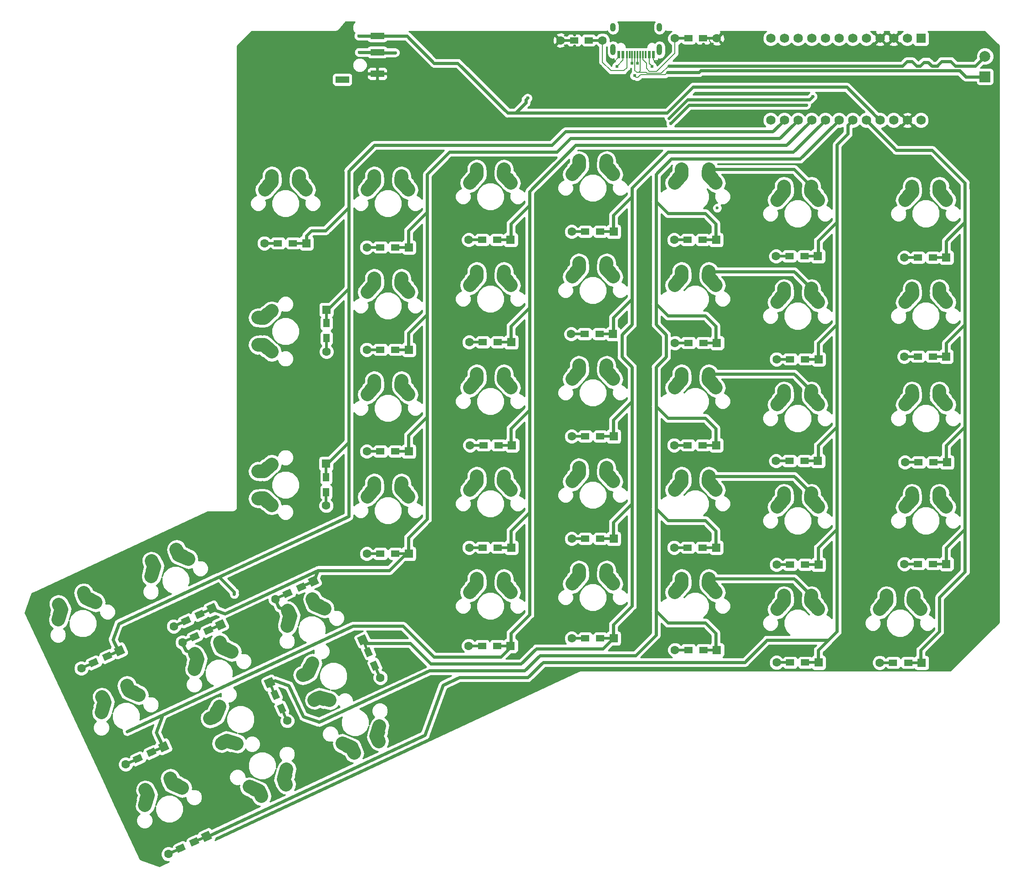
<source format=gtl>
G04 #@! TF.GenerationSoftware,KiCad,Pcbnew,(5.0.2)-1*
G04 #@! TF.CreationDate,2019-03-28T21:35:29+05:30*
G04 #@! TF.ProjectId,ErgodoxBle,4572676f-646f-4784-926c-652e6b696361,rev?*
G04 #@! TF.SameCoordinates,Original*
G04 #@! TF.FileFunction,Copper,L1,Top*
G04 #@! TF.FilePolarity,Positive*
%FSLAX46Y46*%
G04 Gerber Fmt 4.6, Leading zero omitted, Abs format (unit mm)*
G04 Created by KiCad (PCBNEW (5.0.2)-1) date 3/28/2019 9:35:29 PM*
%MOMM*%
%LPD*%
G01*
G04 APERTURE LIST*
G04 #@! TA.AperFunction,ViaPad*
%ADD10C,0.600000*%
G04 #@! TD*
G04 #@! TA.AperFunction,ComponentPad*
%ADD11R,1.752600X1.752600*%
G04 #@! TD*
G04 #@! TA.AperFunction,ComponentPad*
%ADD12C,1.752600*%
G04 #@! TD*
G04 #@! TA.AperFunction,ComponentPad*
%ADD13O,1.000000X1.600000*%
G04 #@! TD*
G04 #@! TA.AperFunction,ComponentPad*
%ADD14O,1.000000X2.100000*%
G04 #@! TD*
G04 #@! TA.AperFunction,SMDPad,CuDef*
%ADD15R,0.300000X1.450000*%
G04 #@! TD*
G04 #@! TA.AperFunction,SMDPad,CuDef*
%ADD16R,0.600000X1.450000*%
G04 #@! TD*
G04 #@! TA.AperFunction,SMDPad,CuDef*
%ADD17C,2.500000*%
G04 #@! TD*
G04 #@! TA.AperFunction,Conductor*
%ADD18C,2.500000*%
G04 #@! TD*
G04 #@! TA.AperFunction,ComponentPad*
%ADD19C,2.000000*%
G04 #@! TD*
G04 #@! TA.AperFunction,Conductor*
%ADD20C,0.500000*%
G04 #@! TD*
G04 #@! TA.AperFunction,Conductor*
%ADD21C,0.100000*%
G04 #@! TD*
G04 #@! TA.AperFunction,ComponentPad*
%ADD22C,1.600000*%
G04 #@! TD*
G04 #@! TA.AperFunction,SMDPad,CuDef*
%ADD23C,1.200000*%
G04 #@! TD*
G04 #@! TA.AperFunction,SMDPad,CuDef*
%ADD24R,1.600000X1.200000*%
G04 #@! TD*
G04 #@! TA.AperFunction,ComponentPad*
%ADD25R,1.600000X1.600000*%
G04 #@! TD*
G04 #@! TA.AperFunction,Conductor*
%ADD26R,2.900000X0.500000*%
G04 #@! TD*
G04 #@! TA.AperFunction,SMDPad,CuDef*
%ADD27R,1.200000X1.600000*%
G04 #@! TD*
G04 #@! TA.AperFunction,Conductor*
%ADD28R,0.500000X2.900000*%
G04 #@! TD*
G04 #@! TA.AperFunction,SMDPad,CuDef*
%ADD29R,1.500000X1.200000*%
G04 #@! TD*
G04 #@! TA.AperFunction,ComponentPad*
%ADD30R,1.998980X1.998980*%
G04 #@! TD*
G04 #@! TA.AperFunction,ComponentPad*
%ADD31C,1.998980*%
G04 #@! TD*
G04 #@! TA.AperFunction,SMDPad,CuDef*
%ADD32R,2.500000X1.200000*%
G04 #@! TD*
G04 #@! TA.AperFunction,ViaPad*
%ADD33C,0.609600*%
G04 #@! TD*
G04 #@! TA.AperFunction,Conductor*
%ADD34C,0.609600*%
G04 #@! TD*
G04 #@! TA.AperFunction,Conductor*
%ADD35C,0.600000*%
G04 #@! TD*
G04 #@! TA.AperFunction,Conductor*
%ADD36C,1.016000*%
G04 #@! TD*
G04 #@! TA.AperFunction,Conductor*
%ADD37C,0.203200*%
G04 #@! TD*
G04 #@! TA.AperFunction,Conductor*
%ADD38C,0.033020*%
G04 #@! TD*
G04 #@! TA.AperFunction,Conductor*
%ADD39C,0.254000*%
G04 #@! TD*
G04 APERTURE END LIST*
D10*
G04 #@! TO.N,GND*
G04 #@! TO.C,REF\002A\002A*
X164782500Y-44704000D03*
G04 #@! TD*
G04 #@! TO.N,GND*
G04 #@! TO.C,REF\002A\002A*
X176814480Y-37818060D03*
G04 #@! TD*
G04 #@! TO.N,GND*
G04 #@! TO.C,REF\002A\002A*
X171917360Y-57558940D03*
G04 #@! TD*
G04 #@! TO.N,GND*
G04 #@! TO.C,REF\002A\002A*
X150329900Y-49222660D03*
G04 #@! TD*
G04 #@! TO.N,GND*
G04 #@! TO.C,REF\002A\002A*
X135061960Y-86997540D03*
G04 #@! TD*
G04 #@! TO.N,GND*
G04 #@! TO.C,REF\002A\002A*
X142529560Y-60672980D03*
G04 #@! TD*
G04 #@! TO.N,GND*
G04 #@! TO.C,REF\002A\002A*
X61645800Y-175115220D03*
G04 #@! TD*
G04 #@! TO.N,GND*
G04 #@! TO.C,REF\002A\002A*
X91511120Y-145577560D03*
G04 #@! TD*
G04 #@! TO.N,GND*
G04 #@! TO.C,REF\002A\002A*
X162575240Y-136880600D03*
G04 #@! TD*
G04 #@! TO.N,GND*
G04 #@! TO.C,REF\002A\002A*
X95105220Y-159026860D03*
G04 #@! TD*
G04 #@! TO.N,GND*
G04 #@! TO.C,REF\002A\002A*
X121033540Y-125747780D03*
G04 #@! TD*
G04 #@! TO.N,GND*
G04 #@! TO.C,REF\002A\002A*
X153156920Y-105788460D03*
G04 #@! TD*
G04 #@! TO.N,GND*
G04 #@! TO.C,REF\002A\002A*
X76817220Y-170964860D03*
G04 #@! TD*
G04 #@! TO.N,GND*
G04 #@! TO.C,REF\002A\002A*
X167307260Y-91142820D03*
G04 #@! TD*
G04 #@! TO.N,GND*
G04 #@! TO.C,REF\002A\002A*
X67729100Y-146011900D03*
G04 #@! TD*
G04 #@! TO.N,GND*
G04 #@! TO.C,REF\002A\002A*
X91927680Y-108143040D03*
G04 #@! TD*
G04 #@! TO.N,GND*
G04 #@! TO.C,REF\002A\002A*
X153324560Y-125333760D03*
G04 #@! TD*
G04 #@! TO.N,GND*
G04 #@! TO.C,REF\002A\002A*
X155684220Y-144373600D03*
G04 #@! TD*
G04 #@! TO.N,GND*
G04 #@! TO.C,REF\002A\002A*
X120710960Y-70007480D03*
G04 #@! TD*
G04 #@! TO.N,GND*
G04 #@! TO.C,REF\002A\002A*
X167858440Y-128920240D03*
G04 #@! TD*
G04 #@! TO.N,GND*
G04 #@! TO.C,REF\002A\002A*
X139593320Y-117977920D03*
G04 #@! TD*
G04 #@! TO.N,GND*
G04 #@! TO.C,REF\002A\002A*
X148978620Y-69171820D03*
G04 #@! TD*
G04 #@! TO.N,GND*
G04 #@! TO.C,REF\002A\002A*
X120467120Y-103477060D03*
G04 #@! TD*
G04 #@! TO.N,GND*
G04 #@! TO.C,REF\002A\002A*
X137896600Y-57279540D03*
G04 #@! TD*
G04 #@! TO.N,GND*
G04 #@! TO.C,REF\002A\002A*
X142128240Y-146964400D03*
G04 #@! TD*
G04 #@! TO.N,GND*
G04 #@! TO.C,REF\002A\002A*
X167538400Y-110556040D03*
G04 #@! TD*
G04 #@! TO.N,GND*
G04 #@! TO.C,REF\002A\002A*
X92692220Y-55481220D03*
G04 #@! TD*
G04 #@! TO.N,GND*
G04 #@! TO.C,REF\002A\002A*
X147830540Y-88282780D03*
G04 #@! TD*
G04 #@! TO.N,GND*
G04 #@! TO.C,REF\002A\002A*
X167185340Y-72024240D03*
G04 #@! TD*
G04 #@! TO.N,GND*
G04 #@! TO.C,REF\002A\002A*
X91417140Y-69938900D03*
G04 #@! TD*
G04 #@! TO.N,GND*
G04 #@! TO.C,REF\002A\002A*
X101914960Y-118054120D03*
G04 #@! TD*
G04 #@! TO.N,GND*
G04 #@! TO.C,REF\002A\002A*
X91577160Y-126342140D03*
G04 #@! TD*
G04 #@! TO.N,N/C*
G04 #@! TO.C,REF\002A\002A*
X152669240Y-65961260D03*
G04 #@! TD*
G04 #@! TO.N,GND*
G04 #@! TO.C,REF\002A\002A*
X91089480Y-88673940D03*
G04 #@! TD*
D11*
G04 #@! TO.P,proMicro1,1*
G04 #@! TO.N,Net-(proMicro1-Pad1)*
X190550800Y-34391600D03*
D12*
G04 #@! TO.P,proMicro1,2*
G04 #@! TO.N,Net-(proMicro1-Pad2)*
X188010800Y-34391600D03*
G04 #@! TO.P,proMicro1,3*
G04 #@! TO.N,GND*
X185470800Y-34391600D03*
G04 #@! TO.P,proMicro1,4*
X182930800Y-34391600D03*
G04 #@! TO.P,proMicro1,5*
G04 #@! TO.N,/scl*
X180390800Y-34391600D03*
G04 #@! TO.P,proMicro1,6*
G04 #@! TO.N,Net-(proMicro1-Pad6)*
X177850800Y-34391600D03*
G04 #@! TO.P,proMicro1,7*
G04 #@! TO.N,/ROW0*
X175310800Y-34391600D03*
G04 #@! TO.P,proMicro1,8*
G04 #@! TO.N,/ROW1*
X172770800Y-34391600D03*
G04 #@! TO.P,proMicro1,9*
G04 #@! TO.N,/ROW2*
X170230800Y-34391600D03*
G04 #@! TO.P,proMicro1,10*
G04 #@! TO.N,/ROW3*
X167690800Y-34391600D03*
G04 #@! TO.P,proMicro1,11*
G04 #@! TO.N,/ROW4*
X165150800Y-34391600D03*
G04 #@! TO.P,proMicro1,13*
G04 #@! TO.N,Net-(proMicro1-Pad13)*
X162610800Y-49631600D03*
G04 #@! TO.P,proMicro1,14*
G04 #@! TO.N,/COL6*
X165150800Y-49631600D03*
G04 #@! TO.P,proMicro1,15*
G04 #@! TO.N,/COL5*
X167690800Y-49631600D03*
G04 #@! TO.P,proMicro1,16*
G04 #@! TO.N,/COL4*
X170230800Y-49631600D03*
G04 #@! TO.P,proMicro1,17*
G04 #@! TO.N,/COL10*
X172770800Y-49631600D03*
G04 #@! TO.P,proMicro1,18*
G04 #@! TO.N,/COL11*
X175310800Y-49631600D03*
G04 #@! TO.P,proMicro1,19*
G04 #@! TO.N,/COL1*
X177850800Y-49631600D03*
G04 #@! TO.P,proMicro1,20*
G04 #@! TO.N,/COL0*
X180390800Y-49631600D03*
G04 #@! TO.P,proMicro1,21*
G04 #@! TO.N,/Vcc*
X182930800Y-49631600D03*
G04 #@! TO.P,proMicro1,22*
G04 #@! TO.N,Net-(proMicro1-Pad22)*
X185470800Y-49631600D03*
G04 #@! TO.P,proMicro1,23*
G04 #@! TO.N,GND*
X188010800Y-49631600D03*
G04 #@! TO.P,proMicro1,12*
G04 #@! TO.N,/ROW5*
X162610800Y-34391600D03*
G04 #@! TO.P,proMicro1,24*
G04 #@! TO.N,Net-(proMicro1-Pad24)*
X190550800Y-49631600D03*
G04 #@! TD*
D13*
G04 #@! TO.P,USB_C1,13*
G04 #@! TO.N,Net-(USB_C1-Pad13)*
X133297200Y-32343400D03*
X141937200Y-32343400D03*
D14*
X133297200Y-36523400D03*
X141937200Y-36523400D03*
D15*
G04 #@! TO.P,USB_C1,6*
G04 #@! TO.N,/D+*
X137867200Y-37438400D03*
G04 #@! TO.P,USB_C1,7*
G04 #@! TO.N,/D-*
X137367200Y-37438400D03*
G04 #@! TO.P,USB_C1,8*
G04 #@! TO.N,/D+*
X136867200Y-37438400D03*
G04 #@! TO.P,USB_C1,5*
G04 #@! TO.N,/D-*
X138367200Y-37438400D03*
G04 #@! TO.P,USB_C1,9*
G04 #@! TO.N,Net-(USB_C1-Pad9)*
X136367200Y-37438400D03*
G04 #@! TO.P,USB_C1,4*
G04 #@! TO.N,/CC1*
X138867200Y-37438400D03*
G04 #@! TO.P,USB_C1,10*
G04 #@! TO.N,/CC2*
X135867200Y-37438400D03*
G04 #@! TO.P,USB_C1,3*
G04 #@! TO.N,Net-(USB_C1-Pad3)*
X139367200Y-37438400D03*
D16*
G04 #@! TO.P,USB_C1,2*
G04 #@! TO.N,/VccR*
X140067200Y-37438400D03*
G04 #@! TO.P,USB_C1,11*
X135167200Y-37438400D03*
G04 #@! TO.P,USB_C1,1*
G04 #@! TO.N,GND*
X140842200Y-37438400D03*
G04 #@! TO.P,USB_C1,12*
X134392200Y-37438400D03*
G04 #@! TD*
D17*
G04 #@! TO.P,SW3:13,2*
G04 #@! TO.N,/ROW3*
X193972500Y-100312660D03*
D18*
G04 #@! TD*
G04 #@! TO.N,/ROW3*
G04 #@! TO.C,SW3:13*
X193992499Y-100022660D02*
X193952501Y-100602660D01*
D19*
G04 #@! TO.P,SW3:13,2*
G04 #@! TO.N,/ROW3*
X193952500Y-100602660D03*
X193992500Y-100022660D03*
G04 #@! TO.P,SW3:13,1*
G04 #@! TO.N,Net-(D3:0-Pad2)*
X188952500Y-101102660D03*
X187642500Y-102562660D03*
G04 #@! TO.P,SW3:13,2*
G04 #@! TO.N,/ROW3*
X193952500Y-101102660D03*
X195262500Y-102562660D03*
G04 #@! TO.P,SW3:13,1*
G04 #@! TO.N,Net-(D3:0-Pad2)*
X188952500Y-100602660D03*
X188912500Y-100022660D03*
D17*
X188297500Y-101832660D03*
D18*
G04 #@! TD*
G04 #@! TO.N,Net-(D3:0-Pad2)*
G04 #@! TO.C,SW3:13*
X187642505Y-102562664D02*
X188952495Y-101102656D01*
D17*
G04 #@! TO.P,SW3:13,1*
G04 #@! TO.N,Net-(D3:0-Pad2)*
X188932500Y-100312660D03*
D18*
G04 #@! TD*
G04 #@! TO.N,Net-(D3:0-Pad2)*
G04 #@! TO.C,SW3:13*
X188912501Y-100022660D02*
X188952499Y-100602660D01*
D17*
G04 #@! TO.P,SW3:13,2*
G04 #@! TO.N,/ROW3*
X194607500Y-101832660D03*
D18*
G04 #@! TD*
G04 #@! TO.N,/ROW3*
G04 #@! TO.C,SW3:13*
X195262495Y-102562664D02*
X193952505Y-101102656D01*
D17*
G04 #@! TO.P,SW2:13,2*
G04 #@! TO.N,/ROW2*
X193972500Y-119362660D03*
D18*
G04 #@! TD*
G04 #@! TO.N,/ROW2*
G04 #@! TO.C,SW2:13*
X193992499Y-119072660D02*
X193952501Y-119652660D01*
D19*
G04 #@! TO.P,SW2:13,2*
G04 #@! TO.N,/ROW2*
X193952500Y-119652660D03*
X193992500Y-119072660D03*
G04 #@! TO.P,SW2:13,1*
G04 #@! TO.N,Net-(D2:0-Pad2)*
X188952500Y-120152660D03*
X187642500Y-121612660D03*
G04 #@! TO.P,SW2:13,2*
G04 #@! TO.N,/ROW2*
X193952500Y-120152660D03*
X195262500Y-121612660D03*
G04 #@! TO.P,SW2:13,1*
G04 #@! TO.N,Net-(D2:0-Pad2)*
X188952500Y-119652660D03*
X188912500Y-119072660D03*
D17*
X188297500Y-120882660D03*
D18*
G04 #@! TD*
G04 #@! TO.N,Net-(D2:0-Pad2)*
G04 #@! TO.C,SW2:13*
X187642505Y-121612664D02*
X188952495Y-120152656D01*
D17*
G04 #@! TO.P,SW2:13,1*
G04 #@! TO.N,Net-(D2:0-Pad2)*
X188932500Y-119362660D03*
D18*
G04 #@! TD*
G04 #@! TO.N,Net-(D2:0-Pad2)*
G04 #@! TO.C,SW2:13*
X188912501Y-119072660D02*
X188952499Y-119652660D01*
D17*
G04 #@! TO.P,SW2:13,2*
G04 #@! TO.N,/ROW2*
X194607500Y-120882660D03*
D18*
G04 #@! TD*
G04 #@! TO.N,/ROW2*
G04 #@! TO.C,SW2:13*
X195262495Y-121612664D02*
X193952505Y-120152656D01*
D20*
G04 #@! TO.N,/COL1*
G04 #@! TO.C,D0:1*
X56436349Y-183492233D03*
D21*
G36*
X55227857Y-184331606D02*
X55016548Y-183878453D01*
X57644841Y-182652860D01*
X57856150Y-183106013D01*
X55227857Y-184331606D01*
X55227857Y-184331606D01*
G37*
D20*
G04 #@! TO.N,Net-(D0:1-Pad2)*
X51904811Y-185605327D03*
D21*
G36*
X50696319Y-186444700D02*
X50485010Y-185991547D01*
X53113303Y-184765954D01*
X53324612Y-185219107D01*
X50696319Y-186444700D01*
X50696319Y-186444700D01*
G37*
D22*
G04 #@! TD*
G04 #@! TO.P,D0:1,1*
G04 #@! TO.N,/COL1*
X57705180Y-182900569D03*
D21*
G04 #@! TO.N,/COL1*
G04 #@! TO.C,D0:1*
G36*
X57318228Y-183963710D02*
X56642039Y-182513617D01*
X58092132Y-181837428D01*
X58768321Y-183287521D01*
X57318228Y-183963710D01*
X57318228Y-183963710D01*
G37*
D22*
G04 #@! TD*
G04 #@! TO.P,D0:1,2*
G04 #@! TO.N,Net-(D0:1-Pad2)*
X50635980Y-186196991D03*
D23*
G04 #@! TO.P,D0:1,2*
G04 #@! TO.N,Net-(D0:1-Pad2)*
X52901749Y-185140446D03*
D21*
G04 #@! TD*
G04 #@! TO.N,Net-(D0:1-Pad2)*
G04 #@! TO.C,D0:1*
G36*
X52430274Y-186022325D02*
X51923132Y-184934756D01*
X53373224Y-184258567D01*
X53880366Y-185346136D01*
X52430274Y-186022325D01*
X52430274Y-186022325D01*
G37*
D23*
G04 #@! TO.P,D0:1,1*
G04 #@! TO.N,/COL1*
X55439411Y-183957114D03*
D21*
G04 #@! TD*
G04 #@! TO.N,/COL1*
G04 #@! TO.C,D0:1*
G36*
X54967936Y-184838993D02*
X54460794Y-183751424D01*
X55910886Y-183075235D01*
X56418028Y-184162804D01*
X54967936Y-184838993D01*
X54967936Y-184838993D01*
G37*
D23*
G04 #@! TO.P,D0:2,1*
G04 #@! TO.N,/COL11*
X70487788Y-156587000D03*
D21*
G04 #@! TD*
G04 #@! TO.N,/COL11*
G04 #@! TO.C,D0:2*
G36*
X71369667Y-157058475D02*
X70282098Y-157565617D01*
X69605909Y-156115525D01*
X70693478Y-155608383D01*
X71369667Y-157058475D01*
X71369667Y-157058475D01*
G37*
D23*
G04 #@! TO.P,D0:2,2*
G04 #@! TO.N,Net-(D0:2-Pad2)*
X71671120Y-159124662D03*
D21*
G04 #@! TD*
G04 #@! TO.N,Net-(D0:2-Pad2)*
G04 #@! TO.C,D0:2*
G36*
X72552999Y-159596137D02*
X71465430Y-160103279D01*
X70789241Y-158653187D01*
X71876810Y-158146045D01*
X72552999Y-159596137D01*
X72552999Y-159596137D01*
G37*
D22*
G04 #@! TO.P,D0:2,2*
G04 #@! TO.N,Net-(D0:2-Pad2)*
X72727665Y-161390431D03*
G04 #@! TO.P,D0:2,1*
G04 #@! TO.N,/COL11*
X69431243Y-154321231D03*
D21*
G04 #@! TD*
G04 #@! TO.N,/COL11*
G04 #@! TO.C,D0:2*
G36*
X70494384Y-154708183D02*
X69044291Y-155384372D01*
X68368102Y-153934279D01*
X69818195Y-153258090D01*
X70494384Y-154708183D01*
X70494384Y-154708183D01*
G37*
D20*
G04 #@! TO.N,Net-(D0:2-Pad2)*
G04 #@! TO.C,D0:2*
X72136001Y-160121600D03*
D21*
G36*
X72975374Y-161330092D02*
X72522221Y-161541401D01*
X71296628Y-158913108D01*
X71749781Y-158701799D01*
X72975374Y-161330092D01*
X72975374Y-161330092D01*
G37*
D20*
G04 #@! TO.N,/COL11*
X70022907Y-155590062D03*
D21*
G36*
X70862280Y-156798554D02*
X70409127Y-157009863D01*
X69183534Y-154381570D01*
X69636687Y-154170261D01*
X70862280Y-156798554D01*
X70862280Y-156798554D01*
G37*
G04 #@! TD*
D20*
G04 #@! TO.N,/COL10*
G04 #@! TO.C,D0:3*
X87335453Y-147594231D03*
D21*
G36*
X88174826Y-148802723D02*
X87721673Y-149014032D01*
X86496080Y-146385739D01*
X86949233Y-146174430D01*
X88174826Y-148802723D01*
X88174826Y-148802723D01*
G37*
D20*
G04 #@! TO.N,Net-(D0:3-Pad2)*
X89448547Y-152125769D03*
D21*
G36*
X90287920Y-153334261D02*
X89834767Y-153545570D01*
X88609174Y-150917277D01*
X89062327Y-150705968D01*
X90287920Y-153334261D01*
X90287920Y-153334261D01*
G37*
D22*
G04 #@! TD*
G04 #@! TO.P,D0:3,1*
G04 #@! TO.N,/COL10*
X86743789Y-146325400D03*
D21*
G04 #@! TO.N,/COL10*
G04 #@! TO.C,D0:3*
G36*
X87806930Y-146712352D02*
X86356837Y-147388541D01*
X85680648Y-145938448D01*
X87130741Y-145262259D01*
X87806930Y-146712352D01*
X87806930Y-146712352D01*
G37*
D22*
G04 #@! TD*
G04 #@! TO.P,D0:3,2*
G04 #@! TO.N,Net-(D0:3-Pad2)*
X90040211Y-153394600D03*
D23*
G04 #@! TO.P,D0:3,2*
G04 #@! TO.N,Net-(D0:3-Pad2)*
X88983666Y-151128831D03*
D21*
G04 #@! TD*
G04 #@! TO.N,Net-(D0:3-Pad2)*
G04 #@! TO.C,D0:3*
G36*
X89865545Y-151600306D02*
X88777976Y-152107448D01*
X88101787Y-150657356D01*
X89189356Y-150150214D01*
X89865545Y-151600306D01*
X89865545Y-151600306D01*
G37*
D23*
G04 #@! TO.P,D0:3,1*
G04 #@! TO.N,/COL10*
X87800334Y-148591169D03*
D21*
G04 #@! TD*
G04 #@! TO.N,/COL10*
G04 #@! TO.C,D0:3*
G36*
X88682213Y-149062644D02*
X87594644Y-149569786D01*
X86918455Y-148119694D01*
X88006024Y-147612552D01*
X88682213Y-149062644D01*
X88682213Y-149062644D01*
G37*
D23*
G04 #@! TO.P,D0:4,1*
G04 #@! TO.N,/COL4*
X47476600Y-167261788D03*
D21*
G04 #@! TD*
G04 #@! TO.N,/COL4*
G04 #@! TO.C,D0:4*
G36*
X47005125Y-168143667D02*
X46497983Y-167056098D01*
X47948075Y-166379909D01*
X48455217Y-167467478D01*
X47005125Y-168143667D01*
X47005125Y-168143667D01*
G37*
D23*
G04 #@! TO.P,D0:4,2*
G04 #@! TO.N,Net-(D0:4-Pad2)*
X44938938Y-168445120D03*
D21*
G04 #@! TD*
G04 #@! TO.N,Net-(D0:4-Pad2)*
G04 #@! TO.C,D0:4*
G36*
X44467463Y-169326999D02*
X43960321Y-168239430D01*
X45410413Y-167563241D01*
X45917555Y-168650810D01*
X44467463Y-169326999D01*
X44467463Y-169326999D01*
G37*
D22*
G04 #@! TO.P,D0:4,2*
G04 #@! TO.N,Net-(D0:4-Pad2)*
X42673169Y-169501665D03*
G04 #@! TO.P,D0:4,1*
G04 #@! TO.N,/COL4*
X49742369Y-166205243D03*
D21*
G04 #@! TD*
G04 #@! TO.N,/COL4*
G04 #@! TO.C,D0:4*
G36*
X49355417Y-167268384D02*
X48679228Y-165818291D01*
X50129321Y-165142102D01*
X50805510Y-166592195D01*
X49355417Y-167268384D01*
X49355417Y-167268384D01*
G37*
D20*
G04 #@! TO.N,Net-(D0:4-Pad2)*
G04 #@! TO.C,D0:4*
X43942000Y-168910001D03*
D21*
G36*
X42733508Y-169749374D02*
X42522199Y-169296221D01*
X45150492Y-168070628D01*
X45361801Y-168523781D01*
X42733508Y-169749374D01*
X42733508Y-169749374D01*
G37*
D20*
G04 #@! TO.N,/COL4*
X48473538Y-166796907D03*
D21*
G36*
X47265046Y-167636280D02*
X47053737Y-167183127D01*
X49682030Y-165957534D01*
X49893339Y-166410687D01*
X47265046Y-167636280D01*
X47265046Y-167636280D01*
G37*
G04 #@! TD*
D20*
G04 #@! TO.N,/COL5*
G04 #@! TO.C,D0:5*
X57439738Y-141117507D03*
D21*
G36*
X56231246Y-141956880D02*
X56019937Y-141503727D01*
X58648230Y-140278134D01*
X58859539Y-140731287D01*
X56231246Y-141956880D01*
X56231246Y-141956880D01*
G37*
D20*
G04 #@! TO.N,Net-(D0:5-Pad2)*
X52908200Y-143230601D03*
D21*
G36*
X51699708Y-144069974D02*
X51488399Y-143616821D01*
X54116692Y-142391228D01*
X54328001Y-142844381D01*
X51699708Y-144069974D01*
X51699708Y-144069974D01*
G37*
D22*
G04 #@! TD*
G04 #@! TO.P,D0:5,1*
G04 #@! TO.N,/COL5*
X58708569Y-140525843D03*
D21*
G04 #@! TO.N,/COL5*
G04 #@! TO.C,D0:5*
G36*
X58321617Y-141588984D02*
X57645428Y-140138891D01*
X59095521Y-139462702D01*
X59771710Y-140912795D01*
X58321617Y-141588984D01*
X58321617Y-141588984D01*
G37*
D22*
G04 #@! TD*
G04 #@! TO.P,D0:5,2*
G04 #@! TO.N,Net-(D0:5-Pad2)*
X51639369Y-143822265D03*
D23*
G04 #@! TO.P,D0:5,2*
G04 #@! TO.N,Net-(D0:5-Pad2)*
X53905138Y-142765720D03*
D21*
G04 #@! TD*
G04 #@! TO.N,Net-(D0:5-Pad2)*
G04 #@! TO.C,D0:5*
G36*
X53433663Y-143647599D02*
X52926521Y-142560030D01*
X54376613Y-141883841D01*
X54883755Y-142971410D01*
X53433663Y-143647599D01*
X53433663Y-143647599D01*
G37*
D23*
G04 #@! TO.P,D0:5,1*
G04 #@! TO.N,/COL5*
X56442800Y-141582388D03*
D21*
G04 #@! TD*
G04 #@! TO.N,/COL5*
G04 #@! TO.C,D0:5*
G36*
X55971325Y-142464267D02*
X55464183Y-141376698D01*
X56914275Y-140700509D01*
X57421417Y-141788078D01*
X55971325Y-142464267D01*
X55971325Y-142464267D01*
G37*
D23*
G04 #@! TO.P,D0:6,1*
G04 #@! TO.N,/COL6*
X39241831Y-149395334D03*
D21*
G04 #@! TD*
G04 #@! TO.N,/COL6*
G04 #@! TO.C,D0:6*
G36*
X38770356Y-150277213D02*
X38263214Y-149189644D01*
X39713306Y-148513455D01*
X40220448Y-149601024D01*
X38770356Y-150277213D01*
X38770356Y-150277213D01*
G37*
D23*
G04 #@! TO.P,D0:6,2*
G04 #@! TO.N,Net-(D0:6-Pad2)*
X36704169Y-150578666D03*
D21*
G04 #@! TD*
G04 #@! TO.N,Net-(D0:6-Pad2)*
G04 #@! TO.C,D0:6*
G36*
X36232694Y-151460545D02*
X35725552Y-150372976D01*
X37175644Y-149696787D01*
X37682786Y-150784356D01*
X36232694Y-151460545D01*
X36232694Y-151460545D01*
G37*
D22*
G04 #@! TO.P,D0:6,2*
G04 #@! TO.N,Net-(D0:6-Pad2)*
X34438400Y-151635211D03*
G04 #@! TO.P,D0:6,1*
G04 #@! TO.N,/COL6*
X41507600Y-148338789D03*
D21*
G04 #@! TD*
G04 #@! TO.N,/COL6*
G04 #@! TO.C,D0:6*
G36*
X41120648Y-149401930D02*
X40444459Y-147951837D01*
X41894552Y-147275648D01*
X42570741Y-148725741D01*
X41120648Y-149401930D01*
X41120648Y-149401930D01*
G37*
D20*
G04 #@! TO.N,Net-(D0:6-Pad2)*
G04 #@! TO.C,D0:6*
X35707231Y-151043547D03*
D21*
G36*
X34498739Y-151882920D02*
X34287430Y-151429767D01*
X36915723Y-150204174D01*
X37127032Y-150657327D01*
X34498739Y-151882920D01*
X34498739Y-151882920D01*
G37*
D20*
G04 #@! TO.N,/COL6*
X40238769Y-148930453D03*
D21*
G36*
X39030277Y-149769826D02*
X38818968Y-149316673D01*
X41447261Y-148091080D01*
X41658570Y-148544233D01*
X39030277Y-149769826D01*
X39030277Y-149769826D01*
G37*
G04 #@! TD*
D24*
G04 #@! TO.P,D1:0,1*
G04 #@! TO.N,/COL0*
X188183980Y-150588980D03*
G04 #@! TO.P,D1:0,2*
G04 #@! TO.N,Net-(D1:0-Pad2)*
X185383980Y-150588980D03*
D22*
X182883980Y-150588980D03*
D25*
G04 #@! TO.P,D1:0,1*
G04 #@! TO.N,/COL0*
X190683980Y-150588980D03*
D26*
G04 #@! TD*
G04 #@! TO.N,Net-(D1:0-Pad2)*
G04 #@! TO.C,D1:0*
X184283980Y-150588980D03*
G04 #@! TO.N,/COL0*
G04 #@! TO.C,D1:0*
X189283980Y-150588980D03*
G04 #@! TD*
D24*
G04 #@! TO.P,D1:2,1*
G04 #@! TO.N,/COL11*
X150117000Y-148209000D03*
G04 #@! TO.P,D1:2,2*
G04 #@! TO.N,Net-(D1:2-Pad2)*
X147317000Y-148209000D03*
D22*
X144817000Y-148209000D03*
D25*
G04 #@! TO.P,D1:2,1*
G04 #@! TO.N,/COL11*
X152617000Y-148209000D03*
D26*
G04 #@! TD*
G04 #@! TO.N,Net-(D1:2-Pad2)*
G04 #@! TO.C,D1:2*
X146217000Y-148209000D03*
G04 #@! TO.N,/COL11*
G04 #@! TO.C,D1:2*
X151217000Y-148209000D03*
G04 #@! TD*
G04 #@! TO.N,/COL10*
G04 #@! TO.C,D1:3*
X132040000Y-146050000D03*
G04 #@! TO.N,Net-(D1:3-Pad2)*
X127040000Y-146050000D03*
D25*
G04 #@! TD*
G04 #@! TO.P,D1:3,1*
G04 #@! TO.N,/COL10*
X133440000Y-146050000D03*
D22*
G04 #@! TO.P,D1:3,2*
G04 #@! TO.N,Net-(D1:3-Pad2)*
X125640000Y-146050000D03*
D24*
X128140000Y-146050000D03*
G04 #@! TO.P,D1:3,1*
G04 #@! TO.N,/COL10*
X130940000Y-146050000D03*
G04 #@! TD*
G04 #@! TO.P,D1:4,1*
G04 #@! TO.N,/COL4*
X111763000Y-147447000D03*
G04 #@! TO.P,D1:4,2*
G04 #@! TO.N,Net-(D1:4-Pad2)*
X108963000Y-147447000D03*
D22*
X106463000Y-147447000D03*
D25*
G04 #@! TO.P,D1:4,1*
G04 #@! TO.N,/COL4*
X114263000Y-147447000D03*
D26*
G04 #@! TD*
G04 #@! TO.N,Net-(D1:4-Pad2)*
G04 #@! TO.C,D1:4*
X107863000Y-147447000D03*
G04 #@! TO.N,/COL4*
G04 #@! TO.C,D1:4*
X112863000Y-147447000D03*
G04 #@! TD*
D23*
G04 #@! TO.P,D1:5,1*
G04 #@! TO.N,/COL5*
X75309831Y-136484668D03*
D21*
G04 #@! TD*
G04 #@! TO.N,/COL5*
G04 #@! TO.C,D1:5*
G36*
X74838356Y-137366547D02*
X74331214Y-136278978D01*
X75781306Y-135602789D01*
X76288448Y-136690358D01*
X74838356Y-137366547D01*
X74838356Y-137366547D01*
G37*
D23*
G04 #@! TO.P,D1:5,2*
G04 #@! TO.N,Net-(D1:5-Pad2)*
X72772169Y-137668000D03*
D21*
G04 #@! TD*
G04 #@! TO.N,Net-(D1:5-Pad2)*
G04 #@! TO.C,D1:5*
G36*
X72300694Y-138549879D02*
X71793552Y-137462310D01*
X73243644Y-136786121D01*
X73750786Y-137873690D01*
X72300694Y-138549879D01*
X72300694Y-138549879D01*
G37*
D22*
G04 #@! TO.P,D1:5,2*
G04 #@! TO.N,Net-(D1:5-Pad2)*
X70506400Y-138724545D03*
G04 #@! TO.P,D1:5,1*
G04 #@! TO.N,/COL5*
X77575600Y-135428123D03*
D21*
G04 #@! TD*
G04 #@! TO.N,/COL5*
G04 #@! TO.C,D1:5*
G36*
X77188648Y-136491264D02*
X76512459Y-135041171D01*
X77962552Y-134364982D01*
X78638741Y-135815075D01*
X77188648Y-136491264D01*
X77188648Y-136491264D01*
G37*
D20*
G04 #@! TO.N,Net-(D1:5-Pad2)*
G04 #@! TO.C,D1:5*
X71775231Y-138132881D03*
D21*
G36*
X70566739Y-138972254D02*
X70355430Y-138519101D01*
X72983723Y-137293508D01*
X73195032Y-137746661D01*
X70566739Y-138972254D01*
X70566739Y-138972254D01*
G37*
D20*
G04 #@! TO.N,/COL5*
X76306769Y-136019787D03*
D21*
G36*
X75098277Y-136859160D02*
X74886968Y-136406007D01*
X77515261Y-135180414D01*
X77726570Y-135633567D01*
X75098277Y-136859160D01*
X75098277Y-136859160D01*
G37*
G04 #@! TD*
D20*
G04 #@! TO.N,/COL6*
G04 #@! TO.C,D1:6*
X59034769Y-144104453D03*
D21*
G36*
X57826277Y-144943826D02*
X57614968Y-144490673D01*
X60243261Y-143265080D01*
X60454570Y-143718233D01*
X57826277Y-144943826D01*
X57826277Y-144943826D01*
G37*
D20*
G04 #@! TO.N,Net-(D1:6-Pad2)*
X54503231Y-146217547D03*
D21*
G36*
X53294739Y-147056920D02*
X53083430Y-146603767D01*
X55711723Y-145378174D01*
X55923032Y-145831327D01*
X53294739Y-147056920D01*
X53294739Y-147056920D01*
G37*
D22*
G04 #@! TD*
G04 #@! TO.P,D1:6,1*
G04 #@! TO.N,/COL6*
X60303600Y-143512789D03*
D21*
G04 #@! TO.N,/COL6*
G04 #@! TO.C,D1:6*
G36*
X59916648Y-144575930D02*
X59240459Y-143125837D01*
X60690552Y-142449648D01*
X61366741Y-143899741D01*
X59916648Y-144575930D01*
X59916648Y-144575930D01*
G37*
D22*
G04 #@! TD*
G04 #@! TO.P,D1:6,2*
G04 #@! TO.N,Net-(D1:6-Pad2)*
X53234400Y-146809211D03*
D23*
G04 #@! TO.P,D1:6,2*
G04 #@! TO.N,Net-(D1:6-Pad2)*
X55500169Y-145752666D03*
D21*
G04 #@! TD*
G04 #@! TO.N,Net-(D1:6-Pad2)*
G04 #@! TO.C,D1:6*
G36*
X55028694Y-146634545D02*
X54521552Y-145546976D01*
X55971644Y-144870787D01*
X56478786Y-145958356D01*
X55028694Y-146634545D01*
X55028694Y-146634545D01*
G37*
D23*
G04 #@! TO.P,D1:6,1*
G04 #@! TO.N,/COL6*
X58037831Y-144569334D03*
D21*
G04 #@! TD*
G04 #@! TO.N,/COL6*
G04 #@! TO.C,D1:6*
G36*
X57566356Y-145451213D02*
X57059214Y-144363644D01*
X58509306Y-143687455D01*
X59016448Y-144775024D01*
X57566356Y-145451213D01*
X57566356Y-145451213D01*
G37*
D24*
G04 #@! TO.P,D1:!1,1*
G04 #@! TO.N,/COL1*
X169040000Y-150563580D03*
G04 #@! TO.P,D1:!1,2*
G04 #@! TO.N,Net-(D1:!1-Pad2)*
X166240000Y-150563580D03*
D22*
X163740000Y-150563580D03*
D25*
G04 #@! TO.P,D1:!1,1*
G04 #@! TO.N,/COL1*
X171540000Y-150563580D03*
D26*
G04 #@! TD*
G04 #@! TO.N,Net-(D1:!1-Pad2)*
G04 #@! TO.C,D1:!1*
X165140000Y-150563580D03*
G04 #@! TO.N,/COL1*
G04 #@! TO.C,D1:!1*
X170140000Y-150563580D03*
G04 #@! TD*
G04 #@! TO.N,/COL0*
G04 #@! TO.C,D2:0*
X193889000Y-132207000D03*
G04 #@! TO.N,Net-(D2:0-Pad2)*
X188889000Y-132207000D03*
D25*
G04 #@! TD*
G04 #@! TO.P,D2:0,1*
G04 #@! TO.N,/COL0*
X195289000Y-132207000D03*
D22*
G04 #@! TO.P,D2:0,2*
G04 #@! TO.N,Net-(D2:0-Pad2)*
X187489000Y-132207000D03*
D24*
X189989000Y-132207000D03*
G04 #@! TO.P,D2:0,1*
G04 #@! TO.N,/COL0*
X192789000Y-132207000D03*
G04 #@! TD*
D26*
G04 #@! TO.N,/COL1*
G04 #@! TO.C,D2:1*
X170140000Y-132334000D03*
G04 #@! TO.N,Net-(D2:1-Pad2)*
X165140000Y-132334000D03*
D25*
G04 #@! TD*
G04 #@! TO.P,D2:1,1*
G04 #@! TO.N,/COL1*
X171540000Y-132334000D03*
D22*
G04 #@! TO.P,D2:1,2*
G04 #@! TO.N,Net-(D2:1-Pad2)*
X163740000Y-132334000D03*
D24*
X166240000Y-132334000D03*
G04 #@! TO.P,D2:1,1*
G04 #@! TO.N,/COL1*
X169040000Y-132334000D03*
G04 #@! TD*
G04 #@! TO.P,D2:2,1*
G04 #@! TO.N,/COL11*
X149990000Y-129159000D03*
G04 #@! TO.P,D2:2,2*
G04 #@! TO.N,Net-(D2:2-Pad2)*
X147190000Y-129159000D03*
D22*
X144690000Y-129159000D03*
D25*
G04 #@! TO.P,D2:2,1*
G04 #@! TO.N,/COL11*
X152490000Y-129159000D03*
D26*
G04 #@! TD*
G04 #@! TO.N,Net-(D2:2-Pad2)*
G04 #@! TO.C,D2:2*
X146090000Y-129159000D03*
G04 #@! TO.N,/COL11*
G04 #@! TO.C,D2:2*
X151090000Y-129159000D03*
G04 #@! TD*
G04 #@! TO.N,/COL10*
G04 #@! TO.C,D2:3*
X132040000Y-127508000D03*
G04 #@! TO.N,Net-(D2:3-Pad2)*
X127040000Y-127508000D03*
D25*
G04 #@! TD*
G04 #@! TO.P,D2:3,1*
G04 #@! TO.N,/COL10*
X133440000Y-127508000D03*
D22*
G04 #@! TO.P,D2:3,2*
G04 #@! TO.N,Net-(D2:3-Pad2)*
X125640000Y-127508000D03*
D24*
X128140000Y-127508000D03*
G04 #@! TO.P,D2:3,1*
G04 #@! TO.N,/COL10*
X130940000Y-127508000D03*
G04 #@! TD*
G04 #@! TO.P,D2:4,1*
G04 #@! TO.N,/COL4*
X111890000Y-129159000D03*
G04 #@! TO.P,D2:4,2*
G04 #@! TO.N,Net-(D2:4-Pad2)*
X109090000Y-129159000D03*
D22*
X106590000Y-129159000D03*
D25*
G04 #@! TO.P,D2:4,1*
G04 #@! TO.N,/COL4*
X114390000Y-129159000D03*
D26*
G04 #@! TD*
G04 #@! TO.N,Net-(D2:4-Pad2)*
G04 #@! TO.C,D2:4*
X107990000Y-129159000D03*
G04 #@! TO.N,/COL4*
G04 #@! TO.C,D2:4*
X112990000Y-129159000D03*
G04 #@! TD*
G04 #@! TO.N,/COL5*
G04 #@! TO.C,D2:5*
X93940000Y-130302000D03*
G04 #@! TO.N,Net-(D2:5-Pad2)*
X88940000Y-130302000D03*
D25*
G04 #@! TD*
G04 #@! TO.P,D2:5,1*
G04 #@! TO.N,/COL5*
X95340000Y-130302000D03*
D22*
G04 #@! TO.P,D2:5,2*
G04 #@! TO.N,Net-(D2:5-Pad2)*
X87540000Y-130302000D03*
D24*
X90040000Y-130302000D03*
G04 #@! TO.P,D2:5,1*
G04 #@! TO.N,/COL5*
X92840000Y-130302000D03*
G04 #@! TD*
D27*
G04 #@! TO.P,D2:6,1*
G04 #@! TO.N,/COL6*
X79959200Y-116049600D03*
G04 #@! TO.P,D2:6,2*
G04 #@! TO.N,Net-(D2:6-Pad2)*
X79959200Y-118849600D03*
D22*
X79959200Y-121349600D03*
D25*
G04 #@! TO.P,D2:6,1*
G04 #@! TO.N,/COL6*
X79959200Y-113549600D03*
D28*
G04 #@! TD*
G04 #@! TO.N,Net-(D2:6-Pad2)*
G04 #@! TO.C,D2:6*
X79959200Y-119949600D03*
G04 #@! TO.N,/COL6*
G04 #@! TO.C,D2:6*
X79959200Y-114949600D03*
G04 #@! TD*
D24*
G04 #@! TO.P,D3:0,1*
G04 #@! TO.N,/COL0*
X192916000Y-113284000D03*
G04 #@! TO.P,D3:0,2*
G04 #@! TO.N,Net-(D3:0-Pad2)*
X190116000Y-113284000D03*
D22*
X187616000Y-113284000D03*
D25*
G04 #@! TO.P,D3:0,1*
G04 #@! TO.N,/COL0*
X195416000Y-113284000D03*
D26*
G04 #@! TD*
G04 #@! TO.N,Net-(D3:0-Pad2)*
G04 #@! TO.C,D3:0*
X189016000Y-113284000D03*
G04 #@! TO.N,/COL0*
G04 #@! TO.C,D3:0*
X194016000Y-113284000D03*
G04 #@! TD*
G04 #@! TO.N,/COL1*
G04 #@! TO.C,D3:1*
X170013000Y-113030000D03*
G04 #@! TO.N,Net-(D3:1-Pad2)*
X165013000Y-113030000D03*
D25*
G04 #@! TD*
G04 #@! TO.P,D3:1,1*
G04 #@! TO.N,/COL1*
X171413000Y-113030000D03*
D22*
G04 #@! TO.P,D3:1,2*
G04 #@! TO.N,Net-(D3:1-Pad2)*
X163613000Y-113030000D03*
D24*
X166113000Y-113030000D03*
G04 #@! TO.P,D3:1,1*
G04 #@! TO.N,/COL1*
X168913000Y-113030000D03*
G04 #@! TD*
G04 #@! TO.P,D3:2,1*
G04 #@! TO.N,/COL11*
X149990000Y-110109000D03*
G04 #@! TO.P,D3:2,2*
G04 #@! TO.N,Net-(D3:2-Pad2)*
X147190000Y-110109000D03*
D22*
X144690000Y-110109000D03*
D25*
G04 #@! TO.P,D3:2,1*
G04 #@! TO.N,/COL11*
X152490000Y-110109000D03*
D26*
G04 #@! TD*
G04 #@! TO.N,Net-(D3:2-Pad2)*
G04 #@! TO.C,D3:2*
X146090000Y-110109000D03*
G04 #@! TO.N,/COL11*
G04 #@! TO.C,D3:2*
X151090000Y-110109000D03*
G04 #@! TD*
G04 #@! TO.N,/COL10*
G04 #@! TO.C,D3:3*
X132040000Y-108458000D03*
G04 #@! TO.N,Net-(D3:3-Pad2)*
X127040000Y-108458000D03*
D25*
G04 #@! TD*
G04 #@! TO.P,D3:3,1*
G04 #@! TO.N,/COL10*
X133440000Y-108458000D03*
D22*
G04 #@! TO.P,D3:3,2*
G04 #@! TO.N,Net-(D3:3-Pad2)*
X125640000Y-108458000D03*
D24*
X128140000Y-108458000D03*
G04 #@! TO.P,D3:3,1*
G04 #@! TO.N,/COL10*
X130940000Y-108458000D03*
G04 #@! TD*
G04 #@! TO.P,D3:4,1*
G04 #@! TO.N,/COL4*
X112017000Y-110109000D03*
G04 #@! TO.P,D3:4,2*
G04 #@! TO.N,Net-(D3:4-Pad2)*
X109217000Y-110109000D03*
D22*
X106717000Y-110109000D03*
D25*
G04 #@! TO.P,D3:4,1*
G04 #@! TO.N,/COL4*
X114517000Y-110109000D03*
D26*
G04 #@! TD*
G04 #@! TO.N,Net-(D3:4-Pad2)*
G04 #@! TO.C,D3:4*
X108117000Y-110109000D03*
G04 #@! TO.N,/COL4*
G04 #@! TO.C,D3:4*
X113117000Y-110109000D03*
G04 #@! TD*
G04 #@! TO.N,/COL5*
G04 #@! TO.C,D3:5*
X93940000Y-111252000D03*
G04 #@! TO.N,Net-(D3:5-Pad2)*
X88940000Y-111252000D03*
D25*
G04 #@! TD*
G04 #@! TO.P,D3:5,1*
G04 #@! TO.N,/COL5*
X95340000Y-111252000D03*
D22*
G04 #@! TO.P,D3:5,2*
G04 #@! TO.N,Net-(D3:5-Pad2)*
X87540000Y-111252000D03*
D24*
X90040000Y-111252000D03*
G04 #@! TO.P,D3:5,1*
G04 #@! TO.N,/COL5*
X92840000Y-111252000D03*
G04 #@! TD*
G04 #@! TO.P,D4:0,1*
G04 #@! TO.N,/COL0*
X192763600Y-93599000D03*
G04 #@! TO.P,D4:0,2*
G04 #@! TO.N,Net-(D4:0-Pad2)*
X189963600Y-93599000D03*
D22*
X187463600Y-93599000D03*
D25*
G04 #@! TO.P,D4:0,1*
G04 #@! TO.N,/COL0*
X195263600Y-93599000D03*
D26*
G04 #@! TD*
G04 #@! TO.N,Net-(D4:0-Pad2)*
G04 #@! TO.C,D4:0*
X188863600Y-93599000D03*
G04 #@! TO.N,/COL0*
G04 #@! TO.C,D4:0*
X193863600Y-93599000D03*
G04 #@! TD*
G04 #@! TO.N,/COL1*
G04 #@! TO.C,D4:1*
X170140000Y-94107000D03*
G04 #@! TO.N,Net-(D4:1-Pad2)*
X165140000Y-94107000D03*
D25*
G04 #@! TD*
G04 #@! TO.P,D4:1,1*
G04 #@! TO.N,/COL1*
X171540000Y-94107000D03*
D22*
G04 #@! TO.P,D4:1,2*
G04 #@! TO.N,Net-(D4:1-Pad2)*
X163740000Y-94107000D03*
D24*
X166240000Y-94107000D03*
G04 #@! TO.P,D4:1,1*
G04 #@! TO.N,/COL1*
X169040000Y-94107000D03*
G04 #@! TD*
G04 #@! TO.P,D4:2,1*
G04 #@! TO.N,/COL11*
X150117000Y-91059000D03*
G04 #@! TO.P,D4:2,2*
G04 #@! TO.N,Net-(D4:2-Pad2)*
X147317000Y-91059000D03*
D22*
X144817000Y-91059000D03*
D25*
G04 #@! TO.P,D4:2,1*
G04 #@! TO.N,/COL11*
X152617000Y-91059000D03*
D26*
G04 #@! TD*
G04 #@! TO.N,Net-(D4:2-Pad2)*
G04 #@! TO.C,D4:2*
X146217000Y-91059000D03*
G04 #@! TO.N,/COL11*
G04 #@! TO.C,D4:2*
X151217000Y-91059000D03*
G04 #@! TD*
G04 #@! TO.N,/COL10*
G04 #@! TO.C,D4:3*
X131913000Y-89408000D03*
G04 #@! TO.N,Net-(D4:3-Pad2)*
X126913000Y-89408000D03*
D25*
G04 #@! TD*
G04 #@! TO.P,D4:3,1*
G04 #@! TO.N,/COL10*
X133313000Y-89408000D03*
D22*
G04 #@! TO.P,D4:3,2*
G04 #@! TO.N,Net-(D4:3-Pad2)*
X125513000Y-89408000D03*
D24*
X128013000Y-89408000D03*
G04 #@! TO.P,D4:3,1*
G04 #@! TO.N,/COL10*
X130813000Y-89408000D03*
G04 #@! TD*
G04 #@! TO.P,D4:4,1*
G04 #@! TO.N,/COL4*
X111890000Y-90932000D03*
G04 #@! TO.P,D4:4,2*
G04 #@! TO.N,Net-(D4:4-Pad2)*
X109090000Y-90932000D03*
D22*
X106590000Y-90932000D03*
D25*
G04 #@! TO.P,D4:4,1*
G04 #@! TO.N,/COL4*
X114390000Y-90932000D03*
D26*
G04 #@! TD*
G04 #@! TO.N,Net-(D4:4-Pad2)*
G04 #@! TO.C,D4:4*
X107990000Y-90932000D03*
G04 #@! TO.N,/COL4*
G04 #@! TO.C,D4:4*
X112990000Y-90932000D03*
G04 #@! TD*
G04 #@! TO.N,/COL5*
G04 #@! TO.C,D4:5*
X93940000Y-92329000D03*
G04 #@! TO.N,Net-(D4:5-Pad2)*
X88940000Y-92329000D03*
D25*
G04 #@! TD*
G04 #@! TO.P,D4:5,1*
G04 #@! TO.N,/COL5*
X95340000Y-92329000D03*
D22*
G04 #@! TO.P,D4:5,2*
G04 #@! TO.N,Net-(D4:5-Pad2)*
X87540000Y-92329000D03*
D24*
X90040000Y-92329000D03*
G04 #@! TO.P,D4:5,1*
G04 #@! TO.N,/COL5*
X92840000Y-92329000D03*
G04 #@! TD*
D27*
G04 #@! TO.P,D4:6,1*
G04 #@! TO.N,/COL6*
X80010000Y-87398400D03*
G04 #@! TO.P,D4:6,2*
G04 #@! TO.N,Net-(D4:6-Pad2)*
X80010000Y-90198400D03*
D22*
X80010000Y-92698400D03*
D25*
G04 #@! TO.P,D4:6,1*
G04 #@! TO.N,/COL6*
X80010000Y-84898400D03*
D28*
G04 #@! TD*
G04 #@! TO.N,Net-(D4:6-Pad2)*
G04 #@! TO.C,D4:6*
X80010000Y-91298400D03*
G04 #@! TO.N,/COL6*
G04 #@! TO.C,D4:6*
X80010000Y-86298400D03*
G04 #@! TD*
D26*
G04 #@! TO.N,/COL0*
G04 #@! TO.C,D5:0*
X193889000Y-75184000D03*
G04 #@! TO.N,Net-(D5:0-Pad2)*
X188889000Y-75184000D03*
D25*
G04 #@! TD*
G04 #@! TO.P,D5:0,1*
G04 #@! TO.N,/COL0*
X195289000Y-75184000D03*
D22*
G04 #@! TO.P,D5:0,2*
G04 #@! TO.N,Net-(D5:0-Pad2)*
X187489000Y-75184000D03*
D24*
X189989000Y-75184000D03*
G04 #@! TO.P,D5:0,1*
G04 #@! TO.N,/COL0*
X192789000Y-75184000D03*
G04 #@! TD*
G04 #@! TO.P,D5:1,1*
G04 #@! TO.N,/COL1*
X168913000Y-74930000D03*
G04 #@! TO.P,D5:1,2*
G04 #@! TO.N,Net-(D5:1-Pad2)*
X166113000Y-74930000D03*
D22*
X163613000Y-74930000D03*
D25*
G04 #@! TO.P,D5:1,1*
G04 #@! TO.N,/COL1*
X171413000Y-74930000D03*
D26*
G04 #@! TD*
G04 #@! TO.N,Net-(D5:1-Pad2)*
G04 #@! TO.C,D5:1*
X165013000Y-74930000D03*
G04 #@! TO.N,/COL1*
G04 #@! TO.C,D5:1*
X170013000Y-74930000D03*
G04 #@! TD*
G04 #@! TO.N,/COL11*
G04 #@! TO.C,D5:2*
X151090000Y-71882000D03*
G04 #@! TO.N,Net-(D5:2-Pad2)*
X146090000Y-71882000D03*
D25*
G04 #@! TD*
G04 #@! TO.P,D5:2,1*
G04 #@! TO.N,/COL11*
X152490000Y-71882000D03*
D22*
G04 #@! TO.P,D5:2,2*
G04 #@! TO.N,Net-(D5:2-Pad2)*
X144690000Y-71882000D03*
D24*
X147190000Y-71882000D03*
G04 #@! TO.P,D5:2,1*
G04 #@! TO.N,/COL11*
X149990000Y-71882000D03*
G04 #@! TD*
G04 #@! TO.P,D5:3,1*
G04 #@! TO.N,/COL10*
X130940000Y-70358000D03*
G04 #@! TO.P,D5:3,2*
G04 #@! TO.N,Net-(D5:3-Pad2)*
X128140000Y-70358000D03*
D22*
X125640000Y-70358000D03*
D25*
G04 #@! TO.P,D5:3,1*
G04 #@! TO.N,/COL10*
X133440000Y-70358000D03*
D26*
G04 #@! TD*
G04 #@! TO.N,Net-(D5:3-Pad2)*
G04 #@! TO.C,D5:3*
X127040000Y-70358000D03*
G04 #@! TO.N,/COL10*
G04 #@! TO.C,D5:3*
X132040000Y-70358000D03*
G04 #@! TD*
G04 #@! TO.N,/COL4*
G04 #@! TO.C,D5:4*
X112863000Y-71882000D03*
G04 #@! TO.N,Net-(D5:4-Pad2)*
X107863000Y-71882000D03*
D25*
G04 #@! TD*
G04 #@! TO.P,D5:4,1*
G04 #@! TO.N,/COL4*
X114263000Y-71882000D03*
D22*
G04 #@! TO.P,D5:4,2*
G04 #@! TO.N,Net-(D5:4-Pad2)*
X106463000Y-71882000D03*
D24*
X108963000Y-71882000D03*
G04 #@! TO.P,D5:4,1*
G04 #@! TO.N,/COL4*
X111763000Y-71882000D03*
G04 #@! TD*
G04 #@! TO.P,D5:5,1*
G04 #@! TO.N,/COL5*
X92840000Y-73279000D03*
G04 #@! TO.P,D5:5,2*
G04 #@! TO.N,Net-(D5:5-Pad2)*
X90040000Y-73279000D03*
D22*
X87540000Y-73279000D03*
D25*
G04 #@! TO.P,D5:5,1*
G04 #@! TO.N,/COL5*
X95340000Y-73279000D03*
D26*
G04 #@! TD*
G04 #@! TO.N,Net-(D5:5-Pad2)*
G04 #@! TO.C,D5:5*
X88940000Y-73279000D03*
G04 #@! TO.N,/COL5*
G04 #@! TO.C,D5:5*
X93940000Y-73279000D03*
G04 #@! TD*
G04 #@! TO.N,/COL6*
G04 #@! TO.C,D5:6*
X74890000Y-72517000D03*
G04 #@! TO.N,Net-(D5:6-Pad2)*
X69890000Y-72517000D03*
D25*
G04 #@! TD*
G04 #@! TO.P,D5:6,1*
G04 #@! TO.N,/COL6*
X76290000Y-72517000D03*
D22*
G04 #@! TO.P,D5:6,2*
G04 #@! TO.N,Net-(D5:6-Pad2)*
X68490000Y-72517000D03*
D24*
X70990000Y-72517000D03*
G04 #@! TO.P,D5:6,1*
G04 #@! TO.N,/COL6*
X73790000Y-72517000D03*
G04 #@! TD*
D17*
G04 #@! TO.P,SW0:7,2*
G04 #@! TO.N,/ROW0*
X34958494Y-137862488D03*
D18*
G04 #@! TD*
G04 #@! TO.N,/ROW0*
G04 #@! TO.C,SW0:7*
X34854060Y-137591207D02*
X35062928Y-138133769D01*
D19*
G04 #@! TO.P,SW0:7,2*
G04 #@! TO.N,/ROW0*
X35062927Y-138133769D03*
X34854061Y-137591206D03*
G04 #@! TO.P,SW0:7,1*
G04 #@! TO.N,Net-(D0:6-Pad2)*
X30742697Y-140700015D03*
X30172457Y-142576854D03*
G04 #@! TO.P,SW0:7,2*
G04 #@! TO.N,/ROW0*
X35274236Y-138586923D03*
X37078522Y-139356503D03*
G04 #@! TO.P,SW0:7,1*
G04 #@! TO.N,Net-(D0:6-Pad2)*
X30531388Y-140246861D03*
X30250017Y-139738107D03*
D17*
X30457577Y-141638434D03*
D18*
G04 #@! TD*
G04 #@! TO.N,Net-(D0:6-Pad2)*
G04 #@! TO.C,SW0:7*
X30172463Y-142576856D02*
X30742691Y-140700012D01*
D17*
G04 #@! TO.P,SW0:7,1*
G04 #@! TO.N,Net-(D0:6-Pad2)*
X30390703Y-139992484D03*
D18*
G04 #@! TD*
G04 #@! TO.N,Net-(D0:6-Pad2)*
G04 #@! TO.C,SW0:7*
X30250018Y-139738107D02*
X30531388Y-140246861D01*
D17*
G04 #@! TO.P,SW0:7,2*
G04 #@! TO.N,/ROW0*
X36176379Y-138971713D03*
D18*
G04 #@! TD*
G04 #@! TO.N,/ROW0*
G04 #@! TO.C,SW0:7*
X37078520Y-139356509D02*
X35274238Y-138586917D01*
D17*
G04 #@! TO.P,SW0:8,2*
G04 #@! TO.N,/ROW0*
X52222874Y-129813228D03*
D18*
G04 #@! TD*
G04 #@! TO.N,/ROW0*
G04 #@! TO.C,SW0:8*
X52118440Y-129541947D02*
X52327308Y-130084509D01*
D19*
G04 #@! TO.P,SW0:8,2*
G04 #@! TO.N,/ROW0*
X52327307Y-130084509D03*
X52118441Y-129541946D03*
G04 #@! TO.P,SW0:8,1*
G04 #@! TO.N,Net-(D0:5-Pad2)*
X48007077Y-132650755D03*
X47436837Y-134527594D03*
G04 #@! TO.P,SW0:8,2*
G04 #@! TO.N,/ROW0*
X52538616Y-130537663D03*
X54342902Y-131307243D03*
G04 #@! TO.P,SW0:8,1*
G04 #@! TO.N,Net-(D0:5-Pad2)*
X47795768Y-132197601D03*
X47514397Y-131688847D03*
D17*
X47721957Y-133589174D03*
D18*
G04 #@! TD*
G04 #@! TO.N,Net-(D0:5-Pad2)*
G04 #@! TO.C,SW0:8*
X47436843Y-134527596D02*
X48007071Y-132650752D01*
D17*
G04 #@! TO.P,SW0:8,1*
G04 #@! TO.N,Net-(D0:5-Pad2)*
X47655083Y-131943224D03*
D18*
G04 #@! TD*
G04 #@! TO.N,Net-(D0:5-Pad2)*
G04 #@! TO.C,SW0:8*
X47514398Y-131688847D02*
X47795768Y-132197601D01*
D17*
G04 #@! TO.P,SW0:8,2*
G04 #@! TO.N,/ROW0*
X53440759Y-130922453D03*
D18*
G04 #@! TD*
G04 #@! TO.N,/ROW0*
G04 #@! TO.C,SW0:8*
X54342900Y-131307249D02*
X52538618Y-130537657D01*
D17*
G04 #@! TO.P,SW0:9,2*
G04 #@! TO.N,/ROW0*
X44225639Y-156236093D03*
D18*
G04 #@! TD*
G04 #@! TO.N,/ROW0*
G04 #@! TO.C,SW0:9*
X45127780Y-156620889D02*
X43323498Y-155851297D01*
D17*
G04 #@! TO.P,SW0:9,1*
G04 #@! TO.N,Net-(D0:4-Pad2)*
X38439963Y-157256864D03*
D18*
G04 #@! TD*
G04 #@! TO.N,Net-(D0:4-Pad2)*
G04 #@! TO.C,SW0:9*
X38299278Y-157002487D02*
X38580648Y-157511241D01*
D17*
G04 #@! TO.P,SW0:9,1*
G04 #@! TO.N,Net-(D0:4-Pad2)*
X38506837Y-158902814D03*
D18*
G04 #@! TD*
G04 #@! TO.N,Net-(D0:4-Pad2)*
G04 #@! TO.C,SW0:9*
X38221723Y-159841236D02*
X38791951Y-157964392D01*
D19*
G04 #@! TO.P,SW0:9,1*
G04 #@! TO.N,Net-(D0:4-Pad2)*
X38299277Y-157002487D03*
X38580648Y-157511241D03*
G04 #@! TO.P,SW0:9,2*
G04 #@! TO.N,/ROW0*
X45127782Y-156620883D03*
X43323496Y-155851303D03*
G04 #@! TO.P,SW0:9,1*
G04 #@! TO.N,Net-(D0:4-Pad2)*
X38221717Y-159841234D03*
X38791957Y-157964395D03*
G04 #@! TO.P,SW0:9,2*
G04 #@! TO.N,/ROW0*
X42903321Y-154855586D03*
X43112187Y-155398149D03*
D17*
X43007754Y-155126868D03*
D18*
G04 #@! TD*
G04 #@! TO.N,/ROW0*
G04 #@! TO.C,SW0:9*
X42903320Y-154855587D02*
X43112188Y-155398149D01*
D17*
G04 #@! TO.P,SW0:10,2*
G04 #@! TO.N,/ROW0*
X77005873Y-151588041D03*
D18*
G04 #@! TD*
G04 #@! TO.N,/ROW0*
G04 #@! TO.C,SW0:10*
X77390669Y-150685900D02*
X76621077Y-152490182D01*
D17*
G04 #@! TO.P,SW0:10,1*
G04 #@! TO.N,Net-(D0:3-Pad2)*
X78026644Y-157373717D03*
D18*
G04 #@! TD*
G04 #@! TO.N,Net-(D0:3-Pad2)*
G04 #@! TO.C,SW0:10*
X77772267Y-157514402D02*
X78281021Y-157233032D01*
D17*
G04 #@! TO.P,SW0:10,1*
G04 #@! TO.N,Net-(D0:3-Pad2)*
X79672594Y-157306843D03*
D18*
G04 #@! TD*
G04 #@! TO.N,Net-(D0:3-Pad2)*
G04 #@! TO.C,SW0:10*
X80611016Y-157591957D02*
X78734172Y-157021729D01*
D19*
G04 #@! TO.P,SW0:10,1*
G04 #@! TO.N,Net-(D0:3-Pad2)*
X77772267Y-157514403D03*
X78281021Y-157233032D03*
G04 #@! TO.P,SW0:10,2*
G04 #@! TO.N,/ROW0*
X77390663Y-150685898D03*
X76621083Y-152490184D03*
G04 #@! TO.P,SW0:10,1*
G04 #@! TO.N,Net-(D0:3-Pad2)*
X80611014Y-157591963D03*
X78734175Y-157021723D03*
G04 #@! TO.P,SW0:10,2*
G04 #@! TO.N,/ROW0*
X75625366Y-152910359D03*
X76167929Y-152701493D03*
D17*
X75896648Y-152805926D03*
D18*
G04 #@! TD*
G04 #@! TO.N,/ROW0*
G04 #@! TO.C,SW0:10*
X75625367Y-152910360D02*
X76167929Y-152701492D01*
D17*
G04 #@! TO.P,SW0:11,2*
G04 #@! TO.N,/ROW0*
X58632268Y-160857726D03*
D18*
G04 #@! TD*
G04 #@! TO.N,/ROW0*
G04 #@! TO.C,SW0:11*
X58360987Y-160962160D02*
X58903549Y-160753292D01*
D19*
G04 #@! TO.P,SW0:11,2*
G04 #@! TO.N,/ROW0*
X58903549Y-160753293D03*
X58360986Y-160962159D03*
G04 #@! TO.P,SW0:11,1*
G04 #@! TO.N,Net-(D0:2-Pad2)*
X61469795Y-165073523D03*
X63346634Y-165643763D03*
G04 #@! TO.P,SW0:11,2*
G04 #@! TO.N,/ROW0*
X59356703Y-160541984D03*
X60126283Y-158737698D03*
G04 #@! TO.P,SW0:11,1*
G04 #@! TO.N,Net-(D0:2-Pad2)*
X61016641Y-165284832D03*
X60507887Y-165566203D03*
D17*
X62408214Y-165358643D03*
D18*
G04 #@! TD*
G04 #@! TO.N,Net-(D0:2-Pad2)*
G04 #@! TO.C,SW0:11*
X63346636Y-165643757D02*
X61469792Y-165073529D01*
D17*
G04 #@! TO.P,SW0:11,1*
G04 #@! TO.N,Net-(D0:2-Pad2)*
X60762264Y-165425517D03*
D18*
G04 #@! TD*
G04 #@! TO.N,Net-(D0:2-Pad2)*
G04 #@! TO.C,SW0:11*
X60507887Y-165566202D02*
X61016641Y-165284832D01*
D17*
G04 #@! TO.P,SW0:11,2*
G04 #@! TO.N,/ROW0*
X59741493Y-159639841D03*
D18*
G04 #@! TD*
G04 #@! TO.N,/ROW0*
G04 #@! TO.C,SW0:11*
X60126289Y-158737700D02*
X59356697Y-160541982D01*
D17*
G04 #@! TO.P,SW0:12,2*
G04 #@! TO.N,/ROW0*
X52277439Y-173503013D03*
D18*
G04 #@! TD*
G04 #@! TO.N,/ROW0*
G04 #@! TO.C,SW0:12*
X53179580Y-173887809D02*
X51375298Y-173118217D01*
D17*
G04 #@! TO.P,SW0:12,1*
G04 #@! TO.N,Net-(D0:1-Pad2)*
X46491763Y-174523784D03*
D18*
G04 #@! TD*
G04 #@! TO.N,Net-(D0:1-Pad2)*
G04 #@! TO.C,SW0:12*
X46351078Y-174269407D02*
X46632448Y-174778161D01*
D17*
G04 #@! TO.P,SW0:12,1*
G04 #@! TO.N,Net-(D0:1-Pad2)*
X46558637Y-176169734D03*
D18*
G04 #@! TD*
G04 #@! TO.N,Net-(D0:1-Pad2)*
G04 #@! TO.C,SW0:12*
X46273523Y-177108156D02*
X46843751Y-175231312D01*
D19*
G04 #@! TO.P,SW0:12,1*
G04 #@! TO.N,Net-(D0:1-Pad2)*
X46351077Y-174269407D03*
X46632448Y-174778161D03*
G04 #@! TO.P,SW0:12,2*
G04 #@! TO.N,/ROW0*
X53179582Y-173887803D03*
X51375296Y-173118223D03*
G04 #@! TO.P,SW0:12,1*
G04 #@! TO.N,Net-(D0:1-Pad2)*
X46273517Y-177108154D03*
X46843757Y-175231315D03*
G04 #@! TO.P,SW0:12,2*
G04 #@! TO.N,/ROW0*
X50955121Y-172122506D03*
X51163987Y-172665069D03*
D17*
X51059554Y-172393788D03*
D18*
G04 #@! TD*
G04 #@! TO.N,/ROW0*
G04 #@! TO.C,SW0:12*
X50955120Y-172122507D02*
X51163988Y-172665069D01*
D17*
G04 #@! TO.P,SW1:9,2*
G04 #@! TO.N,/ROW1*
X113010000Y-135237660D03*
D18*
G04 #@! TD*
G04 #@! TO.N,/ROW1*
G04 #@! TO.C,SW1:9*
X113029999Y-134947660D02*
X112990001Y-135527660D01*
D19*
G04 #@! TO.P,SW1:9,2*
G04 #@! TO.N,/ROW1*
X112990000Y-135527660D03*
X113030000Y-134947660D03*
G04 #@! TO.P,SW1:9,1*
G04 #@! TO.N,Net-(D1:4-Pad2)*
X107990000Y-136027660D03*
X106680000Y-137487660D03*
G04 #@! TO.P,SW1:9,2*
G04 #@! TO.N,/ROW1*
X112990000Y-136027660D03*
X114300000Y-137487660D03*
G04 #@! TO.P,SW1:9,1*
G04 #@! TO.N,Net-(D1:4-Pad2)*
X107990000Y-135527660D03*
X107950000Y-134947660D03*
D17*
X107335000Y-136757660D03*
D18*
G04 #@! TD*
G04 #@! TO.N,Net-(D1:4-Pad2)*
G04 #@! TO.C,SW1:9*
X106680005Y-137487664D02*
X107989995Y-136027656D01*
D17*
G04 #@! TO.P,SW1:9,1*
G04 #@! TO.N,Net-(D1:4-Pad2)*
X107970000Y-135237660D03*
D18*
G04 #@! TD*
G04 #@! TO.N,Net-(D1:4-Pad2)*
G04 #@! TO.C,SW1:9*
X107950001Y-134947660D02*
X107989999Y-135527660D01*
D17*
G04 #@! TO.P,SW1:9,2*
G04 #@! TO.N,/ROW1*
X113645000Y-136757660D03*
D18*
G04 #@! TD*
G04 #@! TO.N,/ROW1*
G04 #@! TO.C,SW1:9*
X114299995Y-137487664D02*
X112990005Y-136027656D01*
D17*
G04 #@! TO.P,SW1:10,2*
G04 #@! TO.N,/ROW1*
X132695000Y-135160000D03*
D18*
G04 #@! TD*
G04 #@! TO.N,/ROW1*
G04 #@! TO.C,SW1:10*
X133349995Y-135890004D02*
X132040005Y-134429996D01*
D17*
G04 #@! TO.P,SW1:10,1*
G04 #@! TO.N,Net-(D1:3-Pad2)*
X127020000Y-133640000D03*
D18*
G04 #@! TD*
G04 #@! TO.N,Net-(D1:3-Pad2)*
G04 #@! TO.C,SW1:10*
X127000001Y-133350000D02*
X127039999Y-133930000D01*
D17*
G04 #@! TO.P,SW1:10,1*
G04 #@! TO.N,Net-(D1:3-Pad2)*
X126385000Y-135160000D03*
D18*
G04 #@! TD*
G04 #@! TO.N,Net-(D1:3-Pad2)*
G04 #@! TO.C,SW1:10*
X125730005Y-135890004D02*
X127039995Y-134429996D01*
D19*
G04 #@! TO.P,SW1:10,1*
G04 #@! TO.N,Net-(D1:3-Pad2)*
X127000000Y-133350000D03*
X127040000Y-133930000D03*
G04 #@! TO.P,SW1:10,2*
G04 #@! TO.N,/ROW1*
X133350000Y-135890000D03*
X132040000Y-134430000D03*
G04 #@! TO.P,SW1:10,1*
G04 #@! TO.N,Net-(D1:3-Pad2)*
X125730000Y-135890000D03*
X127040000Y-134430000D03*
G04 #@! TO.P,SW1:10,2*
G04 #@! TO.N,/ROW1*
X132080000Y-133350000D03*
X132040000Y-133930000D03*
D17*
X132060000Y-133640000D03*
D18*
G04 #@! TD*
G04 #@! TO.N,/ROW1*
G04 #@! TO.C,SW1:10*
X132079999Y-133350000D02*
X132040001Y-133930000D01*
D17*
G04 #@! TO.P,SW1:11,2*
G04 #@! TO.N,/ROW1*
X151110000Y-135237660D03*
D18*
G04 #@! TD*
G04 #@! TO.N,/ROW1*
G04 #@! TO.C,SW1:11*
X151129999Y-134947660D02*
X151090001Y-135527660D01*
D19*
G04 #@! TO.P,SW1:11,2*
G04 #@! TO.N,/ROW1*
X151090000Y-135527660D03*
X151130000Y-134947660D03*
G04 #@! TO.P,SW1:11,1*
G04 #@! TO.N,Net-(D1:2-Pad2)*
X146090000Y-136027660D03*
X144780000Y-137487660D03*
G04 #@! TO.P,SW1:11,2*
G04 #@! TO.N,/ROW1*
X151090000Y-136027660D03*
X152400000Y-137487660D03*
G04 #@! TO.P,SW1:11,1*
G04 #@! TO.N,Net-(D1:2-Pad2)*
X146090000Y-135527660D03*
X146050000Y-134947660D03*
D17*
X145435000Y-136757660D03*
D18*
G04 #@! TD*
G04 #@! TO.N,Net-(D1:2-Pad2)*
G04 #@! TO.C,SW1:11*
X144780005Y-137487664D02*
X146089995Y-136027656D01*
D17*
G04 #@! TO.P,SW1:11,1*
G04 #@! TO.N,Net-(D1:2-Pad2)*
X146070000Y-135237660D03*
D18*
G04 #@! TD*
G04 #@! TO.N,Net-(D1:2-Pad2)*
G04 #@! TO.C,SW1:11*
X146050001Y-134947660D02*
X146089999Y-135527660D01*
D17*
G04 #@! TO.P,SW1:11,2*
G04 #@! TO.N,/ROW1*
X151745000Y-136757660D03*
D18*
G04 #@! TD*
G04 #@! TO.N,/ROW1*
G04 #@! TO.C,SW1:11*
X152399995Y-137487664D02*
X151090005Y-136027656D01*
D17*
G04 #@! TO.P,SW1:12,2*
G04 #@! TO.N,/ROW1*
X170795000Y-139932660D03*
D18*
G04 #@! TD*
G04 #@! TO.N,/ROW1*
G04 #@! TO.C,SW1:12*
X171449995Y-140662664D02*
X170140005Y-139202656D01*
D17*
G04 #@! TO.P,SW1:12,1*
G04 #@! TO.N,Net-(D1:!1-Pad2)*
X165120000Y-138412660D03*
D18*
G04 #@! TD*
G04 #@! TO.N,Net-(D1:!1-Pad2)*
G04 #@! TO.C,SW1:12*
X165100001Y-138122660D02*
X165139999Y-138702660D01*
D17*
G04 #@! TO.P,SW1:12,1*
G04 #@! TO.N,Net-(D1:!1-Pad2)*
X164485000Y-139932660D03*
D18*
G04 #@! TD*
G04 #@! TO.N,Net-(D1:!1-Pad2)*
G04 #@! TO.C,SW1:12*
X163830005Y-140662664D02*
X165139995Y-139202656D01*
D19*
G04 #@! TO.P,SW1:12,1*
G04 #@! TO.N,Net-(D1:!1-Pad2)*
X165100000Y-138122660D03*
X165140000Y-138702660D03*
G04 #@! TO.P,SW1:12,2*
G04 #@! TO.N,/ROW1*
X171450000Y-140662660D03*
X170140000Y-139202660D03*
G04 #@! TO.P,SW1:12,1*
G04 #@! TO.N,Net-(D1:!1-Pad2)*
X163830000Y-140662660D03*
X165140000Y-139202660D03*
G04 #@! TO.P,SW1:12,2*
G04 #@! TO.N,/ROW1*
X170180000Y-138122660D03*
X170140000Y-138702660D03*
D17*
X170160000Y-138412660D03*
D18*
G04 #@! TD*
G04 #@! TO.N,/ROW1*
G04 #@! TO.C,SW1:12*
X170179999Y-138122660D02*
X170140001Y-138702660D01*
D17*
G04 #@! TO.P,SW1:13,2*
G04 #@! TO.N,/ROW1*
X189845000Y-139932660D03*
D18*
G04 #@! TD*
G04 #@! TO.N,/ROW1*
G04 #@! TO.C,SW1:13*
X190499995Y-140662664D02*
X189190005Y-139202656D01*
D17*
G04 #@! TO.P,SW1:13,1*
G04 #@! TO.N,Net-(D1:0-Pad2)*
X184170000Y-138412660D03*
D18*
G04 #@! TD*
G04 #@! TO.N,Net-(D1:0-Pad2)*
G04 #@! TO.C,SW1:13*
X184150001Y-138122660D02*
X184189999Y-138702660D01*
D17*
G04 #@! TO.P,SW1:13,1*
G04 #@! TO.N,Net-(D1:0-Pad2)*
X183535000Y-139932660D03*
D18*
G04 #@! TD*
G04 #@! TO.N,Net-(D1:0-Pad2)*
G04 #@! TO.C,SW1:13*
X182880005Y-140662664D02*
X184189995Y-139202656D01*
D19*
G04 #@! TO.P,SW1:13,1*
G04 #@! TO.N,Net-(D1:0-Pad2)*
X184150000Y-138122660D03*
X184190000Y-138702660D03*
G04 #@! TO.P,SW1:13,2*
G04 #@! TO.N,/ROW1*
X190500000Y-140662660D03*
X189190000Y-139202660D03*
G04 #@! TO.P,SW1:13,1*
G04 #@! TO.N,Net-(D1:0-Pad2)*
X182880000Y-140662660D03*
X184190000Y-139202660D03*
G04 #@! TO.P,SW1:13,2*
G04 #@! TO.N,/ROW1*
X189230000Y-138122660D03*
X189190000Y-138702660D03*
D17*
X189210000Y-138412660D03*
D18*
G04 #@! TD*
G04 #@! TO.N,/ROW1*
G04 #@! TO.C,SW1:13*
X189229999Y-138122660D02*
X189190001Y-138702660D01*
D17*
G04 #@! TO.P,SW2:7,2*
G04 #@! TO.N,/ROW2*
X69120000Y-114330160D03*
D18*
G04 #@! TD*
G04 #@! TO.N,/ROW2*
G04 #@! TO.C,SW2:7*
X69850004Y-113675165D02*
X68389996Y-114985155D01*
D17*
G04 #@! TO.P,SW2:7,1*
G04 #@! TO.N,Net-(D2:6-Pad2)*
X67600000Y-120005160D03*
D18*
G04 #@! TD*
G04 #@! TO.N,Net-(D2:6-Pad2)*
G04 #@! TO.C,SW2:7*
X67310000Y-120025159D02*
X67890000Y-119985161D01*
D17*
G04 #@! TO.P,SW2:7,1*
G04 #@! TO.N,Net-(D2:6-Pad2)*
X69120000Y-120640160D03*
D18*
G04 #@! TD*
G04 #@! TO.N,Net-(D2:6-Pad2)*
G04 #@! TO.C,SW2:7*
X69850004Y-121295155D02*
X68389996Y-119985165D01*
D19*
G04 #@! TO.P,SW2:7,1*
G04 #@! TO.N,Net-(D2:6-Pad2)*
X67310000Y-120025160D03*
X67890000Y-119985160D03*
G04 #@! TO.P,SW2:7,2*
G04 #@! TO.N,/ROW2*
X69850000Y-113675160D03*
X68390000Y-114985160D03*
G04 #@! TO.P,SW2:7,1*
G04 #@! TO.N,Net-(D2:6-Pad2)*
X69850000Y-121295160D03*
X68390000Y-119985160D03*
G04 #@! TO.P,SW2:7,2*
G04 #@! TO.N,/ROW2*
X67310000Y-114945160D03*
X67890000Y-114985160D03*
D17*
X67600000Y-114965160D03*
D18*
G04 #@! TD*
G04 #@! TO.N,/ROW2*
G04 #@! TO.C,SW2:7*
X67310000Y-114945161D02*
X67890000Y-114985159D01*
D17*
G04 #@! TO.P,SW2:8,2*
G04 #@! TO.N,/ROW2*
X94595000Y-118977660D03*
D18*
G04 #@! TD*
G04 #@! TO.N,/ROW2*
G04 #@! TO.C,SW2:8*
X95249995Y-119707664D02*
X93940005Y-118247656D01*
D17*
G04 #@! TO.P,SW2:8,1*
G04 #@! TO.N,Net-(D2:5-Pad2)*
X88920000Y-117457660D03*
D18*
G04 #@! TD*
G04 #@! TO.N,Net-(D2:5-Pad2)*
G04 #@! TO.C,SW2:8*
X88900001Y-117167660D02*
X88939999Y-117747660D01*
D17*
G04 #@! TO.P,SW2:8,1*
G04 #@! TO.N,Net-(D2:5-Pad2)*
X88285000Y-118977660D03*
D18*
G04 #@! TD*
G04 #@! TO.N,Net-(D2:5-Pad2)*
G04 #@! TO.C,SW2:8*
X87630005Y-119707664D02*
X88939995Y-118247656D01*
D19*
G04 #@! TO.P,SW2:8,1*
G04 #@! TO.N,Net-(D2:5-Pad2)*
X88900000Y-117167660D03*
X88940000Y-117747660D03*
G04 #@! TO.P,SW2:8,2*
G04 #@! TO.N,/ROW2*
X95250000Y-119707660D03*
X93940000Y-118247660D03*
G04 #@! TO.P,SW2:8,1*
G04 #@! TO.N,Net-(D2:5-Pad2)*
X87630000Y-119707660D03*
X88940000Y-118247660D03*
G04 #@! TO.P,SW2:8,2*
G04 #@! TO.N,/ROW2*
X93980000Y-117167660D03*
X93940000Y-117747660D03*
D17*
X93960000Y-117457660D03*
D18*
G04 #@! TD*
G04 #@! TO.N,/ROW2*
G04 #@! TO.C,SW2:8*
X93979999Y-117167660D02*
X93940001Y-117747660D01*
D17*
G04 #@! TO.P,SW2:9,2*
G04 #@! TO.N,/ROW2*
X113010000Y-116187660D03*
D18*
G04 #@! TD*
G04 #@! TO.N,/ROW2*
G04 #@! TO.C,SW2:9*
X113029999Y-115897660D02*
X112990001Y-116477660D01*
D19*
G04 #@! TO.P,SW2:9,2*
G04 #@! TO.N,/ROW2*
X112990000Y-116477660D03*
X113030000Y-115897660D03*
G04 #@! TO.P,SW2:9,1*
G04 #@! TO.N,Net-(D2:4-Pad2)*
X107990000Y-116977660D03*
X106680000Y-118437660D03*
G04 #@! TO.P,SW2:9,2*
G04 #@! TO.N,/ROW2*
X112990000Y-116977660D03*
X114300000Y-118437660D03*
G04 #@! TO.P,SW2:9,1*
G04 #@! TO.N,Net-(D2:4-Pad2)*
X107990000Y-116477660D03*
X107950000Y-115897660D03*
D17*
X107335000Y-117707660D03*
D18*
G04 #@! TD*
G04 #@! TO.N,Net-(D2:4-Pad2)*
G04 #@! TO.C,SW2:9*
X106680005Y-118437664D02*
X107989995Y-116977656D01*
D17*
G04 #@! TO.P,SW2:9,1*
G04 #@! TO.N,Net-(D2:4-Pad2)*
X107970000Y-116187660D03*
D18*
G04 #@! TD*
G04 #@! TO.N,Net-(D2:4-Pad2)*
G04 #@! TO.C,SW2:9*
X107950001Y-115897660D02*
X107989999Y-116477660D01*
D17*
G04 #@! TO.P,SW2:9,2*
G04 #@! TO.N,/ROW2*
X113645000Y-117707660D03*
D18*
G04 #@! TD*
G04 #@! TO.N,/ROW2*
G04 #@! TO.C,SW2:9*
X114299995Y-118437664D02*
X112990005Y-116977656D01*
D17*
G04 #@! TO.P,SW2:10,2*
G04 #@! TO.N,/ROW2*
X132695000Y-116110000D03*
D18*
G04 #@! TD*
G04 #@! TO.N,/ROW2*
G04 #@! TO.C,SW2:10*
X133349995Y-116840004D02*
X132040005Y-115379996D01*
D17*
G04 #@! TO.P,SW2:10,1*
G04 #@! TO.N,Net-(D2:3-Pad2)*
X127020000Y-114590000D03*
D18*
G04 #@! TD*
G04 #@! TO.N,Net-(D2:3-Pad2)*
G04 #@! TO.C,SW2:10*
X127000001Y-114300000D02*
X127039999Y-114880000D01*
D17*
G04 #@! TO.P,SW2:10,1*
G04 #@! TO.N,Net-(D2:3-Pad2)*
X126385000Y-116110000D03*
D18*
G04 #@! TD*
G04 #@! TO.N,Net-(D2:3-Pad2)*
G04 #@! TO.C,SW2:10*
X125730005Y-116840004D02*
X127039995Y-115379996D01*
D19*
G04 #@! TO.P,SW2:10,1*
G04 #@! TO.N,Net-(D2:3-Pad2)*
X127000000Y-114300000D03*
X127040000Y-114880000D03*
G04 #@! TO.P,SW2:10,2*
G04 #@! TO.N,/ROW2*
X133350000Y-116840000D03*
X132040000Y-115380000D03*
G04 #@! TO.P,SW2:10,1*
G04 #@! TO.N,Net-(D2:3-Pad2)*
X125730000Y-116840000D03*
X127040000Y-115380000D03*
G04 #@! TO.P,SW2:10,2*
G04 #@! TO.N,/ROW2*
X132080000Y-114300000D03*
X132040000Y-114880000D03*
D17*
X132060000Y-114590000D03*
D18*
G04 #@! TD*
G04 #@! TO.N,/ROW2*
G04 #@! TO.C,SW2:10*
X132079999Y-114300000D02*
X132040001Y-114880000D01*
D17*
G04 #@! TO.P,SW2:11,2*
G04 #@! TO.N,/ROW2*
X151745000Y-117707660D03*
D18*
G04 #@! TD*
G04 #@! TO.N,/ROW2*
G04 #@! TO.C,SW2:11*
X152399995Y-118437664D02*
X151090005Y-116977656D01*
D17*
G04 #@! TO.P,SW2:11,1*
G04 #@! TO.N,Net-(D2:2-Pad2)*
X146070000Y-116187660D03*
D18*
G04 #@! TD*
G04 #@! TO.N,Net-(D2:2-Pad2)*
G04 #@! TO.C,SW2:11*
X146050001Y-115897660D02*
X146089999Y-116477660D01*
D17*
G04 #@! TO.P,SW2:11,1*
G04 #@! TO.N,Net-(D2:2-Pad2)*
X145435000Y-117707660D03*
D18*
G04 #@! TD*
G04 #@! TO.N,Net-(D2:2-Pad2)*
G04 #@! TO.C,SW2:11*
X144780005Y-118437664D02*
X146089995Y-116977656D01*
D19*
G04 #@! TO.P,SW2:11,1*
G04 #@! TO.N,Net-(D2:2-Pad2)*
X146050000Y-115897660D03*
X146090000Y-116477660D03*
G04 #@! TO.P,SW2:11,2*
G04 #@! TO.N,/ROW2*
X152400000Y-118437660D03*
X151090000Y-116977660D03*
G04 #@! TO.P,SW2:11,1*
G04 #@! TO.N,Net-(D2:2-Pad2)*
X144780000Y-118437660D03*
X146090000Y-116977660D03*
G04 #@! TO.P,SW2:11,2*
G04 #@! TO.N,/ROW2*
X151130000Y-115897660D03*
X151090000Y-116477660D03*
D17*
X151110000Y-116187660D03*
D18*
G04 #@! TD*
G04 #@! TO.N,/ROW2*
G04 #@! TO.C,SW2:11*
X151129999Y-115897660D02*
X151090001Y-116477660D01*
D17*
G04 #@! TO.P,SW2:12,2*
G04 #@! TO.N,/ROW2*
X170795000Y-120882660D03*
D18*
G04 #@! TD*
G04 #@! TO.N,/ROW2*
G04 #@! TO.C,SW2:12*
X171449995Y-121612664D02*
X170140005Y-120152656D01*
D17*
G04 #@! TO.P,SW2:12,1*
G04 #@! TO.N,Net-(D2:1-Pad2)*
X165120000Y-119362660D03*
D18*
G04 #@! TD*
G04 #@! TO.N,Net-(D2:1-Pad2)*
G04 #@! TO.C,SW2:12*
X165100001Y-119072660D02*
X165139999Y-119652660D01*
D17*
G04 #@! TO.P,SW2:12,1*
G04 #@! TO.N,Net-(D2:1-Pad2)*
X164485000Y-120882660D03*
D18*
G04 #@! TD*
G04 #@! TO.N,Net-(D2:1-Pad2)*
G04 #@! TO.C,SW2:12*
X163830005Y-121612664D02*
X165139995Y-120152656D01*
D19*
G04 #@! TO.P,SW2:12,1*
G04 #@! TO.N,Net-(D2:1-Pad2)*
X165100000Y-119072660D03*
X165140000Y-119652660D03*
G04 #@! TO.P,SW2:12,2*
G04 #@! TO.N,/ROW2*
X171450000Y-121612660D03*
X170140000Y-120152660D03*
G04 #@! TO.P,SW2:12,1*
G04 #@! TO.N,Net-(D2:1-Pad2)*
X163830000Y-121612660D03*
X165140000Y-120152660D03*
G04 #@! TO.P,SW2:12,2*
G04 #@! TO.N,/ROW2*
X170180000Y-119072660D03*
X170140000Y-119652660D03*
D17*
X170160000Y-119362660D03*
D18*
G04 #@! TD*
G04 #@! TO.N,/ROW2*
G04 #@! TO.C,SW2:12*
X170179999Y-119072660D02*
X170140001Y-119652660D01*
D17*
G04 #@! TO.P,SW3:8,2*
G04 #@! TO.N,/ROW3*
X93960000Y-98407660D03*
D18*
G04 #@! TD*
G04 #@! TO.N,/ROW3*
G04 #@! TO.C,SW3:8*
X93979999Y-98117660D02*
X93940001Y-98697660D01*
D19*
G04 #@! TO.P,SW3:8,2*
G04 #@! TO.N,/ROW3*
X93940000Y-98697660D03*
X93980000Y-98117660D03*
G04 #@! TO.P,SW3:8,1*
G04 #@! TO.N,Net-(D3:5-Pad2)*
X88940000Y-99197660D03*
X87630000Y-100657660D03*
G04 #@! TO.P,SW3:8,2*
G04 #@! TO.N,/ROW3*
X93940000Y-99197660D03*
X95250000Y-100657660D03*
G04 #@! TO.P,SW3:8,1*
G04 #@! TO.N,Net-(D3:5-Pad2)*
X88940000Y-98697660D03*
X88900000Y-98117660D03*
D17*
X88285000Y-99927660D03*
D18*
G04 #@! TD*
G04 #@! TO.N,Net-(D3:5-Pad2)*
G04 #@! TO.C,SW3:8*
X87630005Y-100657664D02*
X88939995Y-99197656D01*
D17*
G04 #@! TO.P,SW3:8,1*
G04 #@! TO.N,Net-(D3:5-Pad2)*
X88920000Y-98407660D03*
D18*
G04 #@! TD*
G04 #@! TO.N,Net-(D3:5-Pad2)*
G04 #@! TO.C,SW3:8*
X88900001Y-98117660D02*
X88939999Y-98697660D01*
D17*
G04 #@! TO.P,SW3:8,2*
G04 #@! TO.N,/ROW3*
X94595000Y-99927660D03*
D18*
G04 #@! TD*
G04 #@! TO.N,/ROW3*
G04 #@! TO.C,SW3:8*
X95249995Y-100657664D02*
X93940005Y-99197656D01*
D17*
G04 #@! TO.P,SW3:9,2*
G04 #@! TO.N,/ROW3*
X113010000Y-97137660D03*
D18*
G04 #@! TD*
G04 #@! TO.N,/ROW3*
G04 #@! TO.C,SW3:9*
X113029999Y-96847660D02*
X112990001Y-97427660D01*
D19*
G04 #@! TO.P,SW3:9,2*
G04 #@! TO.N,/ROW3*
X112990000Y-97427660D03*
X113030000Y-96847660D03*
G04 #@! TO.P,SW3:9,1*
G04 #@! TO.N,Net-(D3:4-Pad2)*
X107990000Y-97927660D03*
X106680000Y-99387660D03*
G04 #@! TO.P,SW3:9,2*
G04 #@! TO.N,/ROW3*
X112990000Y-97927660D03*
X114300000Y-99387660D03*
G04 #@! TO.P,SW3:9,1*
G04 #@! TO.N,Net-(D3:4-Pad2)*
X107990000Y-97427660D03*
X107950000Y-96847660D03*
D17*
X107335000Y-98657660D03*
D18*
G04 #@! TD*
G04 #@! TO.N,Net-(D3:4-Pad2)*
G04 #@! TO.C,SW3:9*
X106680005Y-99387664D02*
X107989995Y-97927656D01*
D17*
G04 #@! TO.P,SW3:9,1*
G04 #@! TO.N,Net-(D3:4-Pad2)*
X107970000Y-97137660D03*
D18*
G04 #@! TD*
G04 #@! TO.N,Net-(D3:4-Pad2)*
G04 #@! TO.C,SW3:9*
X107950001Y-96847660D02*
X107989999Y-97427660D01*
D17*
G04 #@! TO.P,SW3:9,2*
G04 #@! TO.N,/ROW3*
X113645000Y-98657660D03*
D18*
G04 #@! TD*
G04 #@! TO.N,/ROW3*
G04 #@! TO.C,SW3:9*
X114299995Y-99387664D02*
X112990005Y-97927656D01*
D17*
G04 #@! TO.P,SW3:10,2*
G04 #@! TO.N,/ROW3*
X132060000Y-95540000D03*
D18*
G04 #@! TD*
G04 #@! TO.N,/ROW3*
G04 #@! TO.C,SW3:10*
X132079999Y-95250000D02*
X132040001Y-95830000D01*
D19*
G04 #@! TO.P,SW3:10,2*
G04 #@! TO.N,/ROW3*
X132040000Y-95830000D03*
X132080000Y-95250000D03*
G04 #@! TO.P,SW3:10,1*
G04 #@! TO.N,Net-(D3:3-Pad2)*
X127040000Y-96330000D03*
X125730000Y-97790000D03*
G04 #@! TO.P,SW3:10,2*
G04 #@! TO.N,/ROW3*
X132040000Y-96330000D03*
X133350000Y-97790000D03*
G04 #@! TO.P,SW3:10,1*
G04 #@! TO.N,Net-(D3:3-Pad2)*
X127040000Y-95830000D03*
X127000000Y-95250000D03*
D17*
X126385000Y-97060000D03*
D18*
G04 #@! TD*
G04 #@! TO.N,Net-(D3:3-Pad2)*
G04 #@! TO.C,SW3:10*
X125730005Y-97790004D02*
X127039995Y-96329996D01*
D17*
G04 #@! TO.P,SW3:10,1*
G04 #@! TO.N,Net-(D3:3-Pad2)*
X127020000Y-95540000D03*
D18*
G04 #@! TD*
G04 #@! TO.N,Net-(D3:3-Pad2)*
G04 #@! TO.C,SW3:10*
X127000001Y-95250000D02*
X127039999Y-95830000D01*
D17*
G04 #@! TO.P,SW3:10,2*
G04 #@! TO.N,/ROW3*
X132695000Y-97060000D03*
D18*
G04 #@! TD*
G04 #@! TO.N,/ROW3*
G04 #@! TO.C,SW3:10*
X133349995Y-97790004D02*
X132040005Y-96329996D01*
D17*
G04 #@! TO.P,SW3:11,2*
G04 #@! TO.N,/ROW3*
X151745000Y-98657660D03*
D18*
G04 #@! TD*
G04 #@! TO.N,/ROW3*
G04 #@! TO.C,SW3:11*
X152399995Y-99387664D02*
X151090005Y-97927656D01*
D17*
G04 #@! TO.P,SW3:11,1*
G04 #@! TO.N,Net-(D3:2-Pad2)*
X146070000Y-97137660D03*
D18*
G04 #@! TD*
G04 #@! TO.N,Net-(D3:2-Pad2)*
G04 #@! TO.C,SW3:11*
X146050001Y-96847660D02*
X146089999Y-97427660D01*
D17*
G04 #@! TO.P,SW3:11,1*
G04 #@! TO.N,Net-(D3:2-Pad2)*
X145435000Y-98657660D03*
D18*
G04 #@! TD*
G04 #@! TO.N,Net-(D3:2-Pad2)*
G04 #@! TO.C,SW3:11*
X144780005Y-99387664D02*
X146089995Y-97927656D01*
D19*
G04 #@! TO.P,SW3:11,1*
G04 #@! TO.N,Net-(D3:2-Pad2)*
X146050000Y-96847660D03*
X146090000Y-97427660D03*
G04 #@! TO.P,SW3:11,2*
G04 #@! TO.N,/ROW3*
X152400000Y-99387660D03*
X151090000Y-97927660D03*
G04 #@! TO.P,SW3:11,1*
G04 #@! TO.N,Net-(D3:2-Pad2)*
X144780000Y-99387660D03*
X146090000Y-97927660D03*
G04 #@! TO.P,SW3:11,2*
G04 #@! TO.N,/ROW3*
X151130000Y-96847660D03*
X151090000Y-97427660D03*
D17*
X151110000Y-97137660D03*
D18*
G04 #@! TD*
G04 #@! TO.N,/ROW3*
G04 #@! TO.C,SW3:11*
X151129999Y-96847660D02*
X151090001Y-97427660D01*
D17*
G04 #@! TO.P,SW3:12,2*
G04 #@! TO.N,/ROW3*
X170160000Y-100312660D03*
D18*
G04 #@! TD*
G04 #@! TO.N,/ROW3*
G04 #@! TO.C,SW3:12*
X170179999Y-100022660D02*
X170140001Y-100602660D01*
D19*
G04 #@! TO.P,SW3:12,2*
G04 #@! TO.N,/ROW3*
X170140000Y-100602660D03*
X170180000Y-100022660D03*
G04 #@! TO.P,SW3:12,1*
G04 #@! TO.N,Net-(D3:1-Pad2)*
X165140000Y-101102660D03*
X163830000Y-102562660D03*
G04 #@! TO.P,SW3:12,2*
G04 #@! TO.N,/ROW3*
X170140000Y-101102660D03*
X171450000Y-102562660D03*
G04 #@! TO.P,SW3:12,1*
G04 #@! TO.N,Net-(D3:1-Pad2)*
X165140000Y-100602660D03*
X165100000Y-100022660D03*
D17*
X164485000Y-101832660D03*
D18*
G04 #@! TD*
G04 #@! TO.N,Net-(D3:1-Pad2)*
G04 #@! TO.C,SW3:12*
X163830005Y-102562664D02*
X165139995Y-101102656D01*
D17*
G04 #@! TO.P,SW3:12,1*
G04 #@! TO.N,Net-(D3:1-Pad2)*
X165120000Y-100312660D03*
D18*
G04 #@! TD*
G04 #@! TO.N,Net-(D3:1-Pad2)*
G04 #@! TO.C,SW3:12*
X165100001Y-100022660D02*
X165139999Y-100602660D01*
D17*
G04 #@! TO.P,SW3:12,2*
G04 #@! TO.N,/ROW3*
X170795000Y-101832660D03*
D18*
G04 #@! TD*
G04 #@! TO.N,/ROW3*
G04 #@! TO.C,SW3:12*
X171449995Y-102562664D02*
X170140005Y-101102656D01*
D17*
G04 #@! TO.P,SW4:7,2*
G04 #@! TO.N,/ROW4*
X69120000Y-85755160D03*
D18*
G04 #@! TD*
G04 #@! TO.N,/ROW4*
G04 #@! TO.C,SW4:7*
X69850004Y-85100165D02*
X68389996Y-86410155D01*
D17*
G04 #@! TO.P,SW4:7,1*
G04 #@! TO.N,Net-(D4:6-Pad2)*
X67600000Y-91430160D03*
D18*
G04 #@! TD*
G04 #@! TO.N,Net-(D4:6-Pad2)*
G04 #@! TO.C,SW4:7*
X67310000Y-91450159D02*
X67890000Y-91410161D01*
D17*
G04 #@! TO.P,SW4:7,1*
G04 #@! TO.N,Net-(D4:6-Pad2)*
X69120000Y-92065160D03*
D18*
G04 #@! TD*
G04 #@! TO.N,Net-(D4:6-Pad2)*
G04 #@! TO.C,SW4:7*
X69850004Y-92720155D02*
X68389996Y-91410165D01*
D19*
G04 #@! TO.P,SW4:7,1*
G04 #@! TO.N,Net-(D4:6-Pad2)*
X67310000Y-91450160D03*
X67890000Y-91410160D03*
G04 #@! TO.P,SW4:7,2*
G04 #@! TO.N,/ROW4*
X69850000Y-85100160D03*
X68390000Y-86410160D03*
G04 #@! TO.P,SW4:7,1*
G04 #@! TO.N,Net-(D4:6-Pad2)*
X69850000Y-92720160D03*
X68390000Y-91410160D03*
G04 #@! TO.P,SW4:7,2*
G04 #@! TO.N,/ROW4*
X67310000Y-86370160D03*
X67890000Y-86410160D03*
D17*
X67600000Y-86390160D03*
D18*
G04 #@! TD*
G04 #@! TO.N,/ROW4*
G04 #@! TO.C,SW4:7*
X67310000Y-86370161D02*
X67890000Y-86410159D01*
D17*
G04 #@! TO.P,SW4:8,2*
G04 #@! TO.N,/ROW4*
X93960000Y-79357660D03*
D18*
G04 #@! TD*
G04 #@! TO.N,/ROW4*
G04 #@! TO.C,SW4:8*
X93979999Y-79067660D02*
X93940001Y-79647660D01*
D19*
G04 #@! TO.P,SW4:8,2*
G04 #@! TO.N,/ROW4*
X93940000Y-79647660D03*
X93980000Y-79067660D03*
G04 #@! TO.P,SW4:8,1*
G04 #@! TO.N,Net-(D4:5-Pad2)*
X88940000Y-80147660D03*
X87630000Y-81607660D03*
G04 #@! TO.P,SW4:8,2*
G04 #@! TO.N,/ROW4*
X93940000Y-80147660D03*
X95250000Y-81607660D03*
G04 #@! TO.P,SW4:8,1*
G04 #@! TO.N,Net-(D4:5-Pad2)*
X88940000Y-79647660D03*
X88900000Y-79067660D03*
D17*
X88285000Y-80877660D03*
D18*
G04 #@! TD*
G04 #@! TO.N,Net-(D4:5-Pad2)*
G04 #@! TO.C,SW4:8*
X87630005Y-81607664D02*
X88939995Y-80147656D01*
D17*
G04 #@! TO.P,SW4:8,1*
G04 #@! TO.N,Net-(D4:5-Pad2)*
X88920000Y-79357660D03*
D18*
G04 #@! TD*
G04 #@! TO.N,Net-(D4:5-Pad2)*
G04 #@! TO.C,SW4:8*
X88900001Y-79067660D02*
X88939999Y-79647660D01*
D17*
G04 #@! TO.P,SW4:8,2*
G04 #@! TO.N,/ROW4*
X94595000Y-80877660D03*
D18*
G04 #@! TD*
G04 #@! TO.N,/ROW4*
G04 #@! TO.C,SW4:8*
X95249995Y-81607664D02*
X93940005Y-80147656D01*
D17*
G04 #@! TO.P,SW4:9,2*
G04 #@! TO.N,/ROW4*
X113645000Y-79607660D03*
D18*
G04 #@! TD*
G04 #@! TO.N,/ROW4*
G04 #@! TO.C,SW4:9*
X114299995Y-80337664D02*
X112990005Y-78877656D01*
D17*
G04 #@! TO.P,SW4:9,1*
G04 #@! TO.N,Net-(D4:4-Pad2)*
X107970000Y-78087660D03*
D18*
G04 #@! TD*
G04 #@! TO.N,Net-(D4:4-Pad2)*
G04 #@! TO.C,SW4:9*
X107950001Y-77797660D02*
X107989999Y-78377660D01*
D17*
G04 #@! TO.P,SW4:9,1*
G04 #@! TO.N,Net-(D4:4-Pad2)*
X107335000Y-79607660D03*
D18*
G04 #@! TD*
G04 #@! TO.N,Net-(D4:4-Pad2)*
G04 #@! TO.C,SW4:9*
X106680005Y-80337664D02*
X107989995Y-78877656D01*
D19*
G04 #@! TO.P,SW4:9,1*
G04 #@! TO.N,Net-(D4:4-Pad2)*
X107950000Y-77797660D03*
X107990000Y-78377660D03*
G04 #@! TO.P,SW4:9,2*
G04 #@! TO.N,/ROW4*
X114300000Y-80337660D03*
X112990000Y-78877660D03*
G04 #@! TO.P,SW4:9,1*
G04 #@! TO.N,Net-(D4:4-Pad2)*
X106680000Y-80337660D03*
X107990000Y-78877660D03*
G04 #@! TO.P,SW4:9,2*
G04 #@! TO.N,/ROW4*
X113030000Y-77797660D03*
X112990000Y-78377660D03*
D17*
X113010000Y-78087660D03*
D18*
G04 #@! TD*
G04 #@! TO.N,/ROW4*
G04 #@! TO.C,SW4:9*
X113029999Y-77797660D02*
X112990001Y-78377660D01*
D17*
G04 #@! TO.P,SW4:10,2*
G04 #@! TO.N,/ROW4*
X132695000Y-78010000D03*
D18*
G04 #@! TD*
G04 #@! TO.N,/ROW4*
G04 #@! TO.C,SW4:10*
X133349995Y-78740004D02*
X132040005Y-77279996D01*
D17*
G04 #@! TO.P,SW4:10,1*
G04 #@! TO.N,Net-(D4:3-Pad2)*
X127020000Y-76490000D03*
D18*
G04 #@! TD*
G04 #@! TO.N,Net-(D4:3-Pad2)*
G04 #@! TO.C,SW4:10*
X127000001Y-76200000D02*
X127039999Y-76780000D01*
D17*
G04 #@! TO.P,SW4:10,1*
G04 #@! TO.N,Net-(D4:3-Pad2)*
X126385000Y-78010000D03*
D18*
G04 #@! TD*
G04 #@! TO.N,Net-(D4:3-Pad2)*
G04 #@! TO.C,SW4:10*
X125730005Y-78740004D02*
X127039995Y-77279996D01*
D19*
G04 #@! TO.P,SW4:10,1*
G04 #@! TO.N,Net-(D4:3-Pad2)*
X127000000Y-76200000D03*
X127040000Y-76780000D03*
G04 #@! TO.P,SW4:10,2*
G04 #@! TO.N,/ROW4*
X133350000Y-78740000D03*
X132040000Y-77280000D03*
G04 #@! TO.P,SW4:10,1*
G04 #@! TO.N,Net-(D4:3-Pad2)*
X125730000Y-78740000D03*
X127040000Y-77280000D03*
G04 #@! TO.P,SW4:10,2*
G04 #@! TO.N,/ROW4*
X132080000Y-76200000D03*
X132040000Y-76780000D03*
D17*
X132060000Y-76490000D03*
D18*
G04 #@! TD*
G04 #@! TO.N,/ROW4*
G04 #@! TO.C,SW4:10*
X132079999Y-76200000D02*
X132040001Y-76780000D01*
D17*
G04 #@! TO.P,SW4:11,2*
G04 #@! TO.N,/ROW4*
X151110000Y-78087660D03*
D18*
G04 #@! TD*
G04 #@! TO.N,/ROW4*
G04 #@! TO.C,SW4:11*
X151129999Y-77797660D02*
X151090001Y-78377660D01*
D19*
G04 #@! TO.P,SW4:11,2*
G04 #@! TO.N,/ROW4*
X151090000Y-78377660D03*
X151130000Y-77797660D03*
G04 #@! TO.P,SW4:11,1*
G04 #@! TO.N,Net-(D4:2-Pad2)*
X146090000Y-78877660D03*
X144780000Y-80337660D03*
G04 #@! TO.P,SW4:11,2*
G04 #@! TO.N,/ROW4*
X151090000Y-78877660D03*
X152400000Y-80337660D03*
G04 #@! TO.P,SW4:11,1*
G04 #@! TO.N,Net-(D4:2-Pad2)*
X146090000Y-78377660D03*
X146050000Y-77797660D03*
D17*
X145435000Y-79607660D03*
D18*
G04 #@! TD*
G04 #@! TO.N,Net-(D4:2-Pad2)*
G04 #@! TO.C,SW4:11*
X144780005Y-80337664D02*
X146089995Y-78877656D01*
D17*
G04 #@! TO.P,SW4:11,1*
G04 #@! TO.N,Net-(D4:2-Pad2)*
X146070000Y-78087660D03*
D18*
G04 #@! TD*
G04 #@! TO.N,Net-(D4:2-Pad2)*
G04 #@! TO.C,SW4:11*
X146050001Y-77797660D02*
X146089999Y-78377660D01*
D17*
G04 #@! TO.P,SW4:11,2*
G04 #@! TO.N,/ROW4*
X151745000Y-79607660D03*
D18*
G04 #@! TD*
G04 #@! TO.N,/ROW4*
G04 #@! TO.C,SW4:11*
X152399995Y-80337664D02*
X151090005Y-78877656D01*
D17*
G04 #@! TO.P,SW4:12,2*
G04 #@! TO.N,/ROW4*
X170795000Y-82782660D03*
D18*
G04 #@! TD*
G04 #@! TO.N,/ROW4*
G04 #@! TO.C,SW4:12*
X171449995Y-83512664D02*
X170140005Y-82052656D01*
D17*
G04 #@! TO.P,SW4:12,1*
G04 #@! TO.N,Net-(D4:1-Pad2)*
X165120000Y-81262660D03*
D18*
G04 #@! TD*
G04 #@! TO.N,Net-(D4:1-Pad2)*
G04 #@! TO.C,SW4:12*
X165100001Y-80972660D02*
X165139999Y-81552660D01*
D17*
G04 #@! TO.P,SW4:12,1*
G04 #@! TO.N,Net-(D4:1-Pad2)*
X164485000Y-82782660D03*
D18*
G04 #@! TD*
G04 #@! TO.N,Net-(D4:1-Pad2)*
G04 #@! TO.C,SW4:12*
X163830005Y-83512664D02*
X165139995Y-82052656D01*
D19*
G04 #@! TO.P,SW4:12,1*
G04 #@! TO.N,Net-(D4:1-Pad2)*
X165100000Y-80972660D03*
X165140000Y-81552660D03*
G04 #@! TO.P,SW4:12,2*
G04 #@! TO.N,/ROW4*
X171450000Y-83512660D03*
X170140000Y-82052660D03*
G04 #@! TO.P,SW4:12,1*
G04 #@! TO.N,Net-(D4:1-Pad2)*
X163830000Y-83512660D03*
X165140000Y-82052660D03*
G04 #@! TO.P,SW4:12,2*
G04 #@! TO.N,/ROW4*
X170180000Y-80972660D03*
X170140000Y-81552660D03*
D17*
X170160000Y-81262660D03*
D18*
G04 #@! TD*
G04 #@! TO.N,/ROW4*
G04 #@! TO.C,SW4:12*
X170179999Y-80972660D02*
X170140001Y-81552660D01*
D17*
G04 #@! TO.P,SW4:13,2*
G04 #@! TO.N,/ROW4*
X194607500Y-82782660D03*
D18*
G04 #@! TD*
G04 #@! TO.N,/ROW4*
G04 #@! TO.C,SW4:13*
X195262495Y-83512664D02*
X193952505Y-82052656D01*
D17*
G04 #@! TO.P,SW4:13,1*
G04 #@! TO.N,Net-(D4:0-Pad2)*
X188932500Y-81262660D03*
D18*
G04 #@! TD*
G04 #@! TO.N,Net-(D4:0-Pad2)*
G04 #@! TO.C,SW4:13*
X188912501Y-80972660D02*
X188952499Y-81552660D01*
D17*
G04 #@! TO.P,SW4:13,1*
G04 #@! TO.N,Net-(D4:0-Pad2)*
X188297500Y-82782660D03*
D18*
G04 #@! TD*
G04 #@! TO.N,Net-(D4:0-Pad2)*
G04 #@! TO.C,SW4:13*
X187642505Y-83512664D02*
X188952495Y-82052656D01*
D19*
G04 #@! TO.P,SW4:13,1*
G04 #@! TO.N,Net-(D4:0-Pad2)*
X188912500Y-80972660D03*
X188952500Y-81552660D03*
G04 #@! TO.P,SW4:13,2*
G04 #@! TO.N,/ROW4*
X195262500Y-83512660D03*
X193952500Y-82052660D03*
G04 #@! TO.P,SW4:13,1*
G04 #@! TO.N,Net-(D4:0-Pad2)*
X187642500Y-83512660D03*
X188952500Y-82052660D03*
G04 #@! TO.P,SW4:13,2*
G04 #@! TO.N,/ROW4*
X193992500Y-80972660D03*
X193952500Y-81552660D03*
D17*
X193972500Y-81262660D03*
D18*
G04 #@! TD*
G04 #@! TO.N,/ROW4*
G04 #@! TO.C,SW4:13*
X193992499Y-80972660D02*
X193952501Y-81552660D01*
D17*
G04 #@! TO.P,SW5:7,2*
G04 #@! TO.N,/ROW5*
X75545000Y-61830200D03*
D18*
G04 #@! TD*
G04 #@! TO.N,/ROW5*
G04 #@! TO.C,SW5:7*
X76199995Y-62560204D02*
X74890005Y-61100196D01*
D17*
G04 #@! TO.P,SW5:7,1*
G04 #@! TO.N,Net-(D5:6-Pad2)*
X69870000Y-60310200D03*
D18*
G04 #@! TD*
G04 #@! TO.N,Net-(D5:6-Pad2)*
G04 #@! TO.C,SW5:7*
X69850001Y-60020200D02*
X69889999Y-60600200D01*
D17*
G04 #@! TO.P,SW5:7,1*
G04 #@! TO.N,Net-(D5:6-Pad2)*
X69235000Y-61830200D03*
D18*
G04 #@! TD*
G04 #@! TO.N,Net-(D5:6-Pad2)*
G04 #@! TO.C,SW5:7*
X68580005Y-62560204D02*
X69889995Y-61100196D01*
D19*
G04 #@! TO.P,SW5:7,1*
G04 #@! TO.N,Net-(D5:6-Pad2)*
X69850000Y-60020200D03*
X69890000Y-60600200D03*
G04 #@! TO.P,SW5:7,2*
G04 #@! TO.N,/ROW5*
X76200000Y-62560200D03*
X74890000Y-61100200D03*
G04 #@! TO.P,SW5:7,1*
G04 #@! TO.N,Net-(D5:6-Pad2)*
X68580000Y-62560200D03*
X69890000Y-61100200D03*
G04 #@! TO.P,SW5:7,2*
G04 #@! TO.N,/ROW5*
X74930000Y-60020200D03*
X74890000Y-60600200D03*
D17*
X74910000Y-60310200D03*
D18*
G04 #@! TD*
G04 #@! TO.N,/ROW5*
G04 #@! TO.C,SW5:7*
X74929999Y-60020200D02*
X74890001Y-60600200D01*
D17*
G04 #@! TO.P,SW5:8,2*
G04 #@! TO.N,/ROW5*
X93960000Y-60310200D03*
D18*
G04 #@! TD*
G04 #@! TO.N,/ROW5*
G04 #@! TO.C,SW5:8*
X93979999Y-60020200D02*
X93940001Y-60600200D01*
D19*
G04 #@! TO.P,SW5:8,2*
G04 #@! TO.N,/ROW5*
X93940000Y-60600200D03*
X93980000Y-60020200D03*
G04 #@! TO.P,SW5:8,1*
G04 #@! TO.N,Net-(D5:5-Pad2)*
X88940000Y-61100200D03*
X87630000Y-62560200D03*
G04 #@! TO.P,SW5:8,2*
G04 #@! TO.N,/ROW5*
X93940000Y-61100200D03*
X95250000Y-62560200D03*
G04 #@! TO.P,SW5:8,1*
G04 #@! TO.N,Net-(D5:5-Pad2)*
X88940000Y-60600200D03*
X88900000Y-60020200D03*
D17*
X88285000Y-61830200D03*
D18*
G04 #@! TD*
G04 #@! TO.N,Net-(D5:5-Pad2)*
G04 #@! TO.C,SW5:8*
X87630005Y-62560204D02*
X88939995Y-61100196D01*
D17*
G04 #@! TO.P,SW5:8,1*
G04 #@! TO.N,Net-(D5:5-Pad2)*
X88920000Y-60310200D03*
D18*
G04 #@! TD*
G04 #@! TO.N,Net-(D5:5-Pad2)*
G04 #@! TO.C,SW5:8*
X88900001Y-60020200D02*
X88939999Y-60600200D01*
D17*
G04 #@! TO.P,SW5:8,2*
G04 #@! TO.N,/ROW5*
X94595000Y-61830200D03*
D18*
G04 #@! TD*
G04 #@! TO.N,/ROW5*
G04 #@! TO.C,SW5:8*
X95249995Y-62560204D02*
X93940005Y-61100196D01*
D17*
G04 #@! TO.P,SW5:9,2*
G04 #@! TO.N,/ROW5*
X113645000Y-60557660D03*
D18*
G04 #@! TD*
G04 #@! TO.N,/ROW5*
G04 #@! TO.C,SW5:9*
X114299995Y-61287664D02*
X112990005Y-59827656D01*
D17*
G04 #@! TO.P,SW5:9,1*
G04 #@! TO.N,Net-(D5:4-Pad2)*
X107970000Y-59037660D03*
D18*
G04 #@! TD*
G04 #@! TO.N,Net-(D5:4-Pad2)*
G04 #@! TO.C,SW5:9*
X107950001Y-58747660D02*
X107989999Y-59327660D01*
D17*
G04 #@! TO.P,SW5:9,1*
G04 #@! TO.N,Net-(D5:4-Pad2)*
X107335000Y-60557660D03*
D18*
G04 #@! TD*
G04 #@! TO.N,Net-(D5:4-Pad2)*
G04 #@! TO.C,SW5:9*
X106680005Y-61287664D02*
X107989995Y-59827656D01*
D19*
G04 #@! TO.P,SW5:9,1*
G04 #@! TO.N,Net-(D5:4-Pad2)*
X107950000Y-58747660D03*
X107990000Y-59327660D03*
G04 #@! TO.P,SW5:9,2*
G04 #@! TO.N,/ROW5*
X114300000Y-61287660D03*
X112990000Y-59827660D03*
G04 #@! TO.P,SW5:9,1*
G04 #@! TO.N,Net-(D5:4-Pad2)*
X106680000Y-61287660D03*
X107990000Y-59827660D03*
G04 #@! TO.P,SW5:9,2*
G04 #@! TO.N,/ROW5*
X113030000Y-58747660D03*
X112990000Y-59327660D03*
D17*
X113010000Y-59037660D03*
D18*
G04 #@! TD*
G04 #@! TO.N,/ROW5*
G04 #@! TO.C,SW5:9*
X113029999Y-58747660D02*
X112990001Y-59327660D01*
D17*
G04 #@! TO.P,SW5:10,2*
G04 #@! TO.N,/ROW5*
X132060000Y-57440000D03*
D18*
G04 #@! TD*
G04 #@! TO.N,/ROW5*
G04 #@! TO.C,SW5:10*
X132079999Y-57150000D02*
X132040001Y-57730000D01*
D19*
G04 #@! TO.P,SW5:10,2*
G04 #@! TO.N,/ROW5*
X132040000Y-57730000D03*
X132080000Y-57150000D03*
G04 #@! TO.P,SW5:10,1*
G04 #@! TO.N,Net-(D5:3-Pad2)*
X127040000Y-58230000D03*
X125730000Y-59690000D03*
G04 #@! TO.P,SW5:10,2*
G04 #@! TO.N,/ROW5*
X132040000Y-58230000D03*
X133350000Y-59690000D03*
G04 #@! TO.P,SW5:10,1*
G04 #@! TO.N,Net-(D5:3-Pad2)*
X127040000Y-57730000D03*
X127000000Y-57150000D03*
D17*
X126385000Y-58960000D03*
D18*
G04 #@! TD*
G04 #@! TO.N,Net-(D5:3-Pad2)*
G04 #@! TO.C,SW5:10*
X125730005Y-59690004D02*
X127039995Y-58229996D01*
D17*
G04 #@! TO.P,SW5:10,1*
G04 #@! TO.N,Net-(D5:3-Pad2)*
X127020000Y-57440000D03*
D18*
G04 #@! TD*
G04 #@! TO.N,Net-(D5:3-Pad2)*
G04 #@! TO.C,SW5:10*
X127000001Y-57150000D02*
X127039999Y-57730000D01*
D17*
G04 #@! TO.P,SW5:10,2*
G04 #@! TO.N,/ROW5*
X132695000Y-58960000D03*
D18*
G04 #@! TD*
G04 #@! TO.N,/ROW5*
G04 #@! TO.C,SW5:10*
X133349995Y-59690004D02*
X132040005Y-58229996D01*
D17*
G04 #@! TO.P,SW5:11,2*
G04 #@! TO.N,/ROW5*
X151110000Y-59037660D03*
D18*
G04 #@! TD*
G04 #@! TO.N,/ROW5*
G04 #@! TO.C,SW5:11*
X151129999Y-58747660D02*
X151090001Y-59327660D01*
D19*
G04 #@! TO.P,SW5:11,2*
G04 #@! TO.N,/ROW5*
X151090000Y-59327660D03*
X151130000Y-58747660D03*
G04 #@! TO.P,SW5:11,1*
G04 #@! TO.N,Net-(D5:2-Pad2)*
X146090000Y-59827660D03*
X144780000Y-61287660D03*
G04 #@! TO.P,SW5:11,2*
G04 #@! TO.N,/ROW5*
X151090000Y-59827660D03*
X152400000Y-61287660D03*
G04 #@! TO.P,SW5:11,1*
G04 #@! TO.N,Net-(D5:2-Pad2)*
X146090000Y-59327660D03*
X146050000Y-58747660D03*
D17*
X145435000Y-60557660D03*
D18*
G04 #@! TD*
G04 #@! TO.N,Net-(D5:2-Pad2)*
G04 #@! TO.C,SW5:11*
X144780005Y-61287664D02*
X146089995Y-59827656D01*
D17*
G04 #@! TO.P,SW5:11,1*
G04 #@! TO.N,Net-(D5:2-Pad2)*
X146070000Y-59037660D03*
D18*
G04 #@! TD*
G04 #@! TO.N,Net-(D5:2-Pad2)*
G04 #@! TO.C,SW5:11*
X146050001Y-58747660D02*
X146089999Y-59327660D01*
D17*
G04 #@! TO.P,SW5:11,2*
G04 #@! TO.N,/ROW5*
X151745000Y-60557660D03*
D18*
G04 #@! TD*
G04 #@! TO.N,/ROW5*
G04 #@! TO.C,SW5:11*
X152399995Y-61287664D02*
X151090005Y-59827656D01*
D17*
G04 #@! TO.P,SW5:12,2*
G04 #@! TO.N,/ROW5*
X170160000Y-62215200D03*
D18*
G04 #@! TD*
G04 #@! TO.N,/ROW5*
G04 #@! TO.C,SW5:12*
X170179999Y-61925200D02*
X170140001Y-62505200D01*
D19*
G04 #@! TO.P,SW5:12,2*
G04 #@! TO.N,/ROW5*
X170140000Y-62505200D03*
X170180000Y-61925200D03*
G04 #@! TO.P,SW5:12,1*
G04 #@! TO.N,Net-(D5:1-Pad2)*
X165140000Y-63005200D03*
X163830000Y-64465200D03*
G04 #@! TO.P,SW5:12,2*
G04 #@! TO.N,/ROW5*
X170140000Y-63005200D03*
X171450000Y-64465200D03*
G04 #@! TO.P,SW5:12,1*
G04 #@! TO.N,Net-(D5:1-Pad2)*
X165140000Y-62505200D03*
X165100000Y-61925200D03*
D17*
X164485000Y-63735200D03*
D18*
G04 #@! TD*
G04 #@! TO.N,Net-(D5:1-Pad2)*
G04 #@! TO.C,SW5:12*
X163830005Y-64465204D02*
X165139995Y-63005196D01*
D17*
G04 #@! TO.P,SW5:12,1*
G04 #@! TO.N,Net-(D5:1-Pad2)*
X165120000Y-62215200D03*
D18*
G04 #@! TD*
G04 #@! TO.N,Net-(D5:1-Pad2)*
G04 #@! TO.C,SW5:12*
X165100001Y-61925200D02*
X165139999Y-62505200D01*
D17*
G04 #@! TO.P,SW5:12,2*
G04 #@! TO.N,/ROW5*
X170795000Y-63735200D03*
D18*
G04 #@! TD*
G04 #@! TO.N,/ROW5*
G04 #@! TO.C,SW5:12*
X171449995Y-64465204D02*
X170140005Y-63005196D01*
D17*
G04 #@! TO.P,SW5:13,2*
G04 #@! TO.N,/ROW5*
X193972500Y-62215200D03*
D18*
G04 #@! TD*
G04 #@! TO.N,/ROW5*
G04 #@! TO.C,SW5:13*
X193992499Y-61925200D02*
X193952501Y-62505200D01*
D19*
G04 #@! TO.P,SW5:13,2*
G04 #@! TO.N,/ROW5*
X193952500Y-62505200D03*
X193992500Y-61925200D03*
G04 #@! TO.P,SW5:13,1*
G04 #@! TO.N,Net-(D5:0-Pad2)*
X188952500Y-63005200D03*
X187642500Y-64465200D03*
G04 #@! TO.P,SW5:13,2*
G04 #@! TO.N,/ROW5*
X193952500Y-63005200D03*
X195262500Y-64465200D03*
G04 #@! TO.P,SW5:13,1*
G04 #@! TO.N,Net-(D5:0-Pad2)*
X188952500Y-62505200D03*
X188912500Y-61925200D03*
D17*
X188297500Y-63735200D03*
D18*
G04 #@! TD*
G04 #@! TO.N,Net-(D5:0-Pad2)*
G04 #@! TO.C,SW5:13*
X187642505Y-64465204D02*
X188952495Y-63005196D01*
D17*
G04 #@! TO.P,SW5:13,1*
G04 #@! TO.N,Net-(D5:0-Pad2)*
X188932500Y-62215200D03*
D18*
G04 #@! TD*
G04 #@! TO.N,Net-(D5:0-Pad2)*
G04 #@! TO.C,SW5:13*
X188912501Y-61925200D02*
X188952499Y-62505200D01*
D17*
G04 #@! TO.P,SW5:13,2*
G04 #@! TO.N,/ROW5*
X194607500Y-63735200D03*
D18*
G04 #@! TD*
G04 #@! TO.N,/ROW5*
G04 #@! TO.C,SW5:13*
X195262495Y-64465204D02*
X193952505Y-63005196D01*
D17*
G04 #@! TO.P,SX0:10,2*
G04 #@! TO.N,/ROW0*
X85071746Y-167105152D03*
D18*
G04 #@! TD*
G04 #@! TO.N,/ROW0*
G04 #@! TO.C,SX0:10*
X85176180Y-167376433D02*
X84967312Y-166833871D01*
D19*
G04 #@! TO.P,SX0:10,2*
G04 #@! TO.N,/ROW0*
X84967313Y-166833871D03*
X85176179Y-167376434D03*
G04 #@! TO.P,SX0:10,1*
G04 #@! TO.N,Net-(D0:3-Pad2)*
X89287543Y-164267625D03*
X89857783Y-162390786D03*
G04 #@! TO.P,SX0:10,2*
G04 #@! TO.N,/ROW0*
X84756004Y-166380717D03*
X82951718Y-165611137D03*
G04 #@! TO.P,SX0:10,1*
G04 #@! TO.N,Net-(D0:3-Pad2)*
X89498852Y-164720779D03*
X89780223Y-165229533D03*
D17*
X89572663Y-163329206D03*
D18*
G04 #@! TD*
G04 #@! TO.N,Net-(D0:3-Pad2)*
G04 #@! TO.C,SX0:10*
X89857777Y-162390784D02*
X89287549Y-164267628D01*
D17*
G04 #@! TO.P,SX0:10,1*
G04 #@! TO.N,Net-(D0:3-Pad2)*
X89639537Y-164975156D03*
D18*
G04 #@! TD*
G04 #@! TO.N,Net-(D0:3-Pad2)*
G04 #@! TO.C,SX0:10*
X89780222Y-165229533D02*
X89498852Y-164720779D01*
D17*
G04 #@! TO.P,SX0:10,2*
G04 #@! TO.N,/ROW0*
X83853861Y-165995927D03*
D18*
G04 #@! TD*
G04 #@! TO.N,/ROW0*
G04 #@! TO.C,SX0:10*
X82951720Y-165611131D02*
X84756002Y-166380723D01*
D17*
G04 #@! TO.P,SX0:11,2*
G04 #@! TO.N,/ROW0*
X66586941Y-174045187D03*
D18*
G04 #@! TD*
G04 #@! TO.N,/ROW0*
G04 #@! TO.C,SX0:11*
X65684800Y-173660391D02*
X67489082Y-174429983D01*
D17*
G04 #@! TO.P,SX0:11,1*
G04 #@! TO.N,Net-(D0:2-Pad2)*
X72372617Y-173024416D03*
D18*
G04 #@! TD*
G04 #@! TO.N,Net-(D0:2-Pad2)*
G04 #@! TO.C,SX0:11*
X72513302Y-173278793D02*
X72231932Y-172770039D01*
D17*
G04 #@! TO.P,SX0:11,1*
G04 #@! TO.N,Net-(D0:2-Pad2)*
X72305743Y-171378466D03*
D18*
G04 #@! TD*
G04 #@! TO.N,Net-(D0:2-Pad2)*
G04 #@! TO.C,SX0:11*
X72590857Y-170440044D02*
X72020629Y-172316888D01*
D19*
G04 #@! TO.P,SX0:11,1*
G04 #@! TO.N,Net-(D0:2-Pad2)*
X72513303Y-173278793D03*
X72231932Y-172770039D03*
G04 #@! TO.P,SX0:11,2*
G04 #@! TO.N,/ROW0*
X65684798Y-173660397D03*
X67489084Y-174429977D03*
G04 #@! TO.P,SX0:11,1*
G04 #@! TO.N,Net-(D0:2-Pad2)*
X72590863Y-170440046D03*
X72020623Y-172316885D03*
G04 #@! TO.P,SX0:11,2*
G04 #@! TO.N,/ROW0*
X67909259Y-175425694D03*
X67700393Y-174883131D03*
D17*
X67804826Y-175154412D03*
D18*
G04 #@! TD*
G04 #@! TO.N,/ROW0*
G04 #@! TO.C,SX0:11*
X67909260Y-175425693D02*
X67700392Y-174883131D01*
D17*
G04 #@! TO.P,SX1:7,2*
G04 #@! TO.N,/ROW1*
X61492559Y-148186833D03*
D18*
G04 #@! TD*
G04 #@! TO.N,/ROW1*
G04 #@! TO.C,SX1:7*
X62394700Y-148571629D02*
X60590418Y-147802037D01*
D17*
G04 #@! TO.P,SX1:7,1*
G04 #@! TO.N,Net-(D1:6-Pad2)*
X55706883Y-149207604D03*
D18*
G04 #@! TD*
G04 #@! TO.N,Net-(D1:6-Pad2)*
G04 #@! TO.C,SX1:7*
X55566198Y-148953227D02*
X55847568Y-149461981D01*
D17*
G04 #@! TO.P,SX1:7,1*
G04 #@! TO.N,Net-(D1:6-Pad2)*
X55773757Y-150853554D03*
D18*
G04 #@! TD*
G04 #@! TO.N,Net-(D1:6-Pad2)*
G04 #@! TO.C,SX1:7*
X55488643Y-151791976D02*
X56058871Y-149915132D01*
D19*
G04 #@! TO.P,SX1:7,1*
G04 #@! TO.N,Net-(D1:6-Pad2)*
X55566197Y-148953227D03*
X55847568Y-149461981D03*
G04 #@! TO.P,SX1:7,2*
G04 #@! TO.N,/ROW1*
X62394702Y-148571623D03*
X60590416Y-147802043D03*
G04 #@! TO.P,SX1:7,1*
G04 #@! TO.N,Net-(D1:6-Pad2)*
X55488637Y-151791974D03*
X56058877Y-149915135D03*
G04 #@! TO.P,SX1:7,2*
G04 #@! TO.N,/ROW1*
X60170241Y-146806326D03*
X60379107Y-147348889D03*
D17*
X60274674Y-147077608D03*
D18*
G04 #@! TD*
G04 #@! TO.N,/ROW1*
G04 #@! TO.C,SX1:7*
X60170240Y-146806327D02*
X60379108Y-147348889D01*
D17*
G04 #@! TO.P,SX1:8,2*
G04 #@! TO.N,/ROW1*
X77539054Y-139025808D03*
D18*
G04 #@! TD*
G04 #@! TO.N,/ROW1*
G04 #@! TO.C,SX1:8*
X77434620Y-138754527D02*
X77643488Y-139297089D01*
D19*
G04 #@! TO.P,SX1:8,2*
G04 #@! TO.N,/ROW1*
X77643487Y-139297089D03*
X77434621Y-138754526D03*
G04 #@! TO.P,SX1:8,1*
G04 #@! TO.N,Net-(D1:5-Pad2)*
X73323257Y-141863335D03*
X72753017Y-143740174D03*
G04 #@! TO.P,SX1:8,2*
G04 #@! TO.N,/ROW1*
X77854796Y-139750243D03*
X79659082Y-140519823D03*
G04 #@! TO.P,SX1:8,1*
G04 #@! TO.N,Net-(D1:5-Pad2)*
X73111948Y-141410181D03*
X72830577Y-140901427D03*
D17*
X73038137Y-142801754D03*
D18*
G04 #@! TD*
G04 #@! TO.N,Net-(D1:5-Pad2)*
G04 #@! TO.C,SX1:8*
X72753023Y-143740176D02*
X73323251Y-141863332D01*
D17*
G04 #@! TO.P,SX1:8,1*
G04 #@! TO.N,Net-(D1:5-Pad2)*
X72971263Y-141155804D03*
D18*
G04 #@! TD*
G04 #@! TO.N,Net-(D1:5-Pad2)*
G04 #@! TO.C,SX1:8*
X72830578Y-140901427D02*
X73111948Y-141410181D01*
D17*
G04 #@! TO.P,SX1:8,2*
G04 #@! TO.N,/ROW1*
X78756939Y-140135033D03*
D18*
G04 #@! TD*
G04 #@! TO.N,/ROW1*
G04 #@! TO.C,SX1:8*
X79659080Y-140519829D02*
X77854798Y-139750237D01*
D29*
G04 #@! TO.P,R_cc1,1*
G04 #@! TO.N,GND*
X150067000Y-34391600D03*
G04 #@! TO.P,R_cc1,2*
G04 #@! TO.N,/CC1*
X147367000Y-34391600D03*
D22*
X144817000Y-34391600D03*
G04 #@! TO.P,R_cc1,1*
G04 #@! TO.N,GND*
X152617000Y-34391600D03*
D26*
G04 #@! TD*
G04 #@! TO.N,/CC1*
G04 #@! TO.C,R_cc1*
X146217000Y-34391600D03*
G04 #@! TO.N,GND*
G04 #@! TO.C,R_cc1*
X151217000Y-34391600D03*
G04 #@! TD*
G04 #@! TO.N,GND*
G04 #@! TO.C,R_cc2*
X124931800Y-34747200D03*
G04 #@! TO.N,/CC2*
X129931800Y-34747200D03*
D22*
G04 #@! TD*
G04 #@! TO.P,R_cc2,1*
G04 #@! TO.N,GND*
X123531800Y-34747200D03*
G04 #@! TO.P,R_cc2,2*
G04 #@! TO.N,/CC2*
X131331800Y-34747200D03*
D29*
X128781800Y-34747200D03*
G04 #@! TO.P,R_cc2,1*
G04 #@! TO.N,GND*
X126081800Y-34747200D03*
G04 #@! TD*
D30*
G04 #@! TO.P,J_USB_PAD1,1*
G04 #@! TO.N,/D+*
X202463400Y-41529000D03*
D31*
G04 #@! TO.P,J_USB_PAD1,2*
G04 #@! TO.N,/D-*
X202463400Y-37719000D03*
G04 #@! TD*
D32*
G04 #@! TO.P,J_Audio_B1,S*
G04 #@! TO.N,/Vcc*
X89465220Y-33964880D03*
G04 #@! TO.P,J_Audio_B1,R1*
G04 #@! TO.N,/scl*
X89465220Y-36964880D03*
G04 #@! TO.P,J_Audio_B1,T*
G04 #@! TO.N,GND*
X89465220Y-40964880D03*
G04 #@! TO.P,J_Audio_B1,R2*
G04 #@! TO.N,Net-(J_Audio_B1-PadR2)*
X82965220Y-42064880D03*
G04 #@! TD*
D33*
G04 #@! TO.N,/COL6*
X62865000Y-137845800D03*
G04 #@! TO.N,GND*
X86113620Y-40932100D03*
G04 #@! TO.N,/Vcc*
X117401340Y-45488860D03*
X86001860Y-33944560D03*
G04 #@! TO.N,/D+*
X137876280Y-39009320D03*
X136862820Y-39006780D03*
X137299700Y-41341040D03*
G04 #@! TO.N,/scl*
X144018000Y-50215800D03*
X169240200Y-46812200D03*
X86085680Y-36979860D03*
X92786200Y-37033200D03*
G04 #@! TO.N,/VccR*
X133997700Y-39573200D03*
X140573760Y-39613840D03*
G04 #@! TO.N,Net-(proMicro1-Pad6)*
X170434000Y-45186600D03*
G04 #@! TD*
D34*
G04 #@! TO.N,/COL0*
X195262500Y-129232660D02*
X198755000Y-125740160D01*
X195262500Y-91132660D02*
X198755000Y-87640160D01*
X190500000Y-148282660D02*
X190500000Y-150822660D01*
X198755000Y-133664960D02*
X198755000Y-125740160D01*
X195262500Y-110182660D02*
X195262500Y-112722660D01*
X193992500Y-144790160D02*
X193992500Y-138427460D01*
X198755000Y-62547500D02*
X198755000Y-68592700D01*
X198755000Y-125740160D02*
X198755000Y-106690160D01*
X198755000Y-87640160D02*
X198755000Y-68592700D01*
X193992500Y-138427460D02*
X198755000Y-133664960D01*
X195262500Y-72085200D02*
X198755000Y-68592700D01*
X195262500Y-91132660D02*
X195262500Y-93672660D01*
X195262500Y-110182660D02*
X198755000Y-106690160D01*
X190500000Y-148282660D02*
X193992500Y-144790160D01*
X195262500Y-129232660D02*
X195262500Y-131772660D01*
X198755000Y-106690160D02*
X198755000Y-87640160D01*
X195262500Y-72085200D02*
X195262500Y-74625200D01*
D35*
X198755000Y-62547500D02*
X198755000Y-61290200D01*
X198755000Y-61290200D02*
X192659000Y-55194200D01*
D34*
X180390800Y-49631600D02*
X185953400Y-55194200D01*
D35*
X192659000Y-55194200D02*
X187934600Y-55194200D01*
X187934600Y-55194200D02*
X187528200Y-55194200D01*
D34*
X185953400Y-55194200D02*
X187528200Y-55194200D01*
G04 #@! TO.N,/COL1*
X98333560Y-164043360D02*
X101711760Y-154759660D01*
X101711760Y-154759660D02*
X104729280Y-153352500D01*
X57472580Y-183095900D02*
X98333560Y-164043360D01*
X174942500Y-144790160D02*
X174942500Y-125740160D01*
X174942500Y-125740160D02*
X174942500Y-106690160D01*
X173360080Y-146372580D02*
X174942500Y-144790160D01*
X171450000Y-91132660D02*
X171450000Y-93672660D01*
X171450000Y-129232660D02*
X171450000Y-131772660D01*
X171450000Y-72085200D02*
X171450000Y-74625200D01*
X174942500Y-60960000D02*
X174942500Y-68580000D01*
X171450000Y-110182660D02*
X174942500Y-106690160D01*
X171450000Y-148282660D02*
X171450000Y-150822660D01*
X174942500Y-106690160D02*
X174942500Y-87640160D01*
X171450000Y-72085200D02*
X171450000Y-72072500D01*
X161919920Y-146372580D02*
X157797500Y-150495000D01*
X171450000Y-91132660D02*
X174942500Y-87640160D01*
X161919920Y-146372580D02*
X173360080Y-146372580D01*
X104729280Y-153352500D02*
X117475000Y-153352500D01*
X120332500Y-150495000D02*
X117475000Y-153352500D01*
X157797500Y-150495000D02*
X120332500Y-150495000D01*
X171450000Y-72072500D02*
X174942500Y-68580000D01*
X171450000Y-129232660D02*
X174942500Y-125740160D01*
X171450000Y-148282660D02*
X173360080Y-146372580D01*
X174942500Y-68580000D02*
X174942500Y-87640160D01*
X171450000Y-110182660D02*
X171450000Y-112722660D01*
X176974501Y-52146199D02*
X174942500Y-54178200D01*
X176974501Y-50507899D02*
X176974501Y-52146199D01*
X177850800Y-49631600D02*
X176974501Y-50507899D01*
D35*
X174942500Y-60960000D02*
X174942500Y-54178200D01*
D34*
G04 #@! TO.N,/COL10*
X133350000Y-67310000D02*
X136842500Y-63817500D01*
X136842500Y-63817500D02*
X136842500Y-62230000D01*
X134937500Y-93662500D02*
X134937500Y-89535000D01*
X133350000Y-105410000D02*
X133350000Y-107950000D01*
X133350000Y-124460000D02*
X136842500Y-120967500D01*
X133350000Y-105410000D02*
X136842500Y-101917500D01*
X136842500Y-87630000D02*
X136842500Y-82867500D01*
X133350000Y-124460000D02*
X133350000Y-127000000D01*
X133350000Y-86360000D02*
X136842500Y-82867500D01*
X134937500Y-89535000D02*
X136842500Y-87630000D01*
X136842500Y-95567500D02*
X134937500Y-93662500D01*
X133350000Y-67310000D02*
X133350000Y-69850000D01*
X133350000Y-86360000D02*
X133350000Y-88900000D01*
X136842500Y-82867500D02*
X136842500Y-63817500D01*
X136842500Y-62230000D02*
X143510000Y-55562500D01*
X136842500Y-120967500D02*
X136842500Y-101917500D01*
X136842500Y-101917500D02*
X136842500Y-95567500D01*
X171881801Y-50507899D02*
X166827200Y-55562500D01*
X171894501Y-50507899D02*
X171881801Y-50507899D01*
X172770800Y-49631600D02*
X171894501Y-50507899D01*
X166827200Y-55562500D02*
X143510000Y-55562500D01*
X119062500Y-147955000D02*
X116205000Y-150812500D01*
X131445000Y-147955000D02*
X119062500Y-147955000D01*
X131445000Y-147955000D02*
X133350000Y-146050000D01*
X133350000Y-143510000D02*
X133350000Y-146050000D01*
X136842500Y-140017500D02*
X136842500Y-120967500D01*
X133350000Y-143510000D02*
X136842500Y-140017500D01*
X116205000Y-150812500D02*
X99377500Y-150812500D01*
X95563100Y-146998100D02*
X99377500Y-150812500D01*
X87416489Y-146998100D02*
X95563100Y-146998100D01*
X86743789Y-146325400D02*
X87416489Y-146998100D01*
G04 #@! TO.N,/COL11*
X143510000Y-105092500D02*
X141287500Y-102870000D01*
X143510000Y-143192500D02*
X141287500Y-140970000D01*
X152400000Y-145107660D02*
X150484840Y-143192500D01*
X150484840Y-143192500D02*
X143510000Y-143192500D01*
X143192500Y-93662500D02*
X143192500Y-89535000D01*
X152400000Y-107007660D02*
X150484840Y-105092500D01*
X152400000Y-107007660D02*
X152400000Y-109547660D01*
X141287500Y-87630000D02*
X141287500Y-83820000D01*
X143510000Y-66992500D02*
X141287500Y-64770000D01*
X152400000Y-126057660D02*
X150484840Y-124142500D01*
X141287500Y-59690000D02*
X141287500Y-64770000D01*
X144145000Y-56832500D02*
X141287500Y-59690000D01*
X152400000Y-68907660D02*
X152400000Y-71447660D01*
X152400000Y-68907660D02*
X150484840Y-66992500D01*
X141287500Y-95567500D02*
X143192500Y-93662500D01*
X150484840Y-86042500D02*
X143510000Y-86042500D01*
X141287500Y-140970000D02*
X141287500Y-121920000D01*
X150484840Y-124142500D02*
X143510000Y-124142500D01*
X150484840Y-105092500D02*
X143510000Y-105092500D01*
X143510000Y-86042500D02*
X141287500Y-83820000D01*
X152400000Y-145107660D02*
X152400000Y-147647660D01*
X143510000Y-124142500D02*
X141287500Y-121920000D01*
X152400000Y-87957660D02*
X152400000Y-90497660D01*
X99192080Y-152082500D02*
X116840000Y-152082500D01*
X141287500Y-102870000D02*
X141287500Y-95567500D01*
X119697500Y-149225000D02*
X116840000Y-152082500D01*
X141287500Y-145415000D02*
X141287500Y-140970000D01*
X152400000Y-126057660D02*
X152400000Y-128597660D01*
X141287500Y-145415000D02*
X137477500Y-149225000D01*
X137477500Y-149225000D02*
X119697500Y-149225000D01*
X143192500Y-89535000D02*
X141287500Y-87630000D01*
X141287500Y-83820000D02*
X141287500Y-64770000D01*
X152400000Y-87957660D02*
X150484840Y-86042500D01*
X150484840Y-66992500D02*
X143510000Y-66992500D01*
X141287500Y-121920000D02*
X141287500Y-102870000D01*
X70487540Y-153906220D02*
X73017380Y-154828240D01*
X69334380Y-154442160D02*
X70487540Y-153906220D01*
X75702160Y-160583880D02*
X78656180Y-161658300D01*
X73017380Y-154828240D02*
X75702160Y-160583880D01*
X78656180Y-161658300D02*
X99192080Y-152082500D01*
X174421801Y-50507899D02*
X168097200Y-56832500D01*
X174434501Y-50507899D02*
X174421801Y-50507899D01*
X175310800Y-49631600D02*
X174434501Y-50507899D01*
X168097200Y-56832500D02*
X144145000Y-56832500D01*
G04 #@! TO.N,/COL4*
X114300000Y-87957660D02*
X117792500Y-84465160D01*
X114300000Y-145107660D02*
X117792500Y-141615160D01*
X117792500Y-84465160D02*
X117792500Y-65415160D01*
X114300000Y-107007660D02*
X117792500Y-103515160D01*
X114300000Y-87957660D02*
X114300000Y-90497660D01*
X114300000Y-107007660D02*
X114300000Y-109547660D01*
X117792500Y-141615160D02*
X117792500Y-122565160D01*
X114300000Y-68907660D02*
X114300000Y-71447660D01*
X48348900Y-163527740D02*
X49423320Y-165831520D01*
X114300000Y-126057660D02*
X117792500Y-122565160D01*
X117792500Y-122565160D02*
X117792500Y-103515160D01*
X48348900Y-163527740D02*
X49423320Y-160576260D01*
X114300000Y-147647660D02*
X112405160Y-149542500D01*
X114300000Y-145107660D02*
X114300000Y-147647660D01*
X117792500Y-103515160D02*
X117792500Y-84465160D01*
X114300000Y-126057660D02*
X114300000Y-128597660D01*
X126365000Y-54292500D02*
X117792500Y-62865000D01*
X114300000Y-68907660D02*
X117792500Y-65415160D01*
X117792500Y-62865000D02*
X117792500Y-65415160D01*
X112405160Y-149542500D02*
X100012500Y-149542500D01*
X169341801Y-50507899D02*
X165557200Y-54292500D01*
X169354501Y-50507899D02*
X169341801Y-50507899D01*
X170230800Y-49631600D02*
X169354501Y-50507899D01*
X165557200Y-54292500D02*
X126365000Y-54292500D01*
X42943780Y-163365180D02*
X84970620Y-143769080D01*
X94239080Y-143769080D02*
X100012500Y-149542500D01*
X84970620Y-143769080D02*
X94239080Y-143769080D01*
G04 #@! TO.N,/COL5*
X95250000Y-70180200D02*
X98742500Y-66687700D01*
X95250000Y-89227660D02*
X95250000Y-89217500D01*
X58635900Y-140515340D02*
X61168280Y-141437360D01*
X91732100Y-133385560D02*
X78432660Y-133385560D01*
X95250000Y-89227660D02*
X95250000Y-91767660D01*
X98742500Y-64135000D02*
X98742500Y-66687700D01*
X98742500Y-104785160D02*
X98742500Y-104775000D01*
X95250000Y-108277660D02*
X98742500Y-104785160D01*
X98742500Y-104775000D02*
X98742500Y-85725000D01*
X77513180Y-135917940D02*
X78432660Y-133385560D01*
X125412500Y-53022500D02*
X122872500Y-55562500D01*
X98742500Y-123835160D02*
X95250000Y-127327660D01*
X61168280Y-141437360D02*
X78432660Y-133385560D01*
X95250000Y-70180200D02*
X95250000Y-72720200D01*
X95250000Y-129867660D02*
X91732100Y-133385560D01*
X98742500Y-104785160D02*
X98742500Y-123835160D01*
X95250000Y-89217500D02*
X98742500Y-85725000D01*
X95250000Y-108277660D02*
X95250000Y-110817660D01*
X95250000Y-127327660D02*
X95250000Y-129867660D01*
D35*
X98742500Y-66687700D02*
X98742500Y-85725000D01*
X98742500Y-59690000D02*
X102870000Y-55562500D01*
X98742500Y-64135000D02*
X98742500Y-59690000D01*
X122872500Y-55562500D02*
X102870000Y-55562500D01*
D34*
X166801801Y-50507899D02*
X164287200Y-53022500D01*
X166814501Y-50507899D02*
X166801801Y-50507899D01*
X167690800Y-49631600D02*
X166814501Y-50507899D01*
X164287200Y-53022500D02*
X125412500Y-53022500D01*
G04 #@! TO.N,/COL6*
X60246260Y-143967200D02*
X59979560Y-143393160D01*
X41374060Y-143309340D02*
X54033420Y-137406380D01*
X80010000Y-113675160D02*
X84137500Y-109547660D01*
X40297100Y-146263360D02*
X41371520Y-148564600D01*
X124460000Y-51752500D02*
X121920000Y-54292500D01*
X41374060Y-143309340D02*
X40297100Y-146263360D01*
X84137500Y-109537500D02*
X84137500Y-80972660D01*
X84137500Y-109547660D02*
X84137500Y-109537500D01*
X84137500Y-109537500D02*
X84137500Y-123367800D01*
X80010000Y-85100160D02*
X84137500Y-80972660D01*
X121920000Y-54292500D02*
X88900000Y-54292500D01*
X88900000Y-54292500D02*
X84137500Y-59055000D01*
D35*
X84137500Y-65849500D02*
X84137500Y-59055000D01*
X79806800Y-70180200D02*
X84137500Y-65849500D01*
X84137500Y-65849500D02*
X84137500Y-80972660D01*
X60076634Y-134626382D02*
X59994800Y-134626382D01*
X62865000Y-137414748D02*
X60076634Y-134626382D01*
X62865000Y-137845800D02*
X62865000Y-137414748D01*
D34*
X54033420Y-137406380D02*
X59994800Y-134626382D01*
X59994800Y-134626382D02*
X84137500Y-123367800D01*
X164261801Y-50507899D02*
X163017200Y-51752500D01*
X164274501Y-50507899D02*
X164261801Y-50507899D01*
X165150800Y-49631600D02*
X164274501Y-50507899D01*
X163017200Y-51752500D02*
X124460000Y-51752500D01*
X76290000Y-71107400D02*
X76290000Y-72517000D01*
X77217200Y-70180200D02*
X76290000Y-71107400D01*
X79806800Y-70180200D02*
X77217200Y-70180200D01*
D36*
G04 #@! TO.N,/ROW0*
X34853880Y-137591800D02*
X36540440Y-138206480D01*
X76240640Y-151223980D02*
X77393800Y-150685500D01*
X85176360Y-167375840D02*
X83487260Y-166761160D01*
X44592240Y-155470860D02*
X45128180Y-156621480D01*
X53807360Y-130154680D02*
X54343300Y-131307840D01*
X50954940Y-172123100D02*
X52644040Y-172737780D01*
X75628500Y-152910540D02*
X76240640Y-151223980D01*
X58976260Y-159273240D02*
X60126880Y-158737300D01*
X83487260Y-166761160D02*
X82951320Y-165610540D01*
X66222880Y-174812960D02*
X65684400Y-173662340D01*
X52644040Y-172737780D02*
X53179980Y-173888400D01*
X58361580Y-160962340D02*
X58976260Y-159273240D01*
X67909440Y-175427640D02*
X66222880Y-174812960D01*
X36540440Y-138206480D02*
X37078920Y-139357100D01*
X52118260Y-129542540D02*
X53807360Y-130154680D01*
X42903140Y-154856180D02*
X44592240Y-155470860D01*
G04 #@! TO.N,/ROW1*
X132080000Y-133350000D02*
X133350000Y-134620000D01*
X190500000Y-139392660D02*
X190500000Y-140662660D01*
X170180000Y-138122660D02*
X171450000Y-139392660D01*
X189230000Y-138122660D02*
X190500000Y-139392660D01*
D34*
X167005000Y-134947660D02*
X170180000Y-138122660D01*
D36*
X114300000Y-136217660D02*
X114300000Y-137487660D01*
X133350000Y-134620000D02*
X133350000Y-135890000D01*
X113030000Y-134947660D02*
X114300000Y-136217660D01*
X151130000Y-134947660D02*
X152400000Y-136217660D01*
D34*
X151130000Y-134947660D02*
X167005000Y-134947660D01*
D36*
X77434440Y-138755120D02*
X79123540Y-139369800D01*
X152400000Y-136217660D02*
X152400000Y-137487660D01*
X60170060Y-146806920D02*
X61856620Y-147421600D01*
X171450000Y-139392660D02*
X171450000Y-140662660D01*
X79123540Y-139369800D02*
X79659480Y-140520420D01*
X61856620Y-147421600D02*
X62395100Y-148572220D01*
G04 #@! TO.N,/ROW2*
X193992500Y-119072660D02*
X195262500Y-120342660D01*
X195262500Y-120342660D02*
X195262500Y-121612660D01*
X93980000Y-117167660D02*
X95250000Y-118437660D01*
X114300000Y-117167660D02*
X114300000Y-118437660D01*
D34*
X151130000Y-115897660D02*
X167005000Y-115897660D01*
D36*
X95250000Y-118437660D02*
X95250000Y-119707660D01*
X132080000Y-114300000D02*
X133350000Y-115570000D01*
X170180000Y-119072660D02*
X171450000Y-120342660D01*
X171450000Y-120342660D02*
X171450000Y-121612660D01*
X151130000Y-115897660D02*
X152400000Y-117167660D01*
X113030000Y-115897660D02*
X114300000Y-117167660D01*
X67310000Y-114945160D02*
X68580000Y-113675160D01*
X133350000Y-115570000D02*
X133350000Y-116840000D01*
X68580000Y-113675160D02*
X69850000Y-113675160D01*
D34*
X167005000Y-115897660D02*
X170180000Y-119072660D01*
D36*
X152400000Y-117167660D02*
X152400000Y-118437660D01*
G04 #@! TO.N,/ROW3*
X195262500Y-101292660D02*
X195262500Y-102562660D01*
X193992500Y-100022660D02*
X195262500Y-101292660D01*
X171450000Y-101292660D02*
X171450000Y-102562660D01*
X132080000Y-95250000D02*
X133350000Y-96520000D01*
X114300000Y-98117660D02*
X114300000Y-99387660D01*
X170180000Y-100022660D02*
X171450000Y-101292660D01*
D34*
X151130000Y-96847660D02*
X167005000Y-96847660D01*
D36*
X93980000Y-98117660D02*
X95250000Y-99387660D01*
X152400000Y-98117660D02*
X152400000Y-99387660D01*
X151130000Y-96847660D02*
X152400000Y-98117660D01*
D34*
X167005000Y-96847660D02*
X170180000Y-100022660D01*
D36*
X113030000Y-96847660D02*
X114300000Y-98117660D01*
X95250000Y-99387660D02*
X95250000Y-100657660D01*
X133350000Y-96520000D02*
X133350000Y-97790000D01*
G04 #@! TO.N,/ROW4*
X195262500Y-82242660D02*
X195262500Y-83512660D01*
X193992500Y-80972660D02*
X195262500Y-82242660D01*
D34*
X151130000Y-77797660D02*
X167005000Y-77797660D01*
X167005000Y-77797660D02*
X170180000Y-80972660D01*
D36*
X114300000Y-79067660D02*
X114300000Y-80337660D01*
X93980000Y-79067660D02*
X95250000Y-80337660D01*
X170180000Y-80972660D02*
X171450000Y-82242660D01*
X171450000Y-82242660D02*
X171450000Y-83512660D01*
X67310000Y-86370160D02*
X68580000Y-85100160D01*
X151130000Y-77797660D02*
X152400000Y-79067660D01*
X95250000Y-80337660D02*
X95250000Y-81607660D01*
X68580000Y-85100160D02*
X69850000Y-85100160D01*
X133350000Y-77470000D02*
X133350000Y-78740000D01*
X152400000Y-79067660D02*
X152400000Y-80337660D01*
X132080000Y-76200000D02*
X133350000Y-77470000D01*
X113030000Y-77797660D02*
X114300000Y-79067660D01*
G04 #@! TO.N,/ROW5*
X195262500Y-63195200D02*
X195262500Y-64465200D01*
X193992500Y-61925200D02*
X195262500Y-63195200D01*
D34*
X167002460Y-58747660D02*
X170180000Y-61925200D01*
X151130000Y-58747660D02*
X167002460Y-58747660D01*
D36*
X133350000Y-58420000D02*
X133350000Y-59690000D01*
X76200000Y-61290200D02*
X76200000Y-62560200D01*
X93980000Y-60020200D02*
X95250000Y-61290200D01*
X151130000Y-58747660D02*
X152400000Y-60017660D01*
X171450000Y-63195200D02*
X171450000Y-64465200D01*
X95250000Y-61290200D02*
X95250000Y-62560200D01*
X114300000Y-60017660D02*
X114300000Y-61287660D01*
X152400000Y-60017660D02*
X152400000Y-61287660D01*
X74930000Y-60020200D02*
X76200000Y-61290200D01*
X170180000Y-61925200D02*
X171450000Y-63195200D01*
X132080000Y-57150000D02*
X133350000Y-58420000D01*
G04 #@! TO.N,Net-(D0:1-Pad2)*
X45737780Y-175955960D02*
X46273720Y-177109120D01*
X46349920Y-174269400D02*
X45737780Y-175955960D01*
G04 #@! TO.N,Net-(D0:2-Pad2)*
X72514460Y-173278800D02*
X73129140Y-171592240D01*
X73129140Y-171592240D02*
X72590660Y-170441620D01*
X60507880Y-165564820D02*
X62196980Y-166179500D01*
X62196980Y-166179500D02*
X63347600Y-165643560D01*
G04 #@! TO.N,Net-(D0:3-Pad2)*
X79461360Y-158127700D02*
X80611980Y-157591760D01*
X90393520Y-163540440D02*
X89857580Y-162389820D01*
X89778840Y-165229540D02*
X90393520Y-163540440D01*
X77774800Y-157515560D02*
X79461360Y-158127700D01*
G04 #@! TO.N,Net-(D0:4-Pad2)*
X37685980Y-158691580D02*
X38221920Y-159842200D01*
X38300660Y-157005020D02*
X37685980Y-158691580D01*
G04 #@! TO.N,Net-(D0:5-Pad2)*
X47513240Y-131688840D02*
X46901100Y-133375400D01*
X46901100Y-133375400D02*
X47437040Y-134526020D01*
G04 #@! TO.N,Net-(D0:6-Pad2)*
X29634180Y-141427200D02*
X30172660Y-142577820D01*
X30248860Y-139738100D02*
X29634180Y-141427200D01*
G04 #@! TO.N,Net-(D1:0-Pad2)*
X184150000Y-138122660D02*
X182880000Y-139392660D01*
X182880000Y-139392660D02*
X182880000Y-140662660D01*
G04 #@! TO.N,Net-(D1:2-Pad2)*
X146050000Y-134947660D02*
X144780000Y-136217660D01*
X144780000Y-136217660D02*
X144780000Y-137487660D01*
G04 #@! TO.N,Net-(D1:3-Pad2)*
X125730000Y-134620000D02*
X125730000Y-135890000D01*
X127000000Y-133350000D02*
X125730000Y-134620000D01*
G04 #@! TO.N,Net-(D1:4-Pad2)*
X106680000Y-136217660D02*
X106680000Y-137487660D01*
X107950000Y-134947660D02*
X106680000Y-136217660D01*
D34*
G04 #@! TO.N,Net-(D1:5-Pad2)*
X71142860Y-140289280D02*
X70606920Y-139136120D01*
X72829420Y-140901420D02*
X71142860Y-140289280D01*
D36*
X72829420Y-140901420D02*
X72217280Y-142590520D01*
X72217280Y-142590520D02*
X72753220Y-143741140D01*
G04 #@! TO.N,Net-(D1:6-Pad2)*
X54950360Y-150642320D02*
X55488840Y-151792940D01*
X55565040Y-148953220D02*
X54950360Y-150642320D01*
D34*
X55565040Y-148953220D02*
X53878480Y-148338540D01*
X53878480Y-148338540D02*
X53340000Y-147187920D01*
D36*
G04 #@! TO.N,Net-(D1:!1-Pad2)*
X163830000Y-139392660D02*
X163830000Y-140662660D01*
X165100000Y-138122660D02*
X163830000Y-139392660D01*
G04 #@! TO.N,Net-(D2:0-Pad2)*
X187642500Y-120342660D02*
X187642500Y-121612660D01*
X188912500Y-119072660D02*
X187642500Y-120342660D01*
G04 #@! TO.N,Net-(D2:1-Pad2)*
X163830000Y-120342660D02*
X163830000Y-121612660D01*
X165100000Y-119072660D02*
X163830000Y-120342660D01*
G04 #@! TO.N,Net-(D2:2-Pad2)*
X144780000Y-117167660D02*
X144780000Y-118437660D01*
X146050000Y-115897660D02*
X144780000Y-117167660D01*
G04 #@! TO.N,Net-(D2:3-Pad2)*
X125730000Y-115570000D02*
X125730000Y-116840000D01*
X127000000Y-114300000D02*
X125730000Y-115570000D01*
G04 #@! TO.N,Net-(D2:4-Pad2)*
X106680000Y-117167660D02*
X106680000Y-118437660D01*
X107950000Y-115897660D02*
X106680000Y-117167660D01*
G04 #@! TO.N,Net-(D2:5-Pad2)*
X88900000Y-117167660D02*
X87630000Y-118437660D01*
X87630000Y-118437660D02*
X87630000Y-119707660D01*
G04 #@! TO.N,Net-(D2:6-Pad2)*
X68580000Y-121295160D02*
X69850000Y-121295160D01*
X67310000Y-120025160D02*
X68580000Y-121295160D01*
G04 #@! TO.N,Net-(D3:0-Pad2)*
X188912500Y-100022660D02*
X187642500Y-101292660D01*
X187642500Y-101292660D02*
X187642500Y-102562660D01*
G04 #@! TO.N,Net-(D3:1-Pad2)*
X165100000Y-100022660D02*
X163830000Y-101292660D01*
X163830000Y-101292660D02*
X163830000Y-102562660D01*
G04 #@! TO.N,Net-(D3:2-Pad2)*
X146050000Y-96847660D02*
X144780000Y-98117660D01*
X144780000Y-98117660D02*
X144780000Y-99387660D01*
G04 #@! TO.N,Net-(D3:3-Pad2)*
X127000000Y-95250000D02*
X125730000Y-96520000D01*
X125730000Y-96520000D02*
X125730000Y-97790000D01*
G04 #@! TO.N,Net-(D3:4-Pad2)*
X107950000Y-96847660D02*
X106680000Y-98117660D01*
X106680000Y-98117660D02*
X106680000Y-99387660D01*
G04 #@! TO.N,Net-(D3:5-Pad2)*
X87630000Y-99387660D02*
X87630000Y-100657660D01*
X88900000Y-98117660D02*
X87630000Y-99387660D01*
G04 #@! TO.N,Net-(D4:0-Pad2)*
X188912500Y-80972660D02*
X187642500Y-82242660D01*
X187642500Y-82242660D02*
X187642500Y-83512660D01*
G04 #@! TO.N,Net-(D4:1-Pad2)*
X163830000Y-82242660D02*
X163830000Y-83512660D01*
X165100000Y-80972660D02*
X163830000Y-82242660D01*
G04 #@! TO.N,Net-(D4:2-Pad2)*
X144780000Y-79067660D02*
X144780000Y-80337660D01*
X146050000Y-77797660D02*
X144780000Y-79067660D01*
G04 #@! TO.N,Net-(D4:3-Pad2)*
X125730000Y-77470000D02*
X125730000Y-78740000D01*
X127000000Y-76200000D02*
X125730000Y-77470000D01*
G04 #@! TO.N,Net-(D4:4-Pad2)*
X107950000Y-77797660D02*
X106680000Y-79067660D01*
X106680000Y-79067660D02*
X106680000Y-80337660D01*
G04 #@! TO.N,Net-(D4:6-Pad2)*
X68580000Y-92720160D02*
X69850000Y-92720160D01*
X67310000Y-91450160D02*
X68580000Y-92720160D01*
G04 #@! TO.N,Net-(D5:0-Pad2)*
X188912500Y-61925200D02*
X187642500Y-63195200D01*
X187642500Y-63195200D02*
X187642500Y-64465200D01*
G04 #@! TO.N,Net-(D5:1-Pad2)*
X165100000Y-61925200D02*
X163830000Y-63195200D01*
X163830000Y-63195200D02*
X163830000Y-64465200D01*
G04 #@! TO.N,Net-(D5:2-Pad2)*
X146050000Y-58747660D02*
X144780000Y-60017660D01*
X144780000Y-60017660D02*
X144780000Y-61287660D01*
G04 #@! TO.N,Net-(D5:3-Pad2)*
X127000000Y-57150000D02*
X125730000Y-58420000D01*
X125730000Y-58420000D02*
X125730000Y-59690000D01*
G04 #@! TO.N,Net-(D5:5-Pad2)*
X87630000Y-61290200D02*
X87630000Y-62560200D01*
X88900000Y-60020200D02*
X87630000Y-61290200D01*
G04 #@! TO.N,Net-(D5:6-Pad2)*
X69850000Y-60020200D02*
X68580000Y-61290200D01*
X68580000Y-61290200D02*
X68580000Y-62560200D01*
D37*
G04 #@! TO.N,GND*
X134392200Y-37438400D02*
X134392200Y-37863400D01*
X140842200Y-38366600D02*
X141063980Y-38588380D01*
X140842200Y-37438400D02*
X140842200Y-38366600D01*
X151217000Y-34844800D02*
X151493220Y-35121020D01*
X151217000Y-34391600D02*
X151217000Y-34844800D01*
X151493220Y-35121020D02*
X151493220Y-35504120D01*
X141115480Y-38536880D02*
X142196820Y-38536880D01*
X141063980Y-38588380D02*
X141115480Y-38536880D01*
X134392200Y-37863400D02*
X133444400Y-38811200D01*
X132996940Y-38811200D02*
X132534660Y-38348920D01*
X133444400Y-38811200D02*
X132996940Y-38811200D01*
D34*
X89432440Y-40932100D02*
X89465220Y-40964880D01*
X86113620Y-40932100D02*
X89432440Y-40932100D01*
D35*
G04 #@! TO.N,/Vcc*
X148208992Y-43465620D02*
X143389212Y-48285400D01*
X104441000Y-39010600D02*
X102489000Y-39010600D01*
X113715800Y-48285400D02*
X104441000Y-39010600D01*
X143389212Y-48285400D02*
X132943600Y-48285400D01*
D34*
X182054501Y-48736121D02*
X176784000Y-43465620D01*
X182054501Y-48755301D02*
X182054501Y-48736121D01*
X182930800Y-49631600D02*
X182054501Y-48755301D01*
D35*
X176784000Y-43465620D02*
X148208992Y-43465620D01*
D34*
X117096541Y-46365159D02*
X115176300Y-48285400D01*
X117096541Y-45793659D02*
X117096541Y-46365159D01*
X117401340Y-45488860D02*
X117096541Y-45793659D01*
D35*
X132943600Y-48285400D02*
X115176300Y-48285400D01*
X115176300Y-48285400D02*
X113715800Y-48285400D01*
D34*
X89444900Y-33944560D02*
X89465220Y-33964880D01*
X86001860Y-33944560D02*
X89444900Y-33944560D01*
X102489000Y-39010600D02*
X100039180Y-39010600D01*
X94993460Y-33964880D02*
X89465220Y-33964880D01*
X100039180Y-39010600D02*
X94993460Y-33964880D01*
D37*
G04 #@! TO.N,/CC1*
X138867200Y-38366600D02*
X139501880Y-39001280D01*
X138867200Y-37438400D02*
X138867200Y-38366600D01*
X139501880Y-39001280D02*
X139501880Y-39969440D01*
X139501880Y-39969440D02*
X140086080Y-40553640D01*
X140086080Y-40553640D02*
X141409420Y-40553640D01*
X144817000Y-37146060D02*
X144817000Y-34391600D01*
X141409420Y-40553640D02*
X144817000Y-37146060D01*
D34*
G04 #@! TO.N,/D+*
X198898510Y-41529000D02*
X202463400Y-41529000D01*
X197780920Y-40411410D02*
X198898510Y-41529000D01*
D37*
X137867200Y-37438400D02*
X137867200Y-39000240D01*
X137867200Y-39000240D02*
X137876280Y-39009320D01*
X136867200Y-37438400D02*
X136867200Y-39002400D01*
X136867200Y-39002400D02*
X136862820Y-39006780D01*
X137604499Y-41645839D02*
X137932161Y-41645839D01*
X137299700Y-41341040D02*
X137604499Y-41645839D01*
X137932161Y-41645839D02*
X138422380Y-41155620D01*
X138422380Y-41155620D02*
X142435580Y-41155620D01*
X142435580Y-41155620D02*
X143037560Y-41155620D01*
X143037560Y-41155620D02*
X143454120Y-40739060D01*
D34*
X149628850Y-40411410D02*
X197780920Y-40411410D01*
X149301200Y-40739060D02*
X149628850Y-40411410D01*
X143454120Y-40739060D02*
X149301200Y-40739060D01*
D38*
G04 #@! TO.N,/D-*
X138367200Y-38196420D02*
X138367200Y-37438400D01*
D37*
X137375900Y-38375300D02*
X137367200Y-38366600D01*
X137375900Y-40391080D02*
X137375900Y-38375300D01*
X138367200Y-38366600D02*
X138371580Y-38370980D01*
X138367200Y-37438400D02*
X138367200Y-38366600D01*
X137367200Y-38366600D02*
X137367200Y-37438400D01*
X138371580Y-38370980D02*
X138371580Y-40429180D01*
X138371580Y-40429180D02*
X138061700Y-40739060D01*
X137723880Y-40739060D02*
X137375900Y-40391080D01*
X137932160Y-40739060D02*
X139484100Y-40739060D01*
X137932160Y-40739060D02*
X137723880Y-40739060D01*
X138061700Y-40739060D02*
X137932160Y-40739060D01*
X139484100Y-40739060D02*
X139649200Y-40904160D01*
X139649200Y-40904160D02*
X142245080Y-40904160D01*
X142245080Y-40904160D02*
X143652240Y-39497000D01*
D34*
X187960000Y-38684200D02*
X187147200Y-39497000D01*
X188925200Y-38684200D02*
X187960000Y-38684200D01*
X191109600Y-38811200D02*
X190423800Y-39497000D01*
X191897000Y-38811200D02*
X191109600Y-38811200D01*
X192582800Y-39497000D02*
X191897000Y-38811200D01*
X193624200Y-39497000D02*
X192582800Y-39497000D01*
X189738000Y-39497000D02*
X188925200Y-38684200D01*
X200685400Y-39497000D02*
X196951600Y-39497000D01*
X190423800Y-39497000D02*
X189738000Y-39497000D01*
X202463400Y-37719000D02*
X200685400Y-39497000D01*
X196951600Y-39497000D02*
X196113400Y-38658800D01*
X196113400Y-38658800D02*
X194437000Y-38658800D01*
X194437000Y-38658800D02*
X193624200Y-39471600D01*
X187147200Y-39497000D02*
X143652240Y-39497000D01*
X193624200Y-39471600D02*
X193624200Y-39497000D01*
D37*
G04 #@! TO.N,/CC2*
X135867200Y-37438400D02*
X135867200Y-37901820D01*
X135867200Y-39827140D02*
X135867200Y-37438400D01*
X135282940Y-40411400D02*
X135867200Y-39827140D01*
X132915660Y-40411400D02*
X135282940Y-40411400D01*
X131331800Y-34747200D02*
X131331800Y-38827540D01*
X131331800Y-38827540D02*
X132915660Y-40411400D01*
D35*
G04 #@! TO.N,/scl*
X144018000Y-50215800D02*
X147421600Y-46812200D01*
X147421600Y-46812200D02*
X169240200Y-46812200D01*
D34*
X89450240Y-36979860D02*
X89465220Y-36964880D01*
X86085680Y-36979860D02*
X89450240Y-36979860D01*
X89533540Y-37033200D02*
X89465220Y-36964880D01*
X92786200Y-37033200D02*
X89533540Y-37033200D01*
D37*
G04 #@! TO.N,/VccR*
X135167200Y-37438400D02*
X135167200Y-38403700D01*
X135167200Y-38403700D02*
X133997700Y-39573200D01*
X140067200Y-37438400D02*
X140067200Y-37863400D01*
X140268961Y-39309041D02*
X140268961Y-39303961D01*
X140573760Y-39613840D02*
X140268961Y-39309041D01*
X140067200Y-39102200D02*
X140067200Y-37438400D01*
X140268961Y-39303961D02*
X140067200Y-39102200D01*
D35*
G04 #@! TO.N,Net-(proMicro1-Pad6)*
X143729006Y-49225200D02*
X147158006Y-45796200D01*
X147158006Y-45796200D02*
X168909990Y-45796200D01*
D34*
X168909990Y-45796200D02*
X169824400Y-45796200D01*
X169824400Y-45796200D02*
X170434000Y-45186600D01*
G04 #@! TD*
D39*
G04 #@! TO.N,GND*
G36*
X85041073Y-31567640D02*
X84830220Y-32076686D01*
X84830220Y-32640374D01*
X85041073Y-33149420D01*
X85254498Y-33362845D01*
X85205136Y-33412206D01*
X85169018Y-33499402D01*
X85116588Y-33577869D01*
X85098177Y-33670428D01*
X85062060Y-33757622D01*
X85062060Y-33852001D01*
X85043649Y-33944560D01*
X85062060Y-34037119D01*
X85062060Y-34131498D01*
X85098177Y-34218692D01*
X85116588Y-34311251D01*
X85169018Y-34389718D01*
X85205136Y-34476914D01*
X85271874Y-34543652D01*
X85324303Y-34622117D01*
X85402768Y-34674546D01*
X85469506Y-34741284D01*
X85556702Y-34777402D01*
X85635169Y-34829832D01*
X85727728Y-34848243D01*
X85814922Y-34884360D01*
X87664982Y-34884360D01*
X87757411Y-35022689D01*
X87967455Y-35163037D01*
X88215220Y-35212320D01*
X90715220Y-35212320D01*
X90962985Y-35163037D01*
X91173029Y-35022689D01*
X91251881Y-34904680D01*
X94604183Y-34904680D01*
X99309194Y-39609692D01*
X99361623Y-39688157D01*
X99440088Y-39740586D01*
X99440090Y-39740588D01*
X99554509Y-39817040D01*
X99672489Y-39895872D01*
X99946621Y-39950400D01*
X99946626Y-39950400D01*
X100039180Y-39968810D01*
X100131734Y-39950400D01*
X102581559Y-39950400D01*
X102605690Y-39945600D01*
X104053711Y-39945600D01*
X112989541Y-48881431D01*
X113041703Y-48959497D01*
X113119769Y-49011659D01*
X113350981Y-49166150D01*
X113715800Y-49238717D01*
X113807886Y-49220400D01*
X115059615Y-49220400D01*
X115176300Y-49243610D01*
X115292985Y-49220400D01*
X142776644Y-49220400D01*
X142775689Y-49225200D01*
X142848256Y-49590018D01*
X143054910Y-49899296D01*
X143115186Y-49939571D01*
X143078200Y-50028862D01*
X143078200Y-50147846D01*
X143064683Y-50215800D01*
X143078200Y-50283754D01*
X143078200Y-50402738D01*
X143123733Y-50512665D01*
X143137250Y-50580618D01*
X143175742Y-50638225D01*
X143221276Y-50748154D01*
X143285822Y-50812700D01*
X124552549Y-50812700D01*
X124459999Y-50794291D01*
X124367449Y-50812700D01*
X124367441Y-50812700D01*
X124093309Y-50867228D01*
X124093308Y-50867229D01*
X124093307Y-50867229D01*
X123860909Y-51022513D01*
X123860908Y-51022514D01*
X123782443Y-51074943D01*
X123730014Y-51153408D01*
X121530723Y-53352700D01*
X88992553Y-53352700D01*
X88899999Y-53334290D01*
X88807445Y-53352700D01*
X88807441Y-53352700D01*
X88533309Y-53407228D01*
X88533308Y-53407229D01*
X88533307Y-53407229D01*
X88392915Y-53501037D01*
X88222443Y-53614943D01*
X88170012Y-53693411D01*
X83521013Y-58342410D01*
X83463404Y-58380903D01*
X83424911Y-58438512D01*
X83407512Y-58455911D01*
X83252229Y-58688308D01*
X83179290Y-59055000D01*
X83202501Y-59171690D01*
X83202500Y-65462211D01*
X79424311Y-69240400D01*
X77309754Y-69240400D01*
X77217200Y-69221990D01*
X77124646Y-69240400D01*
X77124641Y-69240400D01*
X76850509Y-69294928D01*
X76850508Y-69294929D01*
X76850507Y-69294929D01*
X76618110Y-69450212D01*
X76618108Y-69450214D01*
X76539643Y-69502643D01*
X76487214Y-69581108D01*
X75690910Y-70377413D01*
X75612443Y-70429843D01*
X75560013Y-70508310D01*
X75560012Y-70508311D01*
X75408362Y-70735272D01*
X75404728Y-70740710D01*
X75350200Y-71014842D01*
X75350200Y-71014846D01*
X75333109Y-71100767D01*
X75242235Y-71118843D01*
X75032191Y-71259191D01*
X74944623Y-71390244D01*
X74837765Y-71318843D01*
X74590000Y-71269560D01*
X72990000Y-71269560D01*
X72742235Y-71318843D01*
X72532191Y-71459191D01*
X72391843Y-71669235D01*
X72390000Y-71678500D01*
X72388157Y-71669235D01*
X72247809Y-71459191D01*
X72037765Y-71318843D01*
X71790000Y-71269560D01*
X70190000Y-71269560D01*
X69942235Y-71318843D01*
X69732191Y-71459191D01*
X69625035Y-71619560D01*
X69621956Y-71619560D01*
X69302862Y-71300466D01*
X68775439Y-71082000D01*
X68204561Y-71082000D01*
X67677138Y-71300466D01*
X67273466Y-71704138D01*
X67055000Y-72231561D01*
X67055000Y-72802439D01*
X67273466Y-73329862D01*
X67677138Y-73733534D01*
X68204561Y-73952000D01*
X68775439Y-73952000D01*
X69302862Y-73733534D01*
X69621956Y-73414440D01*
X69625035Y-73414440D01*
X69732191Y-73574809D01*
X69942235Y-73715157D01*
X70190000Y-73764440D01*
X71790000Y-73764440D01*
X72037765Y-73715157D01*
X72247809Y-73574809D01*
X72388157Y-73364765D01*
X72390000Y-73355500D01*
X72391843Y-73364765D01*
X72532191Y-73574809D01*
X72742235Y-73715157D01*
X72990000Y-73764440D01*
X74590000Y-73764440D01*
X74837765Y-73715157D01*
X74944623Y-73643756D01*
X75032191Y-73774809D01*
X75242235Y-73915157D01*
X75490000Y-73964440D01*
X77090000Y-73964440D01*
X77337765Y-73915157D01*
X77547809Y-73774809D01*
X77688157Y-73564765D01*
X77737440Y-73317000D01*
X77737440Y-71717000D01*
X77688157Y-71469235D01*
X77547809Y-71259191D01*
X77499539Y-71226938D01*
X77606478Y-71120000D01*
X79738846Y-71120000D01*
X79806800Y-71133517D01*
X79874754Y-71120000D01*
X79899359Y-71120000D01*
X80173491Y-71065472D01*
X80484357Y-70857757D01*
X80550457Y-70758832D01*
X83202500Y-68106789D01*
X83202501Y-80578581D01*
X80330123Y-83450960D01*
X79210000Y-83450960D01*
X78962235Y-83500243D01*
X78752191Y-83640591D01*
X78611843Y-83850635D01*
X78562560Y-84098400D01*
X78562560Y-85698400D01*
X78611843Y-85946165D01*
X78752191Y-86156209D01*
X78883244Y-86243777D01*
X78811843Y-86350635D01*
X78762560Y-86598400D01*
X78762560Y-88198400D01*
X78811843Y-88446165D01*
X78952191Y-88656209D01*
X79162235Y-88796557D01*
X79171500Y-88798400D01*
X79162235Y-88800243D01*
X78952191Y-88940591D01*
X78811843Y-89150635D01*
X78762560Y-89398400D01*
X78762560Y-90998400D01*
X78811843Y-91246165D01*
X78952191Y-91456209D01*
X79112560Y-91563365D01*
X79112560Y-91566444D01*
X78793466Y-91885538D01*
X78575000Y-92412961D01*
X78575000Y-92983839D01*
X78793466Y-93511262D01*
X79197138Y-93914934D01*
X79724561Y-94133400D01*
X80295439Y-94133400D01*
X80822862Y-93914934D01*
X81226534Y-93511262D01*
X81445000Y-92983839D01*
X81445000Y-92412961D01*
X81226534Y-91885538D01*
X80907440Y-91566444D01*
X80907440Y-91563365D01*
X81067809Y-91456209D01*
X81208157Y-91246165D01*
X81257440Y-90998400D01*
X81257440Y-89398400D01*
X81208157Y-89150635D01*
X81067809Y-88940591D01*
X80857765Y-88800243D01*
X80848500Y-88798400D01*
X80857765Y-88796557D01*
X81067809Y-88656209D01*
X81208157Y-88446165D01*
X81257440Y-88198400D01*
X81257440Y-86598400D01*
X81208157Y-86350635D01*
X81136756Y-86243777D01*
X81267809Y-86156209D01*
X81408157Y-85946165D01*
X81457440Y-85698400D01*
X81457440Y-84981797D01*
X83197701Y-83241537D01*
X83197700Y-109158382D01*
X80253923Y-112102160D01*
X79159200Y-112102160D01*
X78911435Y-112151443D01*
X78701391Y-112291791D01*
X78561043Y-112501835D01*
X78511760Y-112749600D01*
X78511760Y-114349600D01*
X78561043Y-114597365D01*
X78701391Y-114807409D01*
X78832444Y-114894977D01*
X78761043Y-115001835D01*
X78711760Y-115249600D01*
X78711760Y-116849600D01*
X78761043Y-117097365D01*
X78901391Y-117307409D01*
X79111435Y-117447757D01*
X79120700Y-117449600D01*
X79111435Y-117451443D01*
X78901391Y-117591791D01*
X78761043Y-117801835D01*
X78711760Y-118049600D01*
X78711760Y-119649600D01*
X78761043Y-119897365D01*
X78901391Y-120107409D01*
X79061760Y-120214565D01*
X79061760Y-120217644D01*
X78742666Y-120536738D01*
X78524200Y-121064161D01*
X78524200Y-121635039D01*
X78742666Y-122162462D01*
X79146338Y-122566134D01*
X79673761Y-122784600D01*
X80244639Y-122784600D01*
X80772062Y-122566134D01*
X81175734Y-122162462D01*
X81394200Y-121635039D01*
X81394200Y-121064161D01*
X81175734Y-120536738D01*
X80856640Y-120217644D01*
X80856640Y-120214565D01*
X81017009Y-120107409D01*
X81157357Y-119897365D01*
X81206640Y-119649600D01*
X81206640Y-118049600D01*
X81157357Y-117801835D01*
X81017009Y-117591791D01*
X80806965Y-117451443D01*
X80797700Y-117449600D01*
X80806965Y-117447757D01*
X81017009Y-117307409D01*
X81157357Y-117097365D01*
X81206640Y-116849600D01*
X81206640Y-115249600D01*
X81157357Y-115001835D01*
X81085956Y-114894977D01*
X81217009Y-114807409D01*
X81357357Y-114597365D01*
X81406640Y-114349600D01*
X81406640Y-113607597D01*
X83197700Y-111816537D01*
X83197701Y-122769096D01*
X59682007Y-133735283D01*
X59629981Y-133745632D01*
X59561054Y-133791687D01*
X54404084Y-136196562D01*
X54592220Y-135742361D01*
X54592220Y-134696519D01*
X54191994Y-133730288D01*
X53452472Y-132990766D01*
X52486241Y-132590540D01*
X51440399Y-132590540D01*
X50474168Y-132990766D01*
X49734646Y-133730288D01*
X49413893Y-134504653D01*
X49864634Y-133021089D01*
X49919827Y-132463205D01*
X49702455Y-131745501D01*
X49584078Y-131601130D01*
X49535152Y-131447779D01*
X49074079Y-130614098D01*
X48712267Y-130185878D01*
X48045923Y-129841879D01*
X47298659Y-129779065D01*
X46584240Y-130006998D01*
X46011429Y-130490978D01*
X45667430Y-131157322D01*
X45604616Y-131904586D01*
X45775014Y-132438669D01*
X45926027Y-132711720D01*
X45865351Y-132878894D01*
X45806161Y-132976341D01*
X45788534Y-133090539D01*
X45788274Y-133091256D01*
X45771436Y-133201309D01*
X45736796Y-133425732D01*
X45736983Y-133426499D01*
X45736864Y-133427280D01*
X45765566Y-133544119D01*
X45579279Y-134157261D01*
X45524087Y-134715143D01*
X45741459Y-135432848D01*
X46216937Y-136012735D01*
X46428737Y-136126063D01*
X46057966Y-136496834D01*
X45824276Y-137061011D01*
X45824276Y-137671671D01*
X46057966Y-138235848D01*
X46489769Y-138667651D01*
X47053946Y-138901341D01*
X47664606Y-138901341D01*
X48228783Y-138667651D01*
X48660586Y-138235848D01*
X48894276Y-137671671D01*
X48894276Y-137061011D01*
X48660586Y-136496834D01*
X48366622Y-136202870D01*
X48921982Y-135747502D01*
X49186466Y-135253206D01*
X49334420Y-134766231D01*
X49334420Y-135742361D01*
X49734646Y-136708592D01*
X50474168Y-137448114D01*
X51133981Y-137721417D01*
X41061003Y-142418368D01*
X40969565Y-142440691D01*
X40893232Y-142496598D01*
X40893007Y-142496703D01*
X40818758Y-142551144D01*
X40667937Y-142661606D01*
X40667804Y-142661825D01*
X40667602Y-142661973D01*
X40572660Y-142818429D01*
X40522811Y-142900479D01*
X40522723Y-142900722D01*
X40473642Y-142981602D01*
X40459324Y-143074621D01*
X39445689Y-145854948D01*
X39396521Y-145936062D01*
X39368210Y-146120583D01*
X39339779Y-146304645D01*
X39339896Y-146305124D01*
X39339821Y-146305612D01*
X39384260Y-146486842D01*
X39428451Y-146667853D01*
X39484496Y-146744375D01*
X39897550Y-147629073D01*
X39836064Y-147730399D01*
X39812087Y-147886181D01*
X39685065Y-147866631D01*
X39439686Y-147926675D01*
X37989594Y-148602864D01*
X37785871Y-148752240D01*
X37654819Y-148968207D01*
X37616390Y-149217885D01*
X37618637Y-149227066D01*
X37613048Y-149219444D01*
X37397082Y-149088392D01*
X37147403Y-149049963D01*
X36902024Y-149110007D01*
X35451932Y-149786196D01*
X35248209Y-149935572D01*
X35117157Y-150151539D01*
X35087816Y-150342170D01*
X35077816Y-150346833D01*
X34723839Y-150200211D01*
X34152961Y-150200211D01*
X33625538Y-150418677D01*
X33221866Y-150822349D01*
X33003400Y-151349772D01*
X33003400Y-151920650D01*
X33221866Y-152448073D01*
X33625538Y-152851745D01*
X34152961Y-153070211D01*
X34723839Y-153070211D01*
X35251262Y-152851745D01*
X35654934Y-152448073D01*
X35852004Y-151972303D01*
X36011256Y-152068940D01*
X36260935Y-152107369D01*
X36506314Y-152047325D01*
X37956406Y-151371136D01*
X38160129Y-151221760D01*
X38291181Y-151005793D01*
X38329610Y-150756115D01*
X38327363Y-150746934D01*
X38332952Y-150754556D01*
X38548918Y-150885608D01*
X38798597Y-150924037D01*
X39043976Y-150863993D01*
X40494068Y-150187804D01*
X40697791Y-150038428D01*
X40764462Y-149928558D01*
X40899210Y-150010325D01*
X41148889Y-150048754D01*
X41394268Y-149988710D01*
X42844361Y-149312521D01*
X43048084Y-149163145D01*
X43179136Y-148947179D01*
X43217565Y-148697500D01*
X43157521Y-148452121D01*
X42481332Y-147002028D01*
X42331956Y-146798305D01*
X42115990Y-146667253D01*
X41866311Y-146628824D01*
X41620932Y-146688868D01*
X41548679Y-146722560D01*
X41313577Y-146219009D01*
X42123773Y-143996703D01*
X54346719Y-138297241D01*
X54346729Y-138297238D01*
X54401083Y-138271891D01*
X54514473Y-138219018D01*
X54514491Y-138219005D01*
X59856026Y-135728063D01*
X61925200Y-137797238D01*
X61925200Y-138032738D01*
X61970733Y-138142665D01*
X61984250Y-138210618D01*
X62022742Y-138268226D01*
X62068276Y-138378154D01*
X62152410Y-138462288D01*
X62190903Y-138519897D01*
X62248512Y-138558390D01*
X62332646Y-138642524D01*
X62442572Y-138688057D01*
X62500181Y-138726550D01*
X62568136Y-138740067D01*
X62678062Y-138785600D01*
X62797045Y-138785600D01*
X62865000Y-138799117D01*
X62932954Y-138785600D01*
X63051938Y-138785600D01*
X63161865Y-138740067D01*
X63229818Y-138726550D01*
X63287426Y-138688058D01*
X63397354Y-138642524D01*
X63481488Y-138558390D01*
X63539097Y-138519897D01*
X63577590Y-138462288D01*
X63661724Y-138378154D01*
X63707257Y-138268228D01*
X63745750Y-138210619D01*
X63759267Y-138142664D01*
X63804800Y-138032738D01*
X63804800Y-137658862D01*
X63800000Y-137647274D01*
X63800000Y-137506833D01*
X63818317Y-137414747D01*
X63745750Y-137049929D01*
X63591259Y-136818717D01*
X63539097Y-136740651D01*
X63461031Y-136688489D01*
X61659555Y-134887014D01*
X84431995Y-124267433D01*
X84504191Y-124253072D01*
X84599842Y-124189159D01*
X84618581Y-124180421D01*
X84676696Y-124137807D01*
X84815057Y-124045357D01*
X84826854Y-124027702D01*
X84843981Y-124015143D01*
X84930311Y-123872868D01*
X85022772Y-123734491D01*
X85026915Y-123713660D01*
X85037930Y-123695508D01*
X85063239Y-123531050D01*
X85077300Y-123460359D01*
X85077300Y-123439679D01*
X85094797Y-123325982D01*
X85077300Y-123254485D01*
X85077300Y-123135777D01*
X85490493Y-123548970D01*
X86054670Y-123782660D01*
X86665330Y-123782660D01*
X87229507Y-123548970D01*
X87661310Y-123117167D01*
X87895000Y-122552990D01*
X87895000Y-121942330D01*
X87761386Y-121619758D01*
X88460443Y-121440921D01*
X88909045Y-121104713D01*
X89204165Y-120775797D01*
X88811100Y-121724739D01*
X88811100Y-122770581D01*
X89211326Y-123736812D01*
X89950848Y-124476334D01*
X90917079Y-124876560D01*
X91962921Y-124876560D01*
X92929152Y-124476334D01*
X93668674Y-123736812D01*
X94068900Y-122770581D01*
X94068900Y-121724739D01*
X93675836Y-120775798D01*
X93970954Y-121104713D01*
X94419556Y-121440921D01*
X95118614Y-121619759D01*
X94985000Y-121942330D01*
X94985000Y-122552990D01*
X95218690Y-123117167D01*
X95650493Y-123548970D01*
X96214670Y-123782660D01*
X96825330Y-123782660D01*
X97389507Y-123548970D01*
X97802701Y-123135776D01*
X97802701Y-123445881D01*
X94650911Y-126597672D01*
X94572443Y-126650103D01*
X94520013Y-126728570D01*
X94520012Y-126728571D01*
X94515572Y-126735217D01*
X94364728Y-126960970D01*
X94310200Y-127235102D01*
X94310200Y-127235106D01*
X94291790Y-127327660D01*
X94310200Y-127420214D01*
X94310201Y-128900269D01*
X94292235Y-128903843D01*
X94082191Y-129044191D01*
X93994623Y-129175244D01*
X93887765Y-129103843D01*
X93640000Y-129054560D01*
X92040000Y-129054560D01*
X91792235Y-129103843D01*
X91582191Y-129244191D01*
X91441843Y-129454235D01*
X91440000Y-129463500D01*
X91438157Y-129454235D01*
X91297809Y-129244191D01*
X91087765Y-129103843D01*
X90840000Y-129054560D01*
X89240000Y-129054560D01*
X88992235Y-129103843D01*
X88782191Y-129244191D01*
X88675035Y-129404560D01*
X88671956Y-129404560D01*
X88352862Y-129085466D01*
X87825439Y-128867000D01*
X87254561Y-128867000D01*
X86727138Y-129085466D01*
X86323466Y-129489138D01*
X86105000Y-130016561D01*
X86105000Y-130587439D01*
X86323466Y-131114862D01*
X86727138Y-131518534D01*
X87254561Y-131737000D01*
X87825439Y-131737000D01*
X88352862Y-131518534D01*
X88671956Y-131199440D01*
X88675035Y-131199440D01*
X88782191Y-131359809D01*
X88992235Y-131500157D01*
X89240000Y-131549440D01*
X90840000Y-131549440D01*
X91087765Y-131500157D01*
X91297809Y-131359809D01*
X91438157Y-131149765D01*
X91440000Y-131140500D01*
X91441843Y-131149765D01*
X91582191Y-131359809D01*
X91792235Y-131500157D01*
X92040000Y-131549440D01*
X92239143Y-131549440D01*
X91342823Y-132445760D01*
X78504523Y-132445760D01*
X78390804Y-132428264D01*
X78390465Y-132428347D01*
X78390119Y-132428294D01*
X78228868Y-132467886D01*
X78065969Y-132500288D01*
X78048002Y-132512293D01*
X78027027Y-132517443D01*
X77951245Y-132573099D01*
X61123932Y-140421059D01*
X60079450Y-140040772D01*
X59682301Y-139189082D01*
X59532925Y-138985359D01*
X59316959Y-138854307D01*
X59067280Y-138815878D01*
X58821901Y-138875922D01*
X57371808Y-139552111D01*
X57168085Y-139701487D01*
X57037033Y-139917453D01*
X57013056Y-140073235D01*
X56886034Y-140053685D01*
X56640655Y-140113729D01*
X55190563Y-140789918D01*
X54986840Y-140939294D01*
X54855788Y-141155261D01*
X54817359Y-141404939D01*
X54819606Y-141414120D01*
X54814017Y-141406498D01*
X54598051Y-141275446D01*
X54348372Y-141237017D01*
X54102993Y-141297061D01*
X52652901Y-141973250D01*
X52449178Y-142122626D01*
X52318126Y-142338593D01*
X52288785Y-142529224D01*
X52278785Y-142533887D01*
X51924808Y-142387265D01*
X51353930Y-142387265D01*
X50826507Y-142605731D01*
X50422835Y-143009403D01*
X50204369Y-143536826D01*
X50204369Y-144107704D01*
X50422835Y-144635127D01*
X50826507Y-145038799D01*
X51353930Y-145257265D01*
X51924808Y-145257265D01*
X52452231Y-145038799D01*
X52855903Y-144635127D01*
X53052973Y-144159357D01*
X53212225Y-144255994D01*
X53461904Y-144294423D01*
X53707283Y-144234379D01*
X55157375Y-143558190D01*
X55361098Y-143408814D01*
X55492150Y-143192847D01*
X55530579Y-142943169D01*
X55528332Y-142933988D01*
X55533921Y-142941610D01*
X55749887Y-143072662D01*
X55999566Y-143111091D01*
X56244945Y-143051047D01*
X57695037Y-142374858D01*
X57898760Y-142225482D01*
X57965431Y-142115612D01*
X58100179Y-142197379D01*
X58349858Y-142235808D01*
X58595237Y-142175764D01*
X59408190Y-141796678D01*
X60054353Y-142031941D01*
X58966839Y-142539057D01*
X58763116Y-142688433D01*
X58632064Y-142904399D01*
X58608087Y-143060181D01*
X58481065Y-143040631D01*
X58235686Y-143100675D01*
X56785594Y-143776864D01*
X56581871Y-143926240D01*
X56450819Y-144142207D01*
X56412390Y-144391885D01*
X56414637Y-144401066D01*
X56409048Y-144393444D01*
X56193082Y-144262392D01*
X55943403Y-144223963D01*
X55698024Y-144284007D01*
X54247932Y-144960196D01*
X54044209Y-145109572D01*
X53913157Y-145325539D01*
X53883816Y-145516170D01*
X53873816Y-145520833D01*
X53519839Y-145374211D01*
X52948961Y-145374211D01*
X52421538Y-145592677D01*
X52017866Y-145996349D01*
X51799400Y-146523772D01*
X51799400Y-147094650D01*
X52017866Y-147622073D01*
X52421538Y-148025745D01*
X52760101Y-148165983D01*
X52987686Y-148652285D01*
X53009873Y-148743123D01*
X53066148Y-148819943D01*
X53066515Y-148820726D01*
X53120986Y-148894800D01*
X53230819Y-149044729D01*
X53231575Y-149045188D01*
X53232099Y-149045901D01*
X53391163Y-149142123D01*
X53469706Y-149189830D01*
X53470516Y-149190125D01*
X53551997Y-149239415D01*
X53644438Y-149253512D01*
X53688516Y-149269577D01*
X53826814Y-149703049D01*
X53977010Y-149974624D01*
X53914506Y-150146382D01*
X53854700Y-150245247D01*
X53820502Y-150469496D01*
X53786080Y-150693215D01*
X53786268Y-150693983D01*
X53786149Y-150694762D01*
X53815588Y-150814352D01*
X53631079Y-151421641D01*
X53575887Y-151979523D01*
X53793259Y-152697228D01*
X54268737Y-153277115D01*
X54480537Y-153390443D01*
X54109766Y-153761214D01*
X53876076Y-154325391D01*
X53876076Y-154936051D01*
X54109766Y-155500228D01*
X54541569Y-155932031D01*
X55105746Y-156165721D01*
X55716406Y-156165721D01*
X56280583Y-155932031D01*
X56712386Y-155500228D01*
X56946076Y-154936051D01*
X56946076Y-154325391D01*
X56712386Y-153761214D01*
X56418422Y-153467250D01*
X56973782Y-153011882D01*
X57238266Y-152517586D01*
X57386220Y-152030611D01*
X57386220Y-153006741D01*
X57786446Y-153972972D01*
X58525968Y-154712494D01*
X58923641Y-154877216D01*
X45306441Y-161226587D01*
X45377100Y-161056001D01*
X45377100Y-160010159D01*
X44976874Y-159043928D01*
X44237352Y-158304406D01*
X43271121Y-157904180D01*
X42225279Y-157904180D01*
X41259048Y-158304406D01*
X40519526Y-159043928D01*
X40198773Y-159818293D01*
X40649514Y-158334729D01*
X40704707Y-157776845D01*
X40487335Y-157059141D01*
X40368958Y-156914770D01*
X40320032Y-156761419D01*
X39858959Y-155927738D01*
X39497147Y-155499518D01*
X38830803Y-155155519D01*
X38083539Y-155092705D01*
X37369120Y-155320638D01*
X36796309Y-155804618D01*
X36452310Y-156470962D01*
X36389496Y-157218226D01*
X36559894Y-157752309D01*
X36711713Y-158026818D01*
X36650630Y-158194418D01*
X36591041Y-158292521D01*
X36534825Y-158656723D01*
X36521676Y-158741912D01*
X36550182Y-158858626D01*
X36364159Y-159470901D01*
X36308967Y-160028783D01*
X36526339Y-160746488D01*
X37001817Y-161326375D01*
X37213617Y-161439703D01*
X36842846Y-161810474D01*
X36609156Y-162374651D01*
X36609156Y-162985311D01*
X36842846Y-163549488D01*
X37274649Y-163981291D01*
X37838826Y-164214981D01*
X38449486Y-164214981D01*
X39013663Y-163981291D01*
X39445466Y-163549488D01*
X39679156Y-162985311D01*
X39679156Y-162374651D01*
X39445466Y-161810474D01*
X39151502Y-161516510D01*
X39706862Y-161061142D01*
X39971346Y-160566846D01*
X40119300Y-160079871D01*
X40119300Y-161056001D01*
X40519526Y-162022232D01*
X41259048Y-162761754D01*
X42036246Y-163083680D01*
X41986480Y-163406952D01*
X42075336Y-163770114D01*
X42296403Y-164071630D01*
X42616030Y-164265594D01*
X42985552Y-164322480D01*
X43257046Y-164256053D01*
X47865943Y-162107036D01*
X47497437Y-163119340D01*
X47448460Y-163200061D01*
X47421536Y-163375051D01*
X47391599Y-163569487D01*
X47391612Y-163569539D01*
X47391604Y-163569588D01*
X47437338Y-163756446D01*
X47480447Y-163932653D01*
X47536272Y-164008798D01*
X48187349Y-165404842D01*
X48070833Y-165596853D01*
X48046856Y-165752635D01*
X47919834Y-165733085D01*
X47674455Y-165793129D01*
X46224363Y-166469318D01*
X46020640Y-166618694D01*
X45889588Y-166834661D01*
X45851159Y-167084339D01*
X45853406Y-167093520D01*
X45847817Y-167085898D01*
X45631851Y-166954846D01*
X45382172Y-166916417D01*
X45136793Y-166976461D01*
X43686701Y-167652650D01*
X43482978Y-167802026D01*
X43351926Y-168017993D01*
X43322585Y-168208624D01*
X43312585Y-168213287D01*
X42958608Y-168066665D01*
X42387730Y-168066665D01*
X41860307Y-168285131D01*
X41456635Y-168688803D01*
X41238169Y-169216226D01*
X41238169Y-169787104D01*
X41456635Y-170314527D01*
X41860307Y-170718199D01*
X42387730Y-170936665D01*
X42958608Y-170936665D01*
X43486031Y-170718199D01*
X43889703Y-170314527D01*
X44086773Y-169838757D01*
X44246025Y-169935394D01*
X44495704Y-169973823D01*
X44741083Y-169913779D01*
X46191175Y-169237590D01*
X46394898Y-169088214D01*
X46525950Y-168872247D01*
X46564379Y-168622569D01*
X46562132Y-168613388D01*
X46567721Y-168621010D01*
X46783687Y-168752062D01*
X47033366Y-168790491D01*
X47278745Y-168730447D01*
X48728837Y-168054258D01*
X48932560Y-167904882D01*
X48999231Y-167795012D01*
X49133979Y-167876779D01*
X49383658Y-167915208D01*
X49629037Y-167855164D01*
X51079130Y-167178975D01*
X51282853Y-167029599D01*
X51413905Y-166813633D01*
X51452334Y-166563954D01*
X51392290Y-166318575D01*
X51142054Y-165781941D01*
X58598105Y-165781941D01*
X58826038Y-166496360D01*
X59310018Y-167069171D01*
X59976362Y-167413170D01*
X60723626Y-167475984D01*
X61257709Y-167305586D01*
X61532054Y-167153858D01*
X61700058Y-167214996D01*
X61797921Y-167274439D01*
X61911635Y-167291991D01*
X61911893Y-167292085D01*
X62021974Y-167309022D01*
X62247312Y-167343804D01*
X62247590Y-167343736D01*
X62247875Y-167343780D01*
X62364125Y-167315327D01*
X62976299Y-167501320D01*
X63534183Y-167556513D01*
X64251887Y-167339141D01*
X64831775Y-166863662D01*
X64945103Y-166651863D01*
X65315874Y-167022634D01*
X65880051Y-167256324D01*
X66490711Y-167256324D01*
X67054888Y-167022634D01*
X67486691Y-166590831D01*
X67720381Y-166026654D01*
X67720381Y-165415994D01*
X67486691Y-164851817D01*
X67054888Y-164420014D01*
X66490711Y-164186324D01*
X65880051Y-164186324D01*
X65315874Y-164420014D01*
X65021909Y-164713979D01*
X64566541Y-164158618D01*
X64072245Y-163894134D01*
X63585271Y-163746180D01*
X64561401Y-163746180D01*
X65527632Y-163345954D01*
X66267154Y-162606432D01*
X66667380Y-161640201D01*
X66667380Y-160594359D01*
X66267154Y-159628128D01*
X65527632Y-158888606D01*
X64561401Y-158488380D01*
X63515559Y-158488380D01*
X62549328Y-158888606D01*
X61809806Y-159628128D01*
X61409580Y-160594359D01*
X61409580Y-161640201D01*
X61809806Y-162606432D01*
X62549328Y-163345954D01*
X63323694Y-163666707D01*
X61840127Y-163215965D01*
X61282245Y-163160773D01*
X60564540Y-163378145D01*
X60420168Y-163496522D01*
X60266819Y-163545448D01*
X59433138Y-164006521D01*
X59004918Y-164368333D01*
X58660919Y-165034677D01*
X58598105Y-165781941D01*
X51142054Y-165781941D01*
X50716101Y-164868482D01*
X50566725Y-164664759D01*
X50350759Y-164533707D01*
X50101080Y-164495278D01*
X49864152Y-164553254D01*
X49365185Y-163483367D01*
X50275138Y-160983686D01*
X60356579Y-156282954D01*
X60356579Y-156818566D01*
X60375363Y-156863915D01*
X60146415Y-156815877D01*
X59409433Y-156954465D01*
X58781586Y-157364535D01*
X58465266Y-157827375D01*
X58215052Y-158413994D01*
X58117383Y-158485543D01*
X58117234Y-158485788D01*
X58117001Y-158485959D01*
X57999137Y-158680217D01*
X57881321Y-158874181D01*
X57863769Y-158987894D01*
X57802056Y-159157476D01*
X57510515Y-159269710D01*
X57036681Y-159569313D01*
X56604468Y-160182128D01*
X56439670Y-160913696D01*
X56567374Y-161652640D01*
X56968140Y-162286466D01*
X57580955Y-162718679D01*
X58312523Y-162883477D01*
X58864940Y-162788008D01*
X59754021Y-162445742D01*
X59890066Y-162359721D01*
X60073552Y-162325217D01*
X60701400Y-161915147D01*
X61017720Y-161452307D01*
X61932991Y-159306487D01*
X62048112Y-158757827D01*
X61914675Y-158048236D01*
X62196909Y-158048236D01*
X62761086Y-157814546D01*
X63192889Y-157382743D01*
X63426579Y-156818566D01*
X63426579Y-156207906D01*
X63192889Y-155643729D01*
X62761086Y-155211926D01*
X62704146Y-155188341D01*
X77620959Y-148232991D01*
X77620959Y-148766766D01*
X77639743Y-148812115D01*
X77410795Y-148764077D01*
X76673813Y-148902665D01*
X76045966Y-149312735D01*
X75729646Y-149775575D01*
X75477776Y-150366076D01*
X75381002Y-150437113D01*
X75380890Y-150437297D01*
X75380715Y-150437426D01*
X75262900Y-150631975D01*
X75145316Y-150825980D01*
X75127885Y-150939640D01*
X75067814Y-151105146D01*
X74774895Y-151217910D01*
X74301061Y-151517513D01*
X73868848Y-152130328D01*
X73704050Y-152861896D01*
X73831754Y-153600840D01*
X74232520Y-154234666D01*
X74845335Y-154666879D01*
X75576903Y-154831677D01*
X76129320Y-154736208D01*
X77018401Y-154393942D01*
X77154446Y-154307921D01*
X77337932Y-154273417D01*
X77965780Y-153863347D01*
X78282100Y-153400507D01*
X79197371Y-151254687D01*
X79312492Y-150706027D01*
X79179055Y-149996436D01*
X79461289Y-149996436D01*
X80025466Y-149762746D01*
X80457269Y-149330943D01*
X80690959Y-148766766D01*
X80690959Y-148156106D01*
X80457269Y-147591929D01*
X80025466Y-147160126D01*
X79970612Y-147137405D01*
X85178956Y-144708880D01*
X86785492Y-144708880D01*
X85407028Y-145351668D01*
X85203305Y-145501044D01*
X85072253Y-145717010D01*
X85033824Y-145966689D01*
X85093868Y-146212068D01*
X85770057Y-147662161D01*
X85919433Y-147865884D01*
X86135399Y-147996936D01*
X86291181Y-148020913D01*
X86271631Y-148147935D01*
X86331675Y-148393314D01*
X87007864Y-149843406D01*
X87157240Y-150047129D01*
X87373207Y-150178181D01*
X87622885Y-150216610D01*
X87632066Y-150214363D01*
X87624444Y-150219952D01*
X87493392Y-150435918D01*
X87454963Y-150685597D01*
X87515007Y-150930976D01*
X88191196Y-152381068D01*
X88340572Y-152584791D01*
X88556539Y-152715843D01*
X88747170Y-152745184D01*
X88751833Y-152755184D01*
X88605211Y-153109161D01*
X88605211Y-153680039D01*
X88823677Y-154207462D01*
X89227349Y-154611134D01*
X89754772Y-154829600D01*
X90325650Y-154829600D01*
X90853073Y-154611134D01*
X91256745Y-154207462D01*
X91475211Y-153680039D01*
X91475211Y-153109161D01*
X91256745Y-152581738D01*
X90853073Y-152178066D01*
X90377303Y-151980996D01*
X90473940Y-151821744D01*
X90512369Y-151572065D01*
X90452325Y-151326686D01*
X89776136Y-149876594D01*
X89626760Y-149672871D01*
X89410793Y-149541819D01*
X89161115Y-149503390D01*
X89151934Y-149505637D01*
X89159556Y-149500048D01*
X89290608Y-149284082D01*
X89329037Y-149034403D01*
X89268993Y-148789024D01*
X88872107Y-147937900D01*
X95173823Y-147937900D01*
X98571054Y-151335132D01*
X84984761Y-157670361D01*
X84984761Y-157364194D01*
X84751071Y-156800017D01*
X84319268Y-156368214D01*
X83755091Y-156134524D01*
X83144431Y-156134524D01*
X82580254Y-156368214D01*
X82286289Y-156662179D01*
X81830921Y-156106818D01*
X81336625Y-155842334D01*
X80849651Y-155694380D01*
X81825781Y-155694380D01*
X82792012Y-155294154D01*
X83531534Y-154554632D01*
X83931760Y-153588401D01*
X83931760Y-152542559D01*
X83531534Y-151576328D01*
X82792012Y-150836806D01*
X81825781Y-150436580D01*
X80779939Y-150436580D01*
X79813708Y-150836806D01*
X79074186Y-151576328D01*
X78673960Y-152542559D01*
X78673960Y-153588401D01*
X79074186Y-154554632D01*
X79813708Y-155294154D01*
X80588074Y-155614907D01*
X79104507Y-155164165D01*
X78546625Y-155108973D01*
X77828920Y-155326345D01*
X77684548Y-155444722D01*
X77531199Y-155493648D01*
X76697518Y-155954721D01*
X76269298Y-156316533D01*
X75925299Y-156982877D01*
X75862485Y-157730141D01*
X76090418Y-158444560D01*
X76574398Y-159017371D01*
X77240742Y-159361370D01*
X77988006Y-159424184D01*
X78522089Y-159253786D01*
X78796147Y-159102217D01*
X78964855Y-159163450D01*
X79062301Y-159222639D01*
X79176498Y-159240266D01*
X79177215Y-159240526D01*
X79287345Y-159257375D01*
X79511692Y-159292004D01*
X79512459Y-159291817D01*
X79513240Y-159291936D01*
X79628675Y-159263579D01*
X80240679Y-159449520D01*
X80798563Y-159504713D01*
X81516267Y-159287341D01*
X82096155Y-158811862D01*
X82209483Y-158600063D01*
X82457999Y-158848579D01*
X78611703Y-160642091D01*
X76389274Y-159833762D01*
X73908318Y-154515080D01*
X73885988Y-154423656D01*
X73830060Y-154347311D01*
X73829950Y-154347075D01*
X73775928Y-154273417D01*
X73665042Y-154122051D01*
X73664808Y-154121909D01*
X73664649Y-154121692D01*
X73507294Y-154026234D01*
X73426154Y-153976949D01*
X73425898Y-153976856D01*
X73344994Y-153927776D01*
X73251988Y-153913473D01*
X70896684Y-153055065D01*
X70816414Y-153006216D01*
X70722769Y-152991680D01*
X70722387Y-152991541D01*
X70629937Y-152977271D01*
X70446962Y-152948869D01*
X70446564Y-152948966D01*
X70446157Y-152948903D01*
X70389112Y-152962836D01*
X70255599Y-152780747D01*
X70039633Y-152649695D01*
X69789954Y-152611266D01*
X69544575Y-152671310D01*
X68094482Y-153347499D01*
X67890759Y-153496875D01*
X67759707Y-153712841D01*
X67721278Y-153962520D01*
X67781322Y-154207899D01*
X68457511Y-155657992D01*
X68606887Y-155861715D01*
X68822853Y-155992767D01*
X68978635Y-156016744D01*
X68959085Y-156143766D01*
X69019129Y-156389145D01*
X69695318Y-157839237D01*
X69844694Y-158042960D01*
X70060661Y-158174012D01*
X70310339Y-158212441D01*
X70319520Y-158210194D01*
X70311898Y-158215783D01*
X70180846Y-158431749D01*
X70142417Y-158681428D01*
X70202461Y-158926807D01*
X70878650Y-160376899D01*
X71028026Y-160580622D01*
X71243993Y-160711674D01*
X71434624Y-160741015D01*
X71439287Y-160751015D01*
X71292665Y-161104992D01*
X71292665Y-161675870D01*
X71511131Y-162203293D01*
X71914803Y-162606965D01*
X72442226Y-162825431D01*
X73013104Y-162825431D01*
X73540527Y-162606965D01*
X73944199Y-162203293D01*
X74162665Y-161675870D01*
X74162665Y-161104992D01*
X73944199Y-160577569D01*
X73540527Y-160173897D01*
X73064757Y-159976827D01*
X73161394Y-159817575D01*
X73199823Y-159567896D01*
X73139779Y-159322517D01*
X72463590Y-157872425D01*
X72314214Y-157668702D01*
X72098247Y-157537650D01*
X71848569Y-157499221D01*
X71839388Y-157501468D01*
X71847010Y-157495879D01*
X71978062Y-157279913D01*
X72016491Y-157030234D01*
X71956447Y-156784855D01*
X71280258Y-155334763D01*
X71140810Y-155144580D01*
X72330114Y-155578031D01*
X74811358Y-160897333D01*
X74833819Y-160989033D01*
X74939250Y-161132756D01*
X75054890Y-161290427D01*
X75054931Y-161290452D01*
X75054962Y-161290494D01*
X75223785Y-161392885D01*
X75374545Y-161484343D01*
X75467862Y-161498694D01*
X78247868Y-162509823D01*
X78328444Y-162558719D01*
X78421820Y-162573092D01*
X78421932Y-162573133D01*
X78517600Y-162587835D01*
X78697967Y-162615599D01*
X78698079Y-162615572D01*
X78698191Y-162615589D01*
X78875806Y-162572084D01*
X78969460Y-162549168D01*
X78969567Y-162549118D01*
X79061333Y-162526641D01*
X79137333Y-162470890D01*
X82891065Y-160720541D01*
X82702400Y-161176019D01*
X82702400Y-162221861D01*
X83102626Y-163188092D01*
X83842148Y-163927614D01*
X84808379Y-164327840D01*
X85854221Y-164327840D01*
X86820452Y-163927614D01*
X87559974Y-163188092D01*
X87880727Y-162413726D01*
X87429985Y-163897293D01*
X87374793Y-164455175D01*
X87592165Y-165172880D01*
X87710542Y-165317251D01*
X87759468Y-165470601D01*
X88220541Y-166304282D01*
X88582352Y-166732502D01*
X89248697Y-167076500D01*
X89550297Y-167101852D01*
X86758343Y-168403676D01*
X86932699Y-168156465D01*
X87097497Y-167424897D01*
X87002028Y-166872479D01*
X86659762Y-165983399D01*
X86573741Y-165847354D01*
X86539237Y-165663867D01*
X86129167Y-165036020D01*
X85666327Y-164719700D01*
X83520506Y-163804429D01*
X82971846Y-163689308D01*
X82262256Y-163822745D01*
X82262256Y-163540511D01*
X82028566Y-162976334D01*
X81596763Y-162544531D01*
X81032586Y-162310841D01*
X80421926Y-162310841D01*
X79857749Y-162544531D01*
X79425946Y-162976334D01*
X79192256Y-163540511D01*
X79192256Y-164151171D01*
X79425946Y-164715348D01*
X79857749Y-165147151D01*
X80421926Y-165380841D01*
X81032586Y-165380841D01*
X81077935Y-165362057D01*
X81029897Y-165591005D01*
X81168485Y-166327986D01*
X81578555Y-166955834D01*
X82041395Y-167272154D01*
X82628014Y-167522369D01*
X82699563Y-167620037D01*
X82699808Y-167620186D01*
X82699979Y-167620419D01*
X82893176Y-167737640D01*
X83088200Y-167856099D01*
X83201916Y-167873651D01*
X83371496Y-167935363D01*
X83483730Y-168226905D01*
X83783333Y-168700739D01*
X84396148Y-169132952D01*
X84934308Y-169254182D01*
X74105781Y-174303276D01*
X74360270Y-173810318D01*
X74423083Y-173063053D01*
X74252686Y-172528971D01*
X74102956Y-172258240D01*
X74164849Y-172088418D01*
X74224800Y-171989314D01*
X74258952Y-171765368D01*
X74293444Y-171541908D01*
X74293189Y-171540862D01*
X74293351Y-171539797D01*
X74263567Y-171418804D01*
X74448420Y-170810381D01*
X74503613Y-170252497D01*
X74286241Y-169534793D01*
X73810762Y-168954905D01*
X73598963Y-168841577D01*
X73969734Y-168470806D01*
X74203424Y-167906629D01*
X74203424Y-167295969D01*
X73969734Y-166731792D01*
X73537931Y-166299989D01*
X72973754Y-166066299D01*
X72363094Y-166066299D01*
X71798917Y-166299989D01*
X71367114Y-166731792D01*
X71133424Y-167295969D01*
X71133424Y-167906629D01*
X71367114Y-168470806D01*
X71661079Y-168764771D01*
X71105718Y-169220139D01*
X70841234Y-169714435D01*
X70693280Y-170201409D01*
X70693280Y-169225279D01*
X70293054Y-168259048D01*
X69553532Y-167519526D01*
X68587301Y-167119300D01*
X67541459Y-167119300D01*
X66575228Y-167519526D01*
X65835706Y-168259048D01*
X65435480Y-169225279D01*
X65435480Y-170271121D01*
X65835706Y-171237352D01*
X66575228Y-171976874D01*
X67541459Y-172377100D01*
X68587301Y-172377100D01*
X69553532Y-171976874D01*
X70293054Y-171237352D01*
X70613807Y-170462986D01*
X70163065Y-171946553D01*
X70107873Y-172504435D01*
X70325245Y-173222140D01*
X70443622Y-173366511D01*
X70492548Y-173519861D01*
X70953621Y-174353542D01*
X71315432Y-174781762D01*
X71981777Y-175125760D01*
X72286847Y-175151404D01*
X69489416Y-176455782D01*
X69665779Y-176205725D01*
X69830577Y-175474157D01*
X69735108Y-174921739D01*
X69392842Y-174032659D01*
X69306821Y-173896614D01*
X69272317Y-173713127D01*
X68862247Y-173085280D01*
X68399407Y-172768960D01*
X66253586Y-171853689D01*
X65704926Y-171738568D01*
X64995336Y-171872005D01*
X64995336Y-171589771D01*
X64761646Y-171025594D01*
X64329843Y-170593791D01*
X63765666Y-170360101D01*
X63155006Y-170360101D01*
X62590829Y-170593791D01*
X62159026Y-171025594D01*
X61925336Y-171589771D01*
X61925336Y-172200431D01*
X62159026Y-172764608D01*
X62590829Y-173196411D01*
X63155006Y-173430101D01*
X63765666Y-173430101D01*
X63811015Y-173411317D01*
X63762977Y-173640265D01*
X63901565Y-174377246D01*
X64311635Y-175005094D01*
X64774475Y-175321414D01*
X65362081Y-175572050D01*
X65435183Y-175671838D01*
X65436104Y-175672397D01*
X65436741Y-175673264D01*
X65630719Y-175790606D01*
X65725723Y-175848312D01*
X65726700Y-175848668D01*
X65825806Y-175908620D01*
X65938243Y-175925767D01*
X66105367Y-175986676D01*
X66216810Y-176276165D01*
X66516413Y-176749999D01*
X67129228Y-177182212D01*
X67670150Y-177304064D01*
X58642119Y-181513628D01*
X58529536Y-181360085D01*
X58313570Y-181229033D01*
X58063891Y-181190604D01*
X57818512Y-181250648D01*
X56368419Y-181926837D01*
X56164696Y-182076213D01*
X56033644Y-182292179D01*
X56009667Y-182447961D01*
X55882645Y-182428411D01*
X55637266Y-182488455D01*
X54187174Y-183164644D01*
X53983451Y-183314020D01*
X53852399Y-183529987D01*
X53813970Y-183779665D01*
X53816217Y-183788846D01*
X53810628Y-183781224D01*
X53594662Y-183650172D01*
X53344983Y-183611743D01*
X53099604Y-183671787D01*
X51649512Y-184347976D01*
X51445789Y-184497352D01*
X51314737Y-184713319D01*
X51285396Y-184903950D01*
X51275396Y-184908613D01*
X50921419Y-184761991D01*
X50350541Y-184761991D01*
X49823118Y-184980457D01*
X49419446Y-185384129D01*
X49200980Y-185911552D01*
X49200980Y-186482430D01*
X49419446Y-187009853D01*
X49823118Y-187413525D01*
X50350541Y-187631991D01*
X50719382Y-187631991D01*
X48944829Y-188459328D01*
X45368553Y-187158864D01*
X40769372Y-177295703D01*
X44360767Y-177295703D01*
X44578139Y-178013408D01*
X45053617Y-178593295D01*
X45265417Y-178706623D01*
X44894646Y-179077394D01*
X44660956Y-179641571D01*
X44660956Y-180252231D01*
X44894646Y-180816408D01*
X45326449Y-181248211D01*
X45890626Y-181481901D01*
X46501286Y-181481901D01*
X47065463Y-181248211D01*
X47497266Y-180816408D01*
X47730956Y-180252231D01*
X47730956Y-179641571D01*
X47497266Y-179077394D01*
X47203302Y-178783430D01*
X47758662Y-178328062D01*
X48023146Y-177833766D01*
X48171100Y-177346791D01*
X48171100Y-178322921D01*
X48571326Y-179289152D01*
X49310848Y-180028674D01*
X50277079Y-180428900D01*
X51322921Y-180428900D01*
X52289152Y-180028674D01*
X53028674Y-179289152D01*
X53428900Y-178322921D01*
X53428900Y-177277079D01*
X53028674Y-176310848D01*
X52289152Y-175571326D01*
X51322921Y-175171100D01*
X50277079Y-175171100D01*
X49310848Y-175571326D01*
X48571326Y-176310848D01*
X48250573Y-177085213D01*
X48701314Y-175601649D01*
X48756507Y-175043765D01*
X48539135Y-174326061D01*
X48420758Y-174181690D01*
X48371832Y-174028339D01*
X47910759Y-173194658D01*
X47548947Y-172766438D01*
X46882603Y-172422439D01*
X46135339Y-172359625D01*
X45420920Y-172587558D01*
X44848109Y-173071538D01*
X44504110Y-173737882D01*
X44441296Y-174485146D01*
X44611694Y-175019229D01*
X44762707Y-175292280D01*
X44702197Y-175458997D01*
X44643178Y-175555978D01*
X44625380Y-175670642D01*
X44624954Y-175671816D01*
X44608156Y-175781608D01*
X44573434Y-176005310D01*
X44573739Y-176006564D01*
X44573544Y-176007840D01*
X44602246Y-176124679D01*
X44415959Y-176737821D01*
X44360767Y-177295703D01*
X40769372Y-177295703D01*
X38334518Y-172074043D01*
X49033803Y-172074043D01*
X49129272Y-172626460D01*
X49471538Y-173515541D01*
X49557559Y-173651586D01*
X49592063Y-173835072D01*
X50002133Y-174462920D01*
X50464973Y-174779240D01*
X52610793Y-175694511D01*
X53159453Y-175809632D01*
X53869044Y-175676195D01*
X53869044Y-175958429D01*
X54102734Y-176522606D01*
X54534537Y-176954409D01*
X55098714Y-177188099D01*
X55709374Y-177188099D01*
X56273551Y-176954409D01*
X56705354Y-176522606D01*
X56939044Y-175958429D01*
X56939044Y-175347769D01*
X56705354Y-174783592D01*
X56273551Y-174351789D01*
X55709374Y-174118099D01*
X55098714Y-174118099D01*
X55053365Y-174136883D01*
X55101403Y-173907935D01*
X54962815Y-173170953D01*
X54552745Y-172543106D01*
X54089905Y-172226786D01*
X53503286Y-171976572D01*
X53431737Y-171878903D01*
X53431492Y-171878754D01*
X53431321Y-171878521D01*
X53237063Y-171760657D01*
X53043099Y-171642841D01*
X52929386Y-171625289D01*
X52759804Y-171563576D01*
X52647570Y-171272035D01*
X52347967Y-170798201D01*
X51735152Y-170365988D01*
X51003584Y-170201190D01*
X50264640Y-170328894D01*
X49630814Y-170729660D01*
X49198601Y-171342475D01*
X49033803Y-172074043D01*
X38334518Y-172074043D01*
X30282972Y-154807123D01*
X40982003Y-154807123D01*
X41077472Y-155359540D01*
X41419738Y-156248621D01*
X41505759Y-156384666D01*
X41540263Y-156568152D01*
X41950333Y-157196000D01*
X42413173Y-157512320D01*
X44558993Y-158427591D01*
X45107653Y-158542712D01*
X45817244Y-158409275D01*
X45817244Y-158691509D01*
X46050934Y-159255686D01*
X46482737Y-159687489D01*
X47046914Y-159921179D01*
X47657574Y-159921179D01*
X48221751Y-159687489D01*
X48653554Y-159255686D01*
X48887244Y-158691509D01*
X48887244Y-158080849D01*
X48653554Y-157516672D01*
X48221751Y-157084869D01*
X47657574Y-156851179D01*
X47046914Y-156851179D01*
X47001565Y-156869963D01*
X47049603Y-156641015D01*
X46911015Y-155904033D01*
X46500945Y-155276186D01*
X46038105Y-154959866D01*
X45451486Y-154709652D01*
X45379937Y-154611983D01*
X45379692Y-154611834D01*
X45379521Y-154611601D01*
X45185263Y-154493737D01*
X44991299Y-154375921D01*
X44877586Y-154358369D01*
X44708004Y-154296656D01*
X44595770Y-154005115D01*
X44296167Y-153531281D01*
X43683352Y-153099068D01*
X42951784Y-152934270D01*
X42212840Y-153061974D01*
X41579014Y-153462740D01*
X41146801Y-154075555D01*
X40982003Y-154807123D01*
X30282972Y-154807123D01*
X24667465Y-142764403D01*
X28259707Y-142764403D01*
X28477079Y-143482108D01*
X28952557Y-144061995D01*
X29164357Y-144175323D01*
X28793586Y-144546094D01*
X28559896Y-145110271D01*
X28559896Y-145720931D01*
X28793586Y-146285108D01*
X29225389Y-146716911D01*
X29789566Y-146950601D01*
X30400226Y-146950601D01*
X30964403Y-146716911D01*
X31396206Y-146285108D01*
X31629896Y-145720931D01*
X31629896Y-145110271D01*
X31396206Y-144546094D01*
X31102242Y-144252130D01*
X31657602Y-143796762D01*
X31922086Y-143302466D01*
X32070040Y-142815491D01*
X32070040Y-143791621D01*
X32470266Y-144757852D01*
X33209788Y-145497374D01*
X34176019Y-145897600D01*
X35221861Y-145897600D01*
X36188092Y-145497374D01*
X36927614Y-144757852D01*
X37327840Y-143791621D01*
X37327840Y-142745779D01*
X36927614Y-141779548D01*
X36188092Y-141040026D01*
X35221861Y-140639800D01*
X34176019Y-140639800D01*
X33209788Y-141040026D01*
X32470266Y-141779548D01*
X32149513Y-142553913D01*
X32600254Y-141070349D01*
X32655447Y-140512465D01*
X32438075Y-139794761D01*
X32319698Y-139650390D01*
X32270772Y-139497039D01*
X31809699Y-138663358D01*
X31447887Y-138235138D01*
X30781543Y-137891139D01*
X30034279Y-137828325D01*
X29319860Y-138056258D01*
X28747049Y-138540238D01*
X28403050Y-139206582D01*
X28340236Y-139953846D01*
X28510634Y-140487929D01*
X28660830Y-140759504D01*
X28598326Y-140931262D01*
X28538520Y-141030127D01*
X28504322Y-141254376D01*
X28469900Y-141478095D01*
X28470088Y-141478863D01*
X28469969Y-141479642D01*
X28499408Y-141599232D01*
X28314899Y-142206521D01*
X28259707Y-142764403D01*
X24667465Y-142764403D01*
X23973691Y-141276574D01*
X25276343Y-137700200D01*
X25614013Y-137542743D01*
X32932743Y-137542743D01*
X33028212Y-138095160D01*
X33370478Y-138984241D01*
X33456499Y-139120286D01*
X33491003Y-139303772D01*
X33901073Y-139931620D01*
X34363913Y-140247940D01*
X36509733Y-141163211D01*
X37058393Y-141278332D01*
X37767984Y-141144895D01*
X37767984Y-141427129D01*
X38001674Y-141991306D01*
X38433477Y-142423109D01*
X38997654Y-142656799D01*
X39608314Y-142656799D01*
X40172491Y-142423109D01*
X40604294Y-141991306D01*
X40837984Y-141427129D01*
X40837984Y-140816469D01*
X40604294Y-140252292D01*
X40172491Y-139820489D01*
X39608314Y-139586799D01*
X38997654Y-139586799D01*
X38952305Y-139605583D01*
X39000343Y-139376635D01*
X38861755Y-138639653D01*
X38451685Y-138011806D01*
X37988845Y-137695486D01*
X37398533Y-137443696D01*
X37328137Y-137347602D01*
X37327216Y-137347043D01*
X37326579Y-137346176D01*
X37132723Y-137228908D01*
X37037597Y-137171128D01*
X37036618Y-137170771D01*
X36937513Y-137110820D01*
X36825078Y-137093674D01*
X36659091Y-137033178D01*
X36546510Y-136740735D01*
X36246907Y-136266901D01*
X35634092Y-135834688D01*
X34902524Y-135669890D01*
X34163580Y-135797594D01*
X33529754Y-136198360D01*
X33097541Y-136811175D01*
X32932743Y-137542743D01*
X25614013Y-137542743D01*
X42875867Y-129493483D01*
X50197123Y-129493483D01*
X50292592Y-130045900D01*
X50634858Y-130934981D01*
X50720879Y-131071026D01*
X50755383Y-131254512D01*
X51165453Y-131882360D01*
X51628293Y-132198680D01*
X53774113Y-133113951D01*
X54322773Y-133229072D01*
X55032364Y-133095635D01*
X55032364Y-133377869D01*
X55266054Y-133942046D01*
X55697857Y-134373849D01*
X56262034Y-134607539D01*
X56872694Y-134607539D01*
X57436871Y-134373849D01*
X57868674Y-133942046D01*
X58102364Y-133377869D01*
X58102364Y-132767209D01*
X57868674Y-132203032D01*
X57436871Y-131771229D01*
X56872694Y-131537539D01*
X56262034Y-131537539D01*
X56216685Y-131556323D01*
X56264723Y-131327375D01*
X56126135Y-130590393D01*
X55716065Y-129962546D01*
X55253225Y-129646226D01*
X54669468Y-129397232D01*
X54595781Y-129296467D01*
X54594434Y-129295647D01*
X54593499Y-129294376D01*
X54400359Y-129177541D01*
X54207342Y-129060078D01*
X54092406Y-129042238D01*
X53922172Y-128980544D01*
X53810890Y-128691475D01*
X53511287Y-128217641D01*
X52898472Y-127785428D01*
X52166904Y-127620630D01*
X51427960Y-127748334D01*
X50794134Y-128149100D01*
X50361921Y-128761915D01*
X50197123Y-129493483D01*
X42875867Y-129493483D01*
X57891808Y-122491500D01*
X62529698Y-122491500D01*
X62611000Y-122507672D01*
X62933094Y-122443604D01*
X63206152Y-122261152D01*
X63388604Y-121988094D01*
X63436500Y-121747303D01*
X63452672Y-121666000D01*
X63436500Y-121584697D01*
X63436500Y-114812935D01*
X65392625Y-114812935D01*
X65487976Y-115556747D01*
X65860714Y-116207451D01*
X66454092Y-116665984D01*
X66995100Y-116812921D01*
X67945530Y-116878465D01*
X68105186Y-116857998D01*
X68286061Y-116904271D01*
X69028386Y-116797961D01*
X69510675Y-116512168D01*
X70819567Y-115337767D01*
X70161326Y-115996008D01*
X69761100Y-116962239D01*
X69761100Y-118008081D01*
X70161326Y-118974312D01*
X70819567Y-119632553D01*
X69510675Y-118458152D01*
X69028386Y-118172359D01*
X68286061Y-118066049D01*
X68105186Y-118112322D01*
X67945530Y-118091855D01*
X66995100Y-118157399D01*
X66454092Y-118304336D01*
X65860714Y-118762869D01*
X65487976Y-119413573D01*
X65392625Y-120157385D01*
X65589177Y-120881067D01*
X66047710Y-121474445D01*
X66698414Y-121847183D01*
X67254471Y-121918465D01*
X67565416Y-121897021D01*
X67692174Y-122023780D01*
X67755943Y-122119217D01*
X68134024Y-122371842D01*
X68254034Y-122395713D01*
X68729325Y-122822168D01*
X69211613Y-123107962D01*
X69953939Y-123214271D01*
X70680442Y-123028412D01*
X70863565Y-122891169D01*
X71088690Y-123434667D01*
X71520493Y-123866470D01*
X72084670Y-124100160D01*
X72695330Y-124100160D01*
X73259507Y-123866470D01*
X73691310Y-123434667D01*
X73925000Y-122870490D01*
X73925000Y-122259830D01*
X73691310Y-121695653D01*
X73259507Y-121263850D01*
X72695330Y-121030160D01*
X72084670Y-121030160D01*
X71762099Y-121163774D01*
X71583261Y-120464716D01*
X71247053Y-120016114D01*
X70918138Y-119720996D01*
X71867079Y-120114060D01*
X72912921Y-120114060D01*
X73879152Y-119713834D01*
X74618674Y-118974312D01*
X75018900Y-118008081D01*
X75018900Y-116962239D01*
X74618674Y-115996008D01*
X73879152Y-115256486D01*
X72912921Y-114856260D01*
X71867079Y-114856260D01*
X70918138Y-115249324D01*
X71247053Y-114954206D01*
X71583261Y-114505604D01*
X71762099Y-113806546D01*
X72084670Y-113940160D01*
X72695330Y-113940160D01*
X73259507Y-113706470D01*
X73691310Y-113274667D01*
X73925000Y-112710490D01*
X73925000Y-112099830D01*
X73691310Y-111535653D01*
X73259507Y-111103850D01*
X72695330Y-110870160D01*
X72084670Y-110870160D01*
X71520493Y-111103850D01*
X71088690Y-111535653D01*
X70863565Y-112079151D01*
X70680442Y-111941908D01*
X69953939Y-111756049D01*
X69211613Y-111862358D01*
X68729325Y-112148152D01*
X68254034Y-112574607D01*
X68134024Y-112598478D01*
X67755943Y-112851103D01*
X67692174Y-112946540D01*
X67565416Y-113073299D01*
X67254471Y-113051855D01*
X66698414Y-113123137D01*
X66047710Y-113495875D01*
X65589177Y-114089253D01*
X65392625Y-114812935D01*
X63436500Y-114812935D01*
X63436500Y-86237935D01*
X65392625Y-86237935D01*
X65487976Y-86981747D01*
X65860714Y-87632451D01*
X66454092Y-88090984D01*
X66995100Y-88237921D01*
X67945530Y-88303465D01*
X68105186Y-88282998D01*
X68286061Y-88329271D01*
X69028386Y-88222961D01*
X69510675Y-87937168D01*
X70819567Y-86762767D01*
X70161326Y-87421008D01*
X69761100Y-88387239D01*
X69761100Y-89433081D01*
X70161326Y-90399312D01*
X70819567Y-91057553D01*
X69510675Y-89883152D01*
X69028386Y-89597359D01*
X68286061Y-89491049D01*
X68105186Y-89537322D01*
X67945530Y-89516855D01*
X66995100Y-89582399D01*
X66454092Y-89729336D01*
X65860714Y-90187869D01*
X65487976Y-90838573D01*
X65392625Y-91582385D01*
X65589177Y-92306067D01*
X66047710Y-92899445D01*
X66698414Y-93272183D01*
X67254471Y-93343465D01*
X67565416Y-93322021D01*
X67692174Y-93448780D01*
X67755943Y-93544217D01*
X68134024Y-93796842D01*
X68254034Y-93820713D01*
X68729325Y-94247168D01*
X69211613Y-94532962D01*
X69953939Y-94639271D01*
X70680442Y-94453412D01*
X70863565Y-94316169D01*
X71088690Y-94859667D01*
X71520493Y-95291470D01*
X72084670Y-95525160D01*
X72695330Y-95525160D01*
X73259507Y-95291470D01*
X73691310Y-94859667D01*
X73925000Y-94295490D01*
X73925000Y-93684830D01*
X73691310Y-93120653D01*
X73259507Y-92688850D01*
X72695330Y-92455160D01*
X72084670Y-92455160D01*
X71762099Y-92588774D01*
X71583261Y-91889716D01*
X71247053Y-91441114D01*
X70918138Y-91145996D01*
X71867079Y-91539060D01*
X72912921Y-91539060D01*
X73879152Y-91138834D01*
X74618674Y-90399312D01*
X75018900Y-89433081D01*
X75018900Y-88387239D01*
X74618674Y-87421008D01*
X73879152Y-86681486D01*
X72912921Y-86281260D01*
X71867079Y-86281260D01*
X70918138Y-86674324D01*
X71247053Y-86379206D01*
X71583261Y-85930604D01*
X71762099Y-85231546D01*
X72084670Y-85365160D01*
X72695330Y-85365160D01*
X73259507Y-85131470D01*
X73691310Y-84699667D01*
X73925000Y-84135490D01*
X73925000Y-83524830D01*
X73691310Y-82960653D01*
X73259507Y-82528850D01*
X72695330Y-82295160D01*
X72084670Y-82295160D01*
X71520493Y-82528850D01*
X71088690Y-82960653D01*
X70863565Y-83504151D01*
X70680442Y-83366908D01*
X69953939Y-83181049D01*
X69211613Y-83287358D01*
X68729325Y-83573152D01*
X68254034Y-83999607D01*
X68134024Y-84023478D01*
X67755943Y-84276103D01*
X67692174Y-84371540D01*
X67565416Y-84498299D01*
X67254471Y-84476855D01*
X66698414Y-84548137D01*
X66047710Y-84920875D01*
X65589177Y-85514253D01*
X65392625Y-86237935D01*
X63436500Y-86237935D01*
X63436500Y-64794870D01*
X65775000Y-64794870D01*
X65775000Y-65405530D01*
X66008690Y-65969707D01*
X66440493Y-66401510D01*
X67004670Y-66635200D01*
X67615330Y-66635200D01*
X68179507Y-66401510D01*
X68611310Y-65969707D01*
X68845000Y-65405530D01*
X68845000Y-64794870D01*
X68711386Y-64472298D01*
X69410443Y-64293461D01*
X69859045Y-63957253D01*
X70154165Y-63628337D01*
X69761100Y-64577279D01*
X69761100Y-65623121D01*
X70161326Y-66589352D01*
X70900848Y-67328874D01*
X71867079Y-67729100D01*
X72912921Y-67729100D01*
X73879152Y-67328874D01*
X74618674Y-66589352D01*
X75018900Y-65623121D01*
X75018900Y-64577279D01*
X74625836Y-63628338D01*
X74920954Y-63957253D01*
X75369556Y-64293461D01*
X76068614Y-64472299D01*
X75935000Y-64794870D01*
X75935000Y-65405530D01*
X76168690Y-65969707D01*
X76600493Y-66401510D01*
X77164670Y-66635200D01*
X77775330Y-66635200D01*
X78339507Y-66401510D01*
X78771310Y-65969707D01*
X79005000Y-65405530D01*
X79005000Y-64794870D01*
X78771310Y-64230693D01*
X78339507Y-63798890D01*
X77796009Y-63573765D01*
X77933252Y-63390642D01*
X78119111Y-62664139D01*
X78012802Y-61921813D01*
X77727008Y-61439525D01*
X77300553Y-60964234D01*
X77276682Y-60844224D01*
X77024057Y-60466143D01*
X76928621Y-60402375D01*
X76801861Y-60275616D01*
X76823305Y-59964670D01*
X76752023Y-59408614D01*
X76379285Y-58757909D01*
X75785907Y-58299377D01*
X75062225Y-58102825D01*
X74318413Y-58198176D01*
X73667709Y-58570913D01*
X73209177Y-59164292D01*
X73062239Y-59705299D01*
X72996695Y-60655729D01*
X73017162Y-60815386D01*
X72970889Y-60996261D01*
X73077199Y-61738586D01*
X73362992Y-62220875D01*
X74537393Y-63529767D01*
X73879152Y-62871526D01*
X72912921Y-62471300D01*
X71867079Y-62471300D01*
X70900848Y-62871526D01*
X70242600Y-63529774D01*
X71417008Y-62220875D01*
X71702802Y-61738587D01*
X71809111Y-60996261D01*
X71762838Y-60815386D01*
X71783305Y-60655730D01*
X71717761Y-59705300D01*
X71570824Y-59164292D01*
X71112291Y-58570914D01*
X70461587Y-58198176D01*
X69717775Y-58102825D01*
X68994093Y-58299377D01*
X68400715Y-58757910D01*
X68027977Y-59408614D01*
X67956695Y-59964671D01*
X67978139Y-60275616D01*
X67851382Y-60402373D01*
X67755943Y-60466143D01*
X67503318Y-60844225D01*
X67479447Y-60964233D01*
X67052992Y-61439525D01*
X66767199Y-61921814D01*
X66660889Y-62664139D01*
X66846748Y-63390642D01*
X66983991Y-63573765D01*
X66440493Y-63798890D01*
X66008690Y-64230693D01*
X65775000Y-64794870D01*
X63436500Y-64794870D01*
X63436500Y-41464880D01*
X81067780Y-41464880D01*
X81067780Y-42664880D01*
X81117063Y-42912645D01*
X81257411Y-43122689D01*
X81467455Y-43263037D01*
X81715220Y-43312320D01*
X84215220Y-43312320D01*
X84462985Y-43263037D01*
X84673029Y-43122689D01*
X84813377Y-42912645D01*
X84862660Y-42664880D01*
X84862660Y-41464880D01*
X84820044Y-41250630D01*
X87580220Y-41250630D01*
X87580220Y-41691189D01*
X87676893Y-41924578D01*
X87855521Y-42103207D01*
X88088910Y-42199880D01*
X89179470Y-42199880D01*
X89338220Y-42041130D01*
X89338220Y-41091880D01*
X89592220Y-41091880D01*
X89592220Y-42041130D01*
X89750970Y-42199880D01*
X90841530Y-42199880D01*
X91074919Y-42103207D01*
X91253547Y-41924578D01*
X91350220Y-41691189D01*
X91350220Y-41250630D01*
X91191470Y-41091880D01*
X89592220Y-41091880D01*
X89338220Y-41091880D01*
X87738970Y-41091880D01*
X87580220Y-41250630D01*
X84820044Y-41250630D01*
X84813377Y-41217115D01*
X84673029Y-41007071D01*
X84462985Y-40866723D01*
X84215220Y-40817440D01*
X81715220Y-40817440D01*
X81467455Y-40866723D01*
X81257411Y-41007071D01*
X81117063Y-41217115D01*
X81067780Y-41464880D01*
X63436500Y-41464880D01*
X63436500Y-39076686D01*
X84830220Y-39076686D01*
X84830220Y-39640374D01*
X85041073Y-40149420D01*
X85430680Y-40539027D01*
X85939726Y-40749880D01*
X86490714Y-40749880D01*
X86999760Y-40539027D01*
X87300216Y-40238571D01*
X87580220Y-40238571D01*
X87580220Y-40679130D01*
X87738970Y-40837880D01*
X89338220Y-40837880D01*
X89338220Y-39888630D01*
X89592220Y-39888630D01*
X89592220Y-40837880D01*
X91191470Y-40837880D01*
X91350220Y-40679130D01*
X91350220Y-40238571D01*
X91253547Y-40005182D01*
X91074919Y-39826553D01*
X90841530Y-39729880D01*
X89750970Y-39729880D01*
X89592220Y-39888630D01*
X89338220Y-39888630D01*
X89179470Y-39729880D01*
X88088910Y-39729880D01*
X87855521Y-39826553D01*
X87676893Y-40005182D01*
X87580220Y-40238571D01*
X87300216Y-40238571D01*
X87389367Y-40149420D01*
X87600220Y-39640374D01*
X87600220Y-39076686D01*
X87389367Y-38567640D01*
X86999760Y-38178033D01*
X86490714Y-37967180D01*
X85939726Y-37967180D01*
X85430680Y-38178033D01*
X85041073Y-38567640D01*
X84830220Y-39076686D01*
X63436500Y-39076686D01*
X63436500Y-36979860D01*
X85127469Y-36979860D01*
X85145880Y-37072419D01*
X85145880Y-37166798D01*
X85181997Y-37253992D01*
X85200408Y-37346551D01*
X85252838Y-37425018D01*
X85288956Y-37512214D01*
X85355694Y-37578952D01*
X85408123Y-37657417D01*
X85486588Y-37709846D01*
X85553326Y-37776584D01*
X85640522Y-37812702D01*
X85718989Y-37865132D01*
X85811548Y-37883543D01*
X85898742Y-37919660D01*
X87688569Y-37919660D01*
X87757411Y-38022689D01*
X87967455Y-38163037D01*
X88215220Y-38212320D01*
X90715220Y-38212320D01*
X90962985Y-38163037D01*
X91173029Y-38022689D01*
X91206230Y-37973000D01*
X92973138Y-37973000D01*
X93060332Y-37936883D01*
X93152891Y-37918472D01*
X93231358Y-37866042D01*
X93318554Y-37829924D01*
X93385292Y-37763186D01*
X93463757Y-37710757D01*
X93516186Y-37632292D01*
X93582924Y-37565554D01*
X93619042Y-37478358D01*
X93671472Y-37399891D01*
X93689883Y-37307332D01*
X93726000Y-37220138D01*
X93726000Y-37125759D01*
X93744411Y-37033200D01*
X93726000Y-36940641D01*
X93726000Y-36846262D01*
X93689883Y-36759068D01*
X93671472Y-36666509D01*
X93619042Y-36588042D01*
X93582924Y-36500846D01*
X93516186Y-36434108D01*
X93463757Y-36355643D01*
X93385292Y-36303214D01*
X93318554Y-36236476D01*
X93231358Y-36200358D01*
X93152891Y-36147928D01*
X93060332Y-36129517D01*
X92973138Y-36093400D01*
X91297531Y-36093400D01*
X91173029Y-35907071D01*
X90962985Y-35766723D01*
X90715220Y-35717440D01*
X88215220Y-35717440D01*
X87967455Y-35766723D01*
X87757411Y-35907071D01*
X87668550Y-36040060D01*
X85898742Y-36040060D01*
X85811548Y-36076177D01*
X85718989Y-36094588D01*
X85640522Y-36147018D01*
X85553326Y-36183136D01*
X85486588Y-36249874D01*
X85408123Y-36302303D01*
X85355694Y-36380768D01*
X85288956Y-36447506D01*
X85252838Y-36534702D01*
X85200408Y-36613169D01*
X85181997Y-36705728D01*
X85145880Y-36792922D01*
X85145880Y-36887301D01*
X85127469Y-36979860D01*
X63436500Y-36979860D01*
X63436500Y-35776860D01*
X66151408Y-33083500D01*
X81692352Y-33083500D01*
X81810982Y-33096431D01*
X81988055Y-33044722D01*
X82033894Y-33035604D01*
X82045241Y-33028022D01*
X82126219Y-33004375D01*
X82317609Y-32850608D01*
X83570192Y-31356300D01*
X85252413Y-31356300D01*
X85041073Y-31567640D01*
X85041073Y-31567640D01*
G37*
X85041073Y-31567640D02*
X84830220Y-32076686D01*
X84830220Y-32640374D01*
X85041073Y-33149420D01*
X85254498Y-33362845D01*
X85205136Y-33412206D01*
X85169018Y-33499402D01*
X85116588Y-33577869D01*
X85098177Y-33670428D01*
X85062060Y-33757622D01*
X85062060Y-33852001D01*
X85043649Y-33944560D01*
X85062060Y-34037119D01*
X85062060Y-34131498D01*
X85098177Y-34218692D01*
X85116588Y-34311251D01*
X85169018Y-34389718D01*
X85205136Y-34476914D01*
X85271874Y-34543652D01*
X85324303Y-34622117D01*
X85402768Y-34674546D01*
X85469506Y-34741284D01*
X85556702Y-34777402D01*
X85635169Y-34829832D01*
X85727728Y-34848243D01*
X85814922Y-34884360D01*
X87664982Y-34884360D01*
X87757411Y-35022689D01*
X87967455Y-35163037D01*
X88215220Y-35212320D01*
X90715220Y-35212320D01*
X90962985Y-35163037D01*
X91173029Y-35022689D01*
X91251881Y-34904680D01*
X94604183Y-34904680D01*
X99309194Y-39609692D01*
X99361623Y-39688157D01*
X99440088Y-39740586D01*
X99440090Y-39740588D01*
X99554509Y-39817040D01*
X99672489Y-39895872D01*
X99946621Y-39950400D01*
X99946626Y-39950400D01*
X100039180Y-39968810D01*
X100131734Y-39950400D01*
X102581559Y-39950400D01*
X102605690Y-39945600D01*
X104053711Y-39945600D01*
X112989541Y-48881431D01*
X113041703Y-48959497D01*
X113119769Y-49011659D01*
X113350981Y-49166150D01*
X113715800Y-49238717D01*
X113807886Y-49220400D01*
X115059615Y-49220400D01*
X115176300Y-49243610D01*
X115292985Y-49220400D01*
X142776644Y-49220400D01*
X142775689Y-49225200D01*
X142848256Y-49590018D01*
X143054910Y-49899296D01*
X143115186Y-49939571D01*
X143078200Y-50028862D01*
X143078200Y-50147846D01*
X143064683Y-50215800D01*
X143078200Y-50283754D01*
X143078200Y-50402738D01*
X143123733Y-50512665D01*
X143137250Y-50580618D01*
X143175742Y-50638225D01*
X143221276Y-50748154D01*
X143285822Y-50812700D01*
X124552549Y-50812700D01*
X124459999Y-50794291D01*
X124367449Y-50812700D01*
X124367441Y-50812700D01*
X124093309Y-50867228D01*
X124093308Y-50867229D01*
X124093307Y-50867229D01*
X123860909Y-51022513D01*
X123860908Y-51022514D01*
X123782443Y-51074943D01*
X123730014Y-51153408D01*
X121530723Y-53352700D01*
X88992553Y-53352700D01*
X88899999Y-53334290D01*
X88807445Y-53352700D01*
X88807441Y-53352700D01*
X88533309Y-53407228D01*
X88533308Y-53407229D01*
X88533307Y-53407229D01*
X88392915Y-53501037D01*
X88222443Y-53614943D01*
X88170012Y-53693411D01*
X83521013Y-58342410D01*
X83463404Y-58380903D01*
X83424911Y-58438512D01*
X83407512Y-58455911D01*
X83252229Y-58688308D01*
X83179290Y-59055000D01*
X83202501Y-59171690D01*
X83202500Y-65462211D01*
X79424311Y-69240400D01*
X77309754Y-69240400D01*
X77217200Y-69221990D01*
X77124646Y-69240400D01*
X77124641Y-69240400D01*
X76850509Y-69294928D01*
X76850508Y-69294929D01*
X76850507Y-69294929D01*
X76618110Y-69450212D01*
X76618108Y-69450214D01*
X76539643Y-69502643D01*
X76487214Y-69581108D01*
X75690910Y-70377413D01*
X75612443Y-70429843D01*
X75560013Y-70508310D01*
X75560012Y-70508311D01*
X75408362Y-70735272D01*
X75404728Y-70740710D01*
X75350200Y-71014842D01*
X75350200Y-71014846D01*
X75333109Y-71100767D01*
X75242235Y-71118843D01*
X75032191Y-71259191D01*
X74944623Y-71390244D01*
X74837765Y-71318843D01*
X74590000Y-71269560D01*
X72990000Y-71269560D01*
X72742235Y-71318843D01*
X72532191Y-71459191D01*
X72391843Y-71669235D01*
X72390000Y-71678500D01*
X72388157Y-71669235D01*
X72247809Y-71459191D01*
X72037765Y-71318843D01*
X71790000Y-71269560D01*
X70190000Y-71269560D01*
X69942235Y-71318843D01*
X69732191Y-71459191D01*
X69625035Y-71619560D01*
X69621956Y-71619560D01*
X69302862Y-71300466D01*
X68775439Y-71082000D01*
X68204561Y-71082000D01*
X67677138Y-71300466D01*
X67273466Y-71704138D01*
X67055000Y-72231561D01*
X67055000Y-72802439D01*
X67273466Y-73329862D01*
X67677138Y-73733534D01*
X68204561Y-73952000D01*
X68775439Y-73952000D01*
X69302862Y-73733534D01*
X69621956Y-73414440D01*
X69625035Y-73414440D01*
X69732191Y-73574809D01*
X69942235Y-73715157D01*
X70190000Y-73764440D01*
X71790000Y-73764440D01*
X72037765Y-73715157D01*
X72247809Y-73574809D01*
X72388157Y-73364765D01*
X72390000Y-73355500D01*
X72391843Y-73364765D01*
X72532191Y-73574809D01*
X72742235Y-73715157D01*
X72990000Y-73764440D01*
X74590000Y-73764440D01*
X74837765Y-73715157D01*
X74944623Y-73643756D01*
X75032191Y-73774809D01*
X75242235Y-73915157D01*
X75490000Y-73964440D01*
X77090000Y-73964440D01*
X77337765Y-73915157D01*
X77547809Y-73774809D01*
X77688157Y-73564765D01*
X77737440Y-73317000D01*
X77737440Y-71717000D01*
X77688157Y-71469235D01*
X77547809Y-71259191D01*
X77499539Y-71226938D01*
X77606478Y-71120000D01*
X79738846Y-71120000D01*
X79806800Y-71133517D01*
X79874754Y-71120000D01*
X79899359Y-71120000D01*
X80173491Y-71065472D01*
X80484357Y-70857757D01*
X80550457Y-70758832D01*
X83202500Y-68106789D01*
X83202501Y-80578581D01*
X80330123Y-83450960D01*
X79210000Y-83450960D01*
X78962235Y-83500243D01*
X78752191Y-83640591D01*
X78611843Y-83850635D01*
X78562560Y-84098400D01*
X78562560Y-85698400D01*
X78611843Y-85946165D01*
X78752191Y-86156209D01*
X78883244Y-86243777D01*
X78811843Y-86350635D01*
X78762560Y-86598400D01*
X78762560Y-88198400D01*
X78811843Y-88446165D01*
X78952191Y-88656209D01*
X79162235Y-88796557D01*
X79171500Y-88798400D01*
X79162235Y-88800243D01*
X78952191Y-88940591D01*
X78811843Y-89150635D01*
X78762560Y-89398400D01*
X78762560Y-90998400D01*
X78811843Y-91246165D01*
X78952191Y-91456209D01*
X79112560Y-91563365D01*
X79112560Y-91566444D01*
X78793466Y-91885538D01*
X78575000Y-92412961D01*
X78575000Y-92983839D01*
X78793466Y-93511262D01*
X79197138Y-93914934D01*
X79724561Y-94133400D01*
X80295439Y-94133400D01*
X80822862Y-93914934D01*
X81226534Y-93511262D01*
X81445000Y-92983839D01*
X81445000Y-92412961D01*
X81226534Y-91885538D01*
X80907440Y-91566444D01*
X80907440Y-91563365D01*
X81067809Y-91456209D01*
X81208157Y-91246165D01*
X81257440Y-90998400D01*
X81257440Y-89398400D01*
X81208157Y-89150635D01*
X81067809Y-88940591D01*
X80857765Y-88800243D01*
X80848500Y-88798400D01*
X80857765Y-88796557D01*
X81067809Y-88656209D01*
X81208157Y-88446165D01*
X81257440Y-88198400D01*
X81257440Y-86598400D01*
X81208157Y-86350635D01*
X81136756Y-86243777D01*
X81267809Y-86156209D01*
X81408157Y-85946165D01*
X81457440Y-85698400D01*
X81457440Y-84981797D01*
X83197701Y-83241537D01*
X83197700Y-109158382D01*
X80253923Y-112102160D01*
X79159200Y-112102160D01*
X78911435Y-112151443D01*
X78701391Y-112291791D01*
X78561043Y-112501835D01*
X78511760Y-112749600D01*
X78511760Y-114349600D01*
X78561043Y-114597365D01*
X78701391Y-114807409D01*
X78832444Y-114894977D01*
X78761043Y-115001835D01*
X78711760Y-115249600D01*
X78711760Y-116849600D01*
X78761043Y-117097365D01*
X78901391Y-117307409D01*
X79111435Y-117447757D01*
X79120700Y-117449600D01*
X79111435Y-117451443D01*
X78901391Y-117591791D01*
X78761043Y-117801835D01*
X78711760Y-118049600D01*
X78711760Y-119649600D01*
X78761043Y-119897365D01*
X78901391Y-120107409D01*
X79061760Y-120214565D01*
X79061760Y-120217644D01*
X78742666Y-120536738D01*
X78524200Y-121064161D01*
X78524200Y-121635039D01*
X78742666Y-122162462D01*
X79146338Y-122566134D01*
X79673761Y-122784600D01*
X80244639Y-122784600D01*
X80772062Y-122566134D01*
X81175734Y-122162462D01*
X81394200Y-121635039D01*
X81394200Y-121064161D01*
X81175734Y-120536738D01*
X80856640Y-120217644D01*
X80856640Y-120214565D01*
X81017009Y-120107409D01*
X81157357Y-119897365D01*
X81206640Y-119649600D01*
X81206640Y-118049600D01*
X81157357Y-117801835D01*
X81017009Y-117591791D01*
X80806965Y-117451443D01*
X80797700Y-117449600D01*
X80806965Y-117447757D01*
X81017009Y-117307409D01*
X81157357Y-117097365D01*
X81206640Y-116849600D01*
X81206640Y-115249600D01*
X81157357Y-115001835D01*
X81085956Y-114894977D01*
X81217009Y-114807409D01*
X81357357Y-114597365D01*
X81406640Y-114349600D01*
X81406640Y-113607597D01*
X83197700Y-111816537D01*
X83197701Y-122769096D01*
X59682007Y-133735283D01*
X59629981Y-133745632D01*
X59561054Y-133791687D01*
X54404084Y-136196562D01*
X54592220Y-135742361D01*
X54592220Y-134696519D01*
X54191994Y-133730288D01*
X53452472Y-132990766D01*
X52486241Y-132590540D01*
X51440399Y-132590540D01*
X50474168Y-132990766D01*
X49734646Y-133730288D01*
X49413893Y-134504653D01*
X49864634Y-133021089D01*
X49919827Y-132463205D01*
X49702455Y-131745501D01*
X49584078Y-131601130D01*
X49535152Y-131447779D01*
X49074079Y-130614098D01*
X48712267Y-130185878D01*
X48045923Y-129841879D01*
X47298659Y-129779065D01*
X46584240Y-130006998D01*
X46011429Y-130490978D01*
X45667430Y-131157322D01*
X45604616Y-131904586D01*
X45775014Y-132438669D01*
X45926027Y-132711720D01*
X45865351Y-132878894D01*
X45806161Y-132976341D01*
X45788534Y-133090539D01*
X45788274Y-133091256D01*
X45771436Y-133201309D01*
X45736796Y-133425732D01*
X45736983Y-133426499D01*
X45736864Y-133427280D01*
X45765566Y-133544119D01*
X45579279Y-134157261D01*
X45524087Y-134715143D01*
X45741459Y-135432848D01*
X46216937Y-136012735D01*
X46428737Y-136126063D01*
X46057966Y-136496834D01*
X45824276Y-137061011D01*
X45824276Y-137671671D01*
X46057966Y-138235848D01*
X46489769Y-138667651D01*
X47053946Y-138901341D01*
X47664606Y-138901341D01*
X48228783Y-138667651D01*
X48660586Y-138235848D01*
X48894276Y-137671671D01*
X48894276Y-137061011D01*
X48660586Y-136496834D01*
X48366622Y-136202870D01*
X48921982Y-135747502D01*
X49186466Y-135253206D01*
X49334420Y-134766231D01*
X49334420Y-135742361D01*
X49734646Y-136708592D01*
X50474168Y-137448114D01*
X51133981Y-137721417D01*
X41061003Y-142418368D01*
X40969565Y-142440691D01*
X40893232Y-142496598D01*
X40893007Y-142496703D01*
X40818758Y-142551144D01*
X40667937Y-142661606D01*
X40667804Y-142661825D01*
X40667602Y-142661973D01*
X40572660Y-142818429D01*
X40522811Y-142900479D01*
X40522723Y-142900722D01*
X40473642Y-142981602D01*
X40459324Y-143074621D01*
X39445689Y-145854948D01*
X39396521Y-145936062D01*
X39368210Y-146120583D01*
X39339779Y-146304645D01*
X39339896Y-146305124D01*
X39339821Y-146305612D01*
X39384260Y-146486842D01*
X39428451Y-146667853D01*
X39484496Y-146744375D01*
X39897550Y-147629073D01*
X39836064Y-147730399D01*
X39812087Y-147886181D01*
X39685065Y-147866631D01*
X39439686Y-147926675D01*
X37989594Y-148602864D01*
X37785871Y-148752240D01*
X37654819Y-148968207D01*
X37616390Y-149217885D01*
X37618637Y-149227066D01*
X37613048Y-149219444D01*
X37397082Y-149088392D01*
X37147403Y-149049963D01*
X36902024Y-149110007D01*
X35451932Y-149786196D01*
X35248209Y-149935572D01*
X35117157Y-150151539D01*
X35087816Y-150342170D01*
X35077816Y-150346833D01*
X34723839Y-150200211D01*
X34152961Y-150200211D01*
X33625538Y-150418677D01*
X33221866Y-150822349D01*
X33003400Y-151349772D01*
X33003400Y-151920650D01*
X33221866Y-152448073D01*
X33625538Y-152851745D01*
X34152961Y-153070211D01*
X34723839Y-153070211D01*
X35251262Y-152851745D01*
X35654934Y-152448073D01*
X35852004Y-151972303D01*
X36011256Y-152068940D01*
X36260935Y-152107369D01*
X36506314Y-152047325D01*
X37956406Y-151371136D01*
X38160129Y-151221760D01*
X38291181Y-151005793D01*
X38329610Y-150756115D01*
X38327363Y-150746934D01*
X38332952Y-150754556D01*
X38548918Y-150885608D01*
X38798597Y-150924037D01*
X39043976Y-150863993D01*
X40494068Y-150187804D01*
X40697791Y-150038428D01*
X40764462Y-149928558D01*
X40899210Y-150010325D01*
X41148889Y-150048754D01*
X41394268Y-149988710D01*
X42844361Y-149312521D01*
X43048084Y-149163145D01*
X43179136Y-148947179D01*
X43217565Y-148697500D01*
X43157521Y-148452121D01*
X42481332Y-147002028D01*
X42331956Y-146798305D01*
X42115990Y-146667253D01*
X41866311Y-146628824D01*
X41620932Y-146688868D01*
X41548679Y-146722560D01*
X41313577Y-146219009D01*
X42123773Y-143996703D01*
X54346719Y-138297241D01*
X54346729Y-138297238D01*
X54401083Y-138271891D01*
X54514473Y-138219018D01*
X54514491Y-138219005D01*
X59856026Y-135728063D01*
X61925200Y-137797238D01*
X61925200Y-138032738D01*
X61970733Y-138142665D01*
X61984250Y-138210618D01*
X62022742Y-138268226D01*
X62068276Y-138378154D01*
X62152410Y-138462288D01*
X62190903Y-138519897D01*
X62248512Y-138558390D01*
X62332646Y-138642524D01*
X62442572Y-138688057D01*
X62500181Y-138726550D01*
X62568136Y-138740067D01*
X62678062Y-138785600D01*
X62797045Y-138785600D01*
X62865000Y-138799117D01*
X62932954Y-138785600D01*
X63051938Y-138785600D01*
X63161865Y-138740067D01*
X63229818Y-138726550D01*
X63287426Y-138688058D01*
X63397354Y-138642524D01*
X63481488Y-138558390D01*
X63539097Y-138519897D01*
X63577590Y-138462288D01*
X63661724Y-138378154D01*
X63707257Y-138268228D01*
X63745750Y-138210619D01*
X63759267Y-138142664D01*
X63804800Y-138032738D01*
X63804800Y-137658862D01*
X63800000Y-137647274D01*
X63800000Y-137506833D01*
X63818317Y-137414747D01*
X63745750Y-137049929D01*
X63591259Y-136818717D01*
X63539097Y-136740651D01*
X63461031Y-136688489D01*
X61659555Y-134887014D01*
X84431995Y-124267433D01*
X84504191Y-124253072D01*
X84599842Y-124189159D01*
X84618581Y-124180421D01*
X84676696Y-124137807D01*
X84815057Y-124045357D01*
X84826854Y-124027702D01*
X84843981Y-124015143D01*
X84930311Y-123872868D01*
X85022772Y-123734491D01*
X85026915Y-123713660D01*
X85037930Y-123695508D01*
X85063239Y-123531050D01*
X85077300Y-123460359D01*
X85077300Y-123439679D01*
X85094797Y-123325982D01*
X85077300Y-123254485D01*
X85077300Y-123135777D01*
X85490493Y-123548970D01*
X86054670Y-123782660D01*
X86665330Y-123782660D01*
X87229507Y-123548970D01*
X87661310Y-123117167D01*
X87895000Y-122552990D01*
X87895000Y-121942330D01*
X87761386Y-121619758D01*
X88460443Y-121440921D01*
X88909045Y-121104713D01*
X89204165Y-120775797D01*
X88811100Y-121724739D01*
X88811100Y-122770581D01*
X89211326Y-123736812D01*
X89950848Y-124476334D01*
X90917079Y-124876560D01*
X91962921Y-124876560D01*
X92929152Y-124476334D01*
X93668674Y-123736812D01*
X94068900Y-122770581D01*
X94068900Y-121724739D01*
X93675836Y-120775798D01*
X93970954Y-121104713D01*
X94419556Y-121440921D01*
X95118614Y-121619759D01*
X94985000Y-121942330D01*
X94985000Y-122552990D01*
X95218690Y-123117167D01*
X95650493Y-123548970D01*
X96214670Y-123782660D01*
X96825330Y-123782660D01*
X97389507Y-123548970D01*
X97802701Y-123135776D01*
X97802701Y-123445881D01*
X94650911Y-126597672D01*
X94572443Y-126650103D01*
X94520013Y-126728570D01*
X94520012Y-126728571D01*
X94515572Y-126735217D01*
X94364728Y-126960970D01*
X94310200Y-127235102D01*
X94310200Y-127235106D01*
X94291790Y-127327660D01*
X94310200Y-127420214D01*
X94310201Y-128900269D01*
X94292235Y-128903843D01*
X94082191Y-129044191D01*
X93994623Y-129175244D01*
X93887765Y-129103843D01*
X93640000Y-129054560D01*
X92040000Y-129054560D01*
X91792235Y-129103843D01*
X91582191Y-129244191D01*
X91441843Y-129454235D01*
X91440000Y-129463500D01*
X91438157Y-129454235D01*
X91297809Y-129244191D01*
X91087765Y-129103843D01*
X90840000Y-129054560D01*
X89240000Y-129054560D01*
X88992235Y-129103843D01*
X88782191Y-129244191D01*
X88675035Y-129404560D01*
X88671956Y-129404560D01*
X88352862Y-129085466D01*
X87825439Y-128867000D01*
X87254561Y-128867000D01*
X86727138Y-129085466D01*
X86323466Y-129489138D01*
X86105000Y-130016561D01*
X86105000Y-130587439D01*
X86323466Y-131114862D01*
X86727138Y-131518534D01*
X87254561Y-131737000D01*
X87825439Y-131737000D01*
X88352862Y-131518534D01*
X88671956Y-131199440D01*
X88675035Y-131199440D01*
X88782191Y-131359809D01*
X88992235Y-131500157D01*
X89240000Y-131549440D01*
X90840000Y-131549440D01*
X91087765Y-131500157D01*
X91297809Y-131359809D01*
X91438157Y-131149765D01*
X91440000Y-131140500D01*
X91441843Y-131149765D01*
X91582191Y-131359809D01*
X91792235Y-131500157D01*
X92040000Y-131549440D01*
X92239143Y-131549440D01*
X91342823Y-132445760D01*
X78504523Y-132445760D01*
X78390804Y-132428264D01*
X78390465Y-132428347D01*
X78390119Y-132428294D01*
X78228868Y-132467886D01*
X78065969Y-132500288D01*
X78048002Y-132512293D01*
X78027027Y-132517443D01*
X77951245Y-132573099D01*
X61123932Y-140421059D01*
X60079450Y-140040772D01*
X59682301Y-139189082D01*
X59532925Y-138985359D01*
X59316959Y-138854307D01*
X59067280Y-138815878D01*
X58821901Y-138875922D01*
X57371808Y-139552111D01*
X57168085Y-139701487D01*
X57037033Y-139917453D01*
X57013056Y-140073235D01*
X56886034Y-140053685D01*
X56640655Y-140113729D01*
X55190563Y-140789918D01*
X54986840Y-140939294D01*
X54855788Y-141155261D01*
X54817359Y-141404939D01*
X54819606Y-141414120D01*
X54814017Y-141406498D01*
X54598051Y-141275446D01*
X54348372Y-141237017D01*
X54102993Y-141297061D01*
X52652901Y-141973250D01*
X52449178Y-142122626D01*
X52318126Y-142338593D01*
X52288785Y-142529224D01*
X52278785Y-142533887D01*
X51924808Y-142387265D01*
X51353930Y-142387265D01*
X50826507Y-142605731D01*
X50422835Y-143009403D01*
X50204369Y-143536826D01*
X50204369Y-144107704D01*
X50422835Y-144635127D01*
X50826507Y-145038799D01*
X51353930Y-145257265D01*
X51924808Y-145257265D01*
X52452231Y-145038799D01*
X52855903Y-144635127D01*
X53052973Y-144159357D01*
X53212225Y-144255994D01*
X53461904Y-144294423D01*
X53707283Y-144234379D01*
X55157375Y-143558190D01*
X55361098Y-143408814D01*
X55492150Y-143192847D01*
X55530579Y-142943169D01*
X55528332Y-142933988D01*
X55533921Y-142941610D01*
X55749887Y-143072662D01*
X55999566Y-143111091D01*
X56244945Y-143051047D01*
X57695037Y-142374858D01*
X57898760Y-142225482D01*
X57965431Y-142115612D01*
X58100179Y-142197379D01*
X58349858Y-142235808D01*
X58595237Y-142175764D01*
X59408190Y-141796678D01*
X60054353Y-142031941D01*
X58966839Y-142539057D01*
X58763116Y-142688433D01*
X58632064Y-142904399D01*
X58608087Y-143060181D01*
X58481065Y-143040631D01*
X58235686Y-143100675D01*
X56785594Y-143776864D01*
X56581871Y-143926240D01*
X56450819Y-144142207D01*
X56412390Y-144391885D01*
X56414637Y-144401066D01*
X56409048Y-144393444D01*
X56193082Y-144262392D01*
X55943403Y-144223963D01*
X55698024Y-144284007D01*
X54247932Y-144960196D01*
X54044209Y-145109572D01*
X53913157Y-145325539D01*
X53883816Y-145516170D01*
X53873816Y-145520833D01*
X53519839Y-145374211D01*
X52948961Y-145374211D01*
X52421538Y-145592677D01*
X52017866Y-145996349D01*
X51799400Y-146523772D01*
X51799400Y-147094650D01*
X52017866Y-147622073D01*
X52421538Y-148025745D01*
X52760101Y-148165983D01*
X52987686Y-148652285D01*
X53009873Y-148743123D01*
X53066148Y-148819943D01*
X53066515Y-148820726D01*
X53120986Y-148894800D01*
X53230819Y-149044729D01*
X53231575Y-149045188D01*
X53232099Y-149045901D01*
X53391163Y-149142123D01*
X53469706Y-149189830D01*
X53470516Y-149190125D01*
X53551997Y-149239415D01*
X53644438Y-149253512D01*
X53688516Y-149269577D01*
X53826814Y-149703049D01*
X53977010Y-149974624D01*
X53914506Y-150146382D01*
X53854700Y-150245247D01*
X53820502Y-150469496D01*
X53786080Y-150693215D01*
X53786268Y-150693983D01*
X53786149Y-150694762D01*
X53815588Y-150814352D01*
X53631079Y-151421641D01*
X53575887Y-151979523D01*
X53793259Y-152697228D01*
X54268737Y-153277115D01*
X54480537Y-153390443D01*
X54109766Y-153761214D01*
X53876076Y-154325391D01*
X53876076Y-154936051D01*
X54109766Y-155500228D01*
X54541569Y-155932031D01*
X55105746Y-156165721D01*
X55716406Y-156165721D01*
X56280583Y-155932031D01*
X56712386Y-155500228D01*
X56946076Y-154936051D01*
X56946076Y-154325391D01*
X56712386Y-153761214D01*
X56418422Y-153467250D01*
X56973782Y-153011882D01*
X57238266Y-152517586D01*
X57386220Y-152030611D01*
X57386220Y-153006741D01*
X57786446Y-153972972D01*
X58525968Y-154712494D01*
X58923641Y-154877216D01*
X45306441Y-161226587D01*
X45377100Y-161056001D01*
X45377100Y-160010159D01*
X44976874Y-159043928D01*
X44237352Y-158304406D01*
X43271121Y-157904180D01*
X42225279Y-157904180D01*
X41259048Y-158304406D01*
X40519526Y-159043928D01*
X40198773Y-159818293D01*
X40649514Y-158334729D01*
X40704707Y-157776845D01*
X40487335Y-157059141D01*
X40368958Y-156914770D01*
X40320032Y-156761419D01*
X39858959Y-155927738D01*
X39497147Y-155499518D01*
X38830803Y-155155519D01*
X38083539Y-155092705D01*
X37369120Y-155320638D01*
X36796309Y-155804618D01*
X36452310Y-156470962D01*
X36389496Y-157218226D01*
X36559894Y-157752309D01*
X36711713Y-158026818D01*
X36650630Y-158194418D01*
X36591041Y-158292521D01*
X36534825Y-158656723D01*
X36521676Y-158741912D01*
X36550182Y-158858626D01*
X36364159Y-159470901D01*
X36308967Y-160028783D01*
X36526339Y-160746488D01*
X37001817Y-161326375D01*
X37213617Y-161439703D01*
X36842846Y-161810474D01*
X36609156Y-162374651D01*
X36609156Y-162985311D01*
X36842846Y-163549488D01*
X37274649Y-163981291D01*
X37838826Y-164214981D01*
X38449486Y-164214981D01*
X39013663Y-163981291D01*
X39445466Y-163549488D01*
X39679156Y-162985311D01*
X39679156Y-162374651D01*
X39445466Y-161810474D01*
X39151502Y-161516510D01*
X39706862Y-161061142D01*
X39971346Y-160566846D01*
X40119300Y-160079871D01*
X40119300Y-161056001D01*
X40519526Y-162022232D01*
X41259048Y-162761754D01*
X42036246Y-163083680D01*
X41986480Y-163406952D01*
X42075336Y-163770114D01*
X42296403Y-164071630D01*
X42616030Y-164265594D01*
X42985552Y-164322480D01*
X43257046Y-164256053D01*
X47865943Y-162107036D01*
X47497437Y-163119340D01*
X47448460Y-163200061D01*
X47421536Y-163375051D01*
X47391599Y-163569487D01*
X47391612Y-163569539D01*
X47391604Y-163569588D01*
X47437338Y-163756446D01*
X47480447Y-163932653D01*
X47536272Y-164008798D01*
X48187349Y-165404842D01*
X48070833Y-165596853D01*
X48046856Y-165752635D01*
X47919834Y-165733085D01*
X47674455Y-165793129D01*
X46224363Y-166469318D01*
X46020640Y-166618694D01*
X45889588Y-166834661D01*
X45851159Y-167084339D01*
X45853406Y-167093520D01*
X45847817Y-167085898D01*
X45631851Y-166954846D01*
X45382172Y-166916417D01*
X45136793Y-166976461D01*
X43686701Y-167652650D01*
X43482978Y-167802026D01*
X43351926Y-168017993D01*
X43322585Y-168208624D01*
X43312585Y-168213287D01*
X42958608Y-168066665D01*
X42387730Y-168066665D01*
X41860307Y-168285131D01*
X41456635Y-168688803D01*
X41238169Y-169216226D01*
X41238169Y-169787104D01*
X41456635Y-170314527D01*
X41860307Y-170718199D01*
X42387730Y-170936665D01*
X42958608Y-170936665D01*
X43486031Y-170718199D01*
X43889703Y-170314527D01*
X44086773Y-169838757D01*
X44246025Y-169935394D01*
X44495704Y-169973823D01*
X44741083Y-169913779D01*
X46191175Y-169237590D01*
X46394898Y-169088214D01*
X46525950Y-168872247D01*
X46564379Y-168622569D01*
X46562132Y-168613388D01*
X46567721Y-168621010D01*
X46783687Y-168752062D01*
X47033366Y-168790491D01*
X47278745Y-168730447D01*
X48728837Y-168054258D01*
X48932560Y-167904882D01*
X48999231Y-167795012D01*
X49133979Y-167876779D01*
X49383658Y-167915208D01*
X49629037Y-167855164D01*
X51079130Y-167178975D01*
X51282853Y-167029599D01*
X51413905Y-166813633D01*
X51452334Y-166563954D01*
X51392290Y-166318575D01*
X51142054Y-165781941D01*
X58598105Y-165781941D01*
X58826038Y-166496360D01*
X59310018Y-167069171D01*
X59976362Y-167413170D01*
X60723626Y-167475984D01*
X61257709Y-167305586D01*
X61532054Y-167153858D01*
X61700058Y-167214996D01*
X61797921Y-167274439D01*
X61911635Y-167291991D01*
X61911893Y-167292085D01*
X62021974Y-167309022D01*
X62247312Y-167343804D01*
X62247590Y-167343736D01*
X62247875Y-167343780D01*
X62364125Y-167315327D01*
X62976299Y-167501320D01*
X63534183Y-167556513D01*
X64251887Y-167339141D01*
X64831775Y-166863662D01*
X64945103Y-166651863D01*
X65315874Y-167022634D01*
X65880051Y-167256324D01*
X66490711Y-167256324D01*
X67054888Y-167022634D01*
X67486691Y-166590831D01*
X67720381Y-166026654D01*
X67720381Y-165415994D01*
X67486691Y-164851817D01*
X67054888Y-164420014D01*
X66490711Y-164186324D01*
X65880051Y-164186324D01*
X65315874Y-164420014D01*
X65021909Y-164713979D01*
X64566541Y-164158618D01*
X64072245Y-163894134D01*
X63585271Y-163746180D01*
X64561401Y-163746180D01*
X65527632Y-163345954D01*
X66267154Y-162606432D01*
X66667380Y-161640201D01*
X66667380Y-160594359D01*
X66267154Y-159628128D01*
X65527632Y-158888606D01*
X64561401Y-158488380D01*
X63515559Y-158488380D01*
X62549328Y-158888606D01*
X61809806Y-159628128D01*
X61409580Y-160594359D01*
X61409580Y-161640201D01*
X61809806Y-162606432D01*
X62549328Y-163345954D01*
X63323694Y-163666707D01*
X61840127Y-163215965D01*
X61282245Y-163160773D01*
X60564540Y-163378145D01*
X60420168Y-163496522D01*
X60266819Y-163545448D01*
X59433138Y-164006521D01*
X59004918Y-164368333D01*
X58660919Y-165034677D01*
X58598105Y-165781941D01*
X51142054Y-165781941D01*
X50716101Y-164868482D01*
X50566725Y-164664759D01*
X50350759Y-164533707D01*
X50101080Y-164495278D01*
X49864152Y-164553254D01*
X49365185Y-163483367D01*
X50275138Y-160983686D01*
X60356579Y-156282954D01*
X60356579Y-156818566D01*
X60375363Y-156863915D01*
X60146415Y-156815877D01*
X59409433Y-156954465D01*
X58781586Y-157364535D01*
X58465266Y-157827375D01*
X58215052Y-158413994D01*
X58117383Y-158485543D01*
X58117234Y-158485788D01*
X58117001Y-158485959D01*
X57999137Y-158680217D01*
X57881321Y-158874181D01*
X57863769Y-158987894D01*
X57802056Y-159157476D01*
X57510515Y-159269710D01*
X57036681Y-159569313D01*
X56604468Y-160182128D01*
X56439670Y-160913696D01*
X56567374Y-161652640D01*
X56968140Y-162286466D01*
X57580955Y-162718679D01*
X58312523Y-162883477D01*
X58864940Y-162788008D01*
X59754021Y-162445742D01*
X59890066Y-162359721D01*
X60073552Y-162325217D01*
X60701400Y-161915147D01*
X61017720Y-161452307D01*
X61932991Y-159306487D01*
X62048112Y-158757827D01*
X61914675Y-158048236D01*
X62196909Y-158048236D01*
X62761086Y-157814546D01*
X63192889Y-157382743D01*
X63426579Y-156818566D01*
X63426579Y-156207906D01*
X63192889Y-155643729D01*
X62761086Y-155211926D01*
X62704146Y-155188341D01*
X77620959Y-148232991D01*
X77620959Y-148766766D01*
X77639743Y-148812115D01*
X77410795Y-148764077D01*
X76673813Y-148902665D01*
X76045966Y-149312735D01*
X75729646Y-149775575D01*
X75477776Y-150366076D01*
X75381002Y-150437113D01*
X75380890Y-150437297D01*
X75380715Y-150437426D01*
X75262900Y-150631975D01*
X75145316Y-150825980D01*
X75127885Y-150939640D01*
X75067814Y-151105146D01*
X74774895Y-151217910D01*
X74301061Y-151517513D01*
X73868848Y-152130328D01*
X73704050Y-152861896D01*
X73831754Y-153600840D01*
X74232520Y-154234666D01*
X74845335Y-154666879D01*
X75576903Y-154831677D01*
X76129320Y-154736208D01*
X77018401Y-154393942D01*
X77154446Y-154307921D01*
X77337932Y-154273417D01*
X77965780Y-153863347D01*
X78282100Y-153400507D01*
X79197371Y-151254687D01*
X79312492Y-150706027D01*
X79179055Y-149996436D01*
X79461289Y-149996436D01*
X80025466Y-149762746D01*
X80457269Y-149330943D01*
X80690959Y-148766766D01*
X80690959Y-148156106D01*
X80457269Y-147591929D01*
X80025466Y-147160126D01*
X79970612Y-147137405D01*
X85178956Y-144708880D01*
X86785492Y-144708880D01*
X85407028Y-145351668D01*
X85203305Y-145501044D01*
X85072253Y-145717010D01*
X85033824Y-145966689D01*
X85093868Y-146212068D01*
X85770057Y-147662161D01*
X85919433Y-147865884D01*
X86135399Y-147996936D01*
X86291181Y-148020913D01*
X86271631Y-148147935D01*
X86331675Y-148393314D01*
X87007864Y-149843406D01*
X87157240Y-150047129D01*
X87373207Y-150178181D01*
X87622885Y-150216610D01*
X87632066Y-150214363D01*
X87624444Y-150219952D01*
X87493392Y-150435918D01*
X87454963Y-150685597D01*
X87515007Y-150930976D01*
X88191196Y-152381068D01*
X88340572Y-152584791D01*
X88556539Y-152715843D01*
X88747170Y-152745184D01*
X88751833Y-152755184D01*
X88605211Y-153109161D01*
X88605211Y-153680039D01*
X88823677Y-154207462D01*
X89227349Y-154611134D01*
X89754772Y-154829600D01*
X90325650Y-154829600D01*
X90853073Y-154611134D01*
X91256745Y-154207462D01*
X91475211Y-153680039D01*
X91475211Y-153109161D01*
X91256745Y-152581738D01*
X90853073Y-152178066D01*
X90377303Y-151980996D01*
X90473940Y-151821744D01*
X90512369Y-151572065D01*
X90452325Y-151326686D01*
X89776136Y-149876594D01*
X89626760Y-149672871D01*
X89410793Y-149541819D01*
X89161115Y-149503390D01*
X89151934Y-149505637D01*
X89159556Y-149500048D01*
X89290608Y-149284082D01*
X89329037Y-149034403D01*
X89268993Y-148789024D01*
X88872107Y-147937900D01*
X95173823Y-147937900D01*
X98571054Y-151335132D01*
X84984761Y-157670361D01*
X84984761Y-157364194D01*
X84751071Y-156800017D01*
X84319268Y-156368214D01*
X83755091Y-156134524D01*
X83144431Y-156134524D01*
X82580254Y-156368214D01*
X82286289Y-156662179D01*
X81830921Y-156106818D01*
X81336625Y-155842334D01*
X80849651Y-155694380D01*
X81825781Y-155694380D01*
X82792012Y-155294154D01*
X83531534Y-154554632D01*
X83931760Y-153588401D01*
X83931760Y-152542559D01*
X83531534Y-151576328D01*
X82792012Y-150836806D01*
X81825781Y-150436580D01*
X80779939Y-150436580D01*
X79813708Y-150836806D01*
X79074186Y-151576328D01*
X78673960Y-152542559D01*
X78673960Y-153588401D01*
X79074186Y-154554632D01*
X79813708Y-155294154D01*
X80588074Y-155614907D01*
X79104507Y-155164165D01*
X78546625Y-155108973D01*
X77828920Y-155326345D01*
X77684548Y-155444722D01*
X77531199Y-155493648D01*
X76697518Y-155954721D01*
X76269298Y-156316533D01*
X75925299Y-156982877D01*
X75862485Y-157730141D01*
X76090418Y-158444560D01*
X76574398Y-159017371D01*
X77240742Y-159361370D01*
X77988006Y-159424184D01*
X78522089Y-159253786D01*
X78796147Y-159102217D01*
X78964855Y-159163450D01*
X79062301Y-159222639D01*
X79176498Y-159240266D01*
X79177215Y-159240526D01*
X79287345Y-159257375D01*
X79511692Y-159292004D01*
X79512459Y-159291817D01*
X79513240Y-159291936D01*
X79628675Y-159263579D01*
X80240679Y-159449520D01*
X80798563Y-159504713D01*
X81516267Y-159287341D01*
X82096155Y-158811862D01*
X82209483Y-158600063D01*
X82457999Y-158848579D01*
X78611703Y-160642091D01*
X76389274Y-159833762D01*
X73908318Y-154515080D01*
X73885988Y-154423656D01*
X73830060Y-154347311D01*
X73829950Y-154347075D01*
X73775928Y-154273417D01*
X73665042Y-154122051D01*
X73664808Y-154121909D01*
X73664649Y-154121692D01*
X73507294Y-154026234D01*
X73426154Y-153976949D01*
X73425898Y-153976856D01*
X73344994Y-153927776D01*
X73251988Y-153913473D01*
X70896684Y-153055065D01*
X70816414Y-153006216D01*
X70722769Y-152991680D01*
X70722387Y-152991541D01*
X70629937Y-152977271D01*
X70446962Y-152948869D01*
X70446564Y-152948966D01*
X70446157Y-152948903D01*
X70389112Y-152962836D01*
X70255599Y-152780747D01*
X70039633Y-152649695D01*
X69789954Y-152611266D01*
X69544575Y-152671310D01*
X68094482Y-153347499D01*
X67890759Y-153496875D01*
X67759707Y-153712841D01*
X67721278Y-153962520D01*
X67781322Y-154207899D01*
X68457511Y-155657992D01*
X68606887Y-155861715D01*
X68822853Y-155992767D01*
X68978635Y-156016744D01*
X68959085Y-156143766D01*
X69019129Y-156389145D01*
X69695318Y-157839237D01*
X69844694Y-158042960D01*
X70060661Y-158174012D01*
X70310339Y-158212441D01*
X70319520Y-158210194D01*
X70311898Y-158215783D01*
X70180846Y-158431749D01*
X70142417Y-158681428D01*
X70202461Y-158926807D01*
X70878650Y-160376899D01*
X71028026Y-160580622D01*
X71243993Y-160711674D01*
X71434624Y-160741015D01*
X71439287Y-160751015D01*
X71292665Y-161104992D01*
X71292665Y-161675870D01*
X71511131Y-162203293D01*
X71914803Y-162606965D01*
X72442226Y-162825431D01*
X73013104Y-162825431D01*
X73540527Y-162606965D01*
X73944199Y-162203293D01*
X74162665Y-161675870D01*
X74162665Y-161104992D01*
X73944199Y-160577569D01*
X73540527Y-160173897D01*
X73064757Y-159976827D01*
X73161394Y-159817575D01*
X73199823Y-159567896D01*
X73139779Y-159322517D01*
X72463590Y-157872425D01*
X72314214Y-157668702D01*
X72098247Y-157537650D01*
X71848569Y-157499221D01*
X71839388Y-157501468D01*
X71847010Y-157495879D01*
X71978062Y-157279913D01*
X72016491Y-157030234D01*
X71956447Y-156784855D01*
X71280258Y-155334763D01*
X71140810Y-155144580D01*
X72330114Y-155578031D01*
X74811358Y-160897333D01*
X74833819Y-160989033D01*
X74939250Y-161132756D01*
X75054890Y-161290427D01*
X75054931Y-161290452D01*
X75054962Y-161290494D01*
X75223785Y-161392885D01*
X75374545Y-161484343D01*
X75467862Y-161498694D01*
X78247868Y-162509823D01*
X78328444Y-162558719D01*
X78421820Y-162573092D01*
X78421932Y-162573133D01*
X78517600Y-162587835D01*
X78697967Y-162615599D01*
X78698079Y-162615572D01*
X78698191Y-162615589D01*
X78875806Y-162572084D01*
X78969460Y-162549168D01*
X78969567Y-162549118D01*
X79061333Y-162526641D01*
X79137333Y-162470890D01*
X82891065Y-160720541D01*
X82702400Y-161176019D01*
X82702400Y-162221861D01*
X83102626Y-163188092D01*
X83842148Y-163927614D01*
X84808379Y-164327840D01*
X85854221Y-164327840D01*
X86820452Y-163927614D01*
X87559974Y-163188092D01*
X87880727Y-162413726D01*
X87429985Y-163897293D01*
X87374793Y-164455175D01*
X87592165Y-165172880D01*
X87710542Y-165317251D01*
X87759468Y-165470601D01*
X88220541Y-166304282D01*
X88582352Y-166732502D01*
X89248697Y-167076500D01*
X89550297Y-167101852D01*
X86758343Y-168403676D01*
X86932699Y-168156465D01*
X87097497Y-167424897D01*
X87002028Y-166872479D01*
X86659762Y-165983399D01*
X86573741Y-165847354D01*
X86539237Y-165663867D01*
X86129167Y-165036020D01*
X85666327Y-164719700D01*
X83520506Y-163804429D01*
X82971846Y-163689308D01*
X82262256Y-163822745D01*
X82262256Y-163540511D01*
X82028566Y-162976334D01*
X81596763Y-162544531D01*
X81032586Y-162310841D01*
X80421926Y-162310841D01*
X79857749Y-162544531D01*
X79425946Y-162976334D01*
X79192256Y-163540511D01*
X79192256Y-164151171D01*
X79425946Y-164715348D01*
X79857749Y-165147151D01*
X80421926Y-165380841D01*
X81032586Y-165380841D01*
X81077935Y-165362057D01*
X81029897Y-165591005D01*
X81168485Y-166327986D01*
X81578555Y-166955834D01*
X82041395Y-167272154D01*
X82628014Y-167522369D01*
X82699563Y-167620037D01*
X82699808Y-167620186D01*
X82699979Y-167620419D01*
X82893176Y-167737640D01*
X83088200Y-167856099D01*
X83201916Y-167873651D01*
X83371496Y-167935363D01*
X83483730Y-168226905D01*
X83783333Y-168700739D01*
X84396148Y-169132952D01*
X84934308Y-169254182D01*
X74105781Y-174303276D01*
X74360270Y-173810318D01*
X74423083Y-173063053D01*
X74252686Y-172528971D01*
X74102956Y-172258240D01*
X74164849Y-172088418D01*
X74224800Y-171989314D01*
X74258952Y-171765368D01*
X74293444Y-171541908D01*
X74293189Y-171540862D01*
X74293351Y-171539797D01*
X74263567Y-171418804D01*
X74448420Y-170810381D01*
X74503613Y-170252497D01*
X74286241Y-169534793D01*
X73810762Y-168954905D01*
X73598963Y-168841577D01*
X73969734Y-168470806D01*
X74203424Y-167906629D01*
X74203424Y-167295969D01*
X73969734Y-166731792D01*
X73537931Y-166299989D01*
X72973754Y-166066299D01*
X72363094Y-166066299D01*
X71798917Y-166299989D01*
X71367114Y-166731792D01*
X71133424Y-167295969D01*
X71133424Y-167906629D01*
X71367114Y-168470806D01*
X71661079Y-168764771D01*
X71105718Y-169220139D01*
X70841234Y-169714435D01*
X70693280Y-170201409D01*
X70693280Y-169225279D01*
X70293054Y-168259048D01*
X69553532Y-167519526D01*
X68587301Y-167119300D01*
X67541459Y-167119300D01*
X66575228Y-167519526D01*
X65835706Y-168259048D01*
X65435480Y-169225279D01*
X65435480Y-170271121D01*
X65835706Y-171237352D01*
X66575228Y-171976874D01*
X67541459Y-172377100D01*
X68587301Y-172377100D01*
X69553532Y-171976874D01*
X70293054Y-171237352D01*
X70613807Y-170462986D01*
X70163065Y-171946553D01*
X70107873Y-172504435D01*
X70325245Y-173222140D01*
X70443622Y-173366511D01*
X70492548Y-173519861D01*
X70953621Y-174353542D01*
X71315432Y-174781762D01*
X71981777Y-175125760D01*
X72286847Y-175151404D01*
X69489416Y-176455782D01*
X69665779Y-176205725D01*
X69830577Y-175474157D01*
X69735108Y-174921739D01*
X69392842Y-174032659D01*
X69306821Y-173896614D01*
X69272317Y-173713127D01*
X68862247Y-173085280D01*
X68399407Y-172768960D01*
X66253586Y-171853689D01*
X65704926Y-171738568D01*
X64995336Y-171872005D01*
X64995336Y-171589771D01*
X64761646Y-171025594D01*
X64329843Y-170593791D01*
X63765666Y-170360101D01*
X63155006Y-170360101D01*
X62590829Y-170593791D01*
X62159026Y-171025594D01*
X61925336Y-171589771D01*
X61925336Y-172200431D01*
X62159026Y-172764608D01*
X62590829Y-173196411D01*
X63155006Y-173430101D01*
X63765666Y-173430101D01*
X63811015Y-173411317D01*
X63762977Y-173640265D01*
X63901565Y-174377246D01*
X64311635Y-175005094D01*
X64774475Y-175321414D01*
X65362081Y-175572050D01*
X65435183Y-175671838D01*
X65436104Y-175672397D01*
X65436741Y-175673264D01*
X65630719Y-175790606D01*
X65725723Y-175848312D01*
X65726700Y-175848668D01*
X65825806Y-175908620D01*
X65938243Y-175925767D01*
X66105367Y-175986676D01*
X66216810Y-176276165D01*
X66516413Y-176749999D01*
X67129228Y-177182212D01*
X67670150Y-177304064D01*
X58642119Y-181513628D01*
X58529536Y-181360085D01*
X58313570Y-181229033D01*
X58063891Y-181190604D01*
X57818512Y-181250648D01*
X56368419Y-181926837D01*
X56164696Y-182076213D01*
X56033644Y-182292179D01*
X56009667Y-182447961D01*
X55882645Y-182428411D01*
X55637266Y-182488455D01*
X54187174Y-183164644D01*
X53983451Y-183314020D01*
X53852399Y-183529987D01*
X53813970Y-183779665D01*
X53816217Y-183788846D01*
X53810628Y-183781224D01*
X53594662Y-183650172D01*
X53344983Y-183611743D01*
X53099604Y-183671787D01*
X51649512Y-184347976D01*
X51445789Y-184497352D01*
X51314737Y-184713319D01*
X51285396Y-184903950D01*
X51275396Y-184908613D01*
X50921419Y-184761991D01*
X50350541Y-184761991D01*
X49823118Y-184980457D01*
X49419446Y-185384129D01*
X49200980Y-185911552D01*
X49200980Y-186482430D01*
X49419446Y-187009853D01*
X49823118Y-187413525D01*
X50350541Y-187631991D01*
X50719382Y-187631991D01*
X48944829Y-188459328D01*
X45368553Y-187158864D01*
X40769372Y-177295703D01*
X44360767Y-177295703D01*
X44578139Y-178013408D01*
X45053617Y-178593295D01*
X45265417Y-178706623D01*
X44894646Y-179077394D01*
X44660956Y-179641571D01*
X44660956Y-180252231D01*
X44894646Y-180816408D01*
X45326449Y-181248211D01*
X45890626Y-181481901D01*
X46501286Y-181481901D01*
X47065463Y-181248211D01*
X47497266Y-180816408D01*
X4773
... [336638 chars truncated]
</source>
